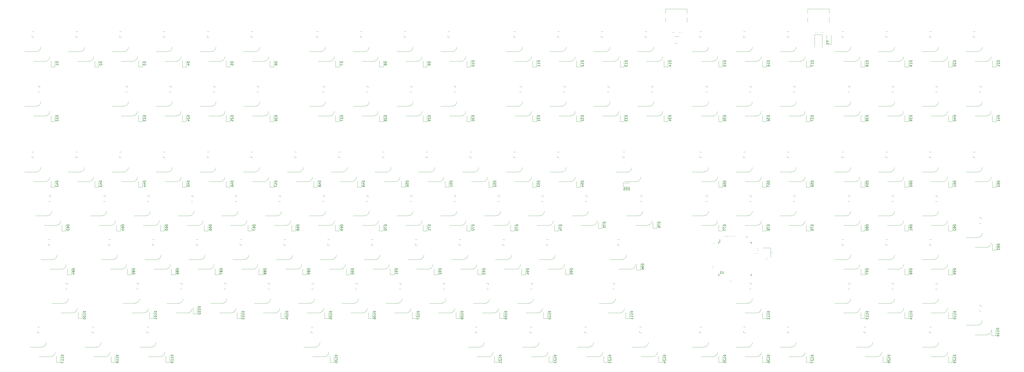
<source format=gbr>
%TF.GenerationSoftware,KiCad,Pcbnew,7.0.3*%
%TF.CreationDate,2023-05-19T09:12:57-04:00*%
%TF.ProjectId,100p-keebored,31303070-2d6b-4656-9562-6f7265642e6b,rev?*%
%TF.SameCoordinates,Original*%
%TF.FileFunction,Legend,Bot*%
%TF.FilePolarity,Positive*%
%FSLAX46Y46*%
G04 Gerber Fmt 4.6, Leading zero omitted, Abs format (unit mm)*
G04 Created by KiCad (PCBNEW 7.0.3) date 2023-05-19 09:12:57*
%MOMM*%
%LPD*%
G01*
G04 APERTURE LIST*
%ADD10C,0.150000*%
%ADD11C,0.120000*%
G04 APERTURE END LIST*
D10*
%TO.C,D50*%
X236822043Y-135515674D02*
X235822043Y-135515674D01*
X235822043Y-135515674D02*
X235822043Y-135753769D01*
X235822043Y-135753769D02*
X235869662Y-135896626D01*
X235869662Y-135896626D02*
X235964900Y-135991864D01*
X235964900Y-135991864D02*
X236060138Y-136039483D01*
X236060138Y-136039483D02*
X236250614Y-136087102D01*
X236250614Y-136087102D02*
X236393471Y-136087102D01*
X236393471Y-136087102D02*
X236583947Y-136039483D01*
X236583947Y-136039483D02*
X236679185Y-135991864D01*
X236679185Y-135991864D02*
X236774424Y-135896626D01*
X236774424Y-135896626D02*
X236822043Y-135753769D01*
X236822043Y-135753769D02*
X236822043Y-135515674D01*
X235822043Y-136991864D02*
X235822043Y-136515674D01*
X235822043Y-136515674D02*
X236298233Y-136468055D01*
X236298233Y-136468055D02*
X236250614Y-136515674D01*
X236250614Y-136515674D02*
X236202995Y-136610912D01*
X236202995Y-136610912D02*
X236202995Y-136849007D01*
X236202995Y-136849007D02*
X236250614Y-136944245D01*
X236250614Y-136944245D02*
X236298233Y-136991864D01*
X236298233Y-136991864D02*
X236393471Y-137039483D01*
X236393471Y-137039483D02*
X236631566Y-137039483D01*
X236631566Y-137039483D02*
X236726804Y-136991864D01*
X236726804Y-136991864D02*
X236774424Y-136944245D01*
X236774424Y-136944245D02*
X236822043Y-136849007D01*
X236822043Y-136849007D02*
X236822043Y-136610912D01*
X236822043Y-136610912D02*
X236774424Y-136515674D01*
X236774424Y-136515674D02*
X236726804Y-136468055D01*
X235822043Y-137658531D02*
X235822043Y-137753769D01*
X235822043Y-137753769D02*
X235869662Y-137849007D01*
X235869662Y-137849007D02*
X235917281Y-137896626D01*
X235917281Y-137896626D02*
X236012519Y-137944245D01*
X236012519Y-137944245D02*
X236202995Y-137991864D01*
X236202995Y-137991864D02*
X236441090Y-137991864D01*
X236441090Y-137991864D02*
X236631566Y-137944245D01*
X236631566Y-137944245D02*
X236726804Y-137896626D01*
X236726804Y-137896626D02*
X236774424Y-137849007D01*
X236774424Y-137849007D02*
X236822043Y-137753769D01*
X236822043Y-137753769D02*
X236822043Y-137658531D01*
X236822043Y-137658531D02*
X236774424Y-137563293D01*
X236774424Y-137563293D02*
X236726804Y-137515674D01*
X236726804Y-137515674D02*
X236631566Y-137468055D01*
X236631566Y-137468055D02*
X236441090Y-137420436D01*
X236441090Y-137420436D02*
X236202995Y-137420436D01*
X236202995Y-137420436D02*
X236012519Y-137468055D01*
X236012519Y-137468055D02*
X235917281Y-137515674D01*
X235917281Y-137515674D02*
X235869662Y-137563293D01*
X235869662Y-137563293D02*
X235822043Y-137658531D01*
%TO.C,D16*%
X393984411Y-83128218D02*
X392984411Y-83128218D01*
X392984411Y-83128218D02*
X392984411Y-83366313D01*
X392984411Y-83366313D02*
X393032030Y-83509170D01*
X393032030Y-83509170D02*
X393127268Y-83604408D01*
X393127268Y-83604408D02*
X393222506Y-83652027D01*
X393222506Y-83652027D02*
X393412982Y-83699646D01*
X393412982Y-83699646D02*
X393555839Y-83699646D01*
X393555839Y-83699646D02*
X393746315Y-83652027D01*
X393746315Y-83652027D02*
X393841553Y-83604408D01*
X393841553Y-83604408D02*
X393936792Y-83509170D01*
X393936792Y-83509170D02*
X393984411Y-83366313D01*
X393984411Y-83366313D02*
X393984411Y-83128218D01*
X393984411Y-84652027D02*
X393984411Y-84080599D01*
X393984411Y-84366313D02*
X392984411Y-84366313D01*
X392984411Y-84366313D02*
X393127268Y-84271075D01*
X393127268Y-84271075D02*
X393222506Y-84175837D01*
X393222506Y-84175837D02*
X393270125Y-84080599D01*
X392984411Y-85509170D02*
X392984411Y-85318694D01*
X392984411Y-85318694D02*
X393032030Y-85223456D01*
X393032030Y-85223456D02*
X393079649Y-85175837D01*
X393079649Y-85175837D02*
X393222506Y-85080599D01*
X393222506Y-85080599D02*
X393412982Y-85032980D01*
X393412982Y-85032980D02*
X393793934Y-85032980D01*
X393793934Y-85032980D02*
X393889172Y-85080599D01*
X393889172Y-85080599D02*
X393936792Y-85128218D01*
X393936792Y-85128218D02*
X393984411Y-85223456D01*
X393984411Y-85223456D02*
X393984411Y-85413932D01*
X393984411Y-85413932D02*
X393936792Y-85509170D01*
X393936792Y-85509170D02*
X393889172Y-85556789D01*
X393889172Y-85556789D02*
X393793934Y-85604408D01*
X393793934Y-85604408D02*
X393555839Y-85604408D01*
X393555839Y-85604408D02*
X393460601Y-85556789D01*
X393460601Y-85556789D02*
X393412982Y-85509170D01*
X393412982Y-85509170D02*
X393365363Y-85413932D01*
X393365363Y-85413932D02*
X393365363Y-85223456D01*
X393365363Y-85223456D02*
X393412982Y-85128218D01*
X393412982Y-85128218D02*
X393460601Y-85080599D01*
X393460601Y-85080599D02*
X393555839Y-85032980D01*
%TO.C,D91*%
X232059547Y-173615642D02*
X231059547Y-173615642D01*
X231059547Y-173615642D02*
X231059547Y-173853737D01*
X231059547Y-173853737D02*
X231107166Y-173996594D01*
X231107166Y-173996594D02*
X231202404Y-174091832D01*
X231202404Y-174091832D02*
X231297642Y-174139451D01*
X231297642Y-174139451D02*
X231488118Y-174187070D01*
X231488118Y-174187070D02*
X231630975Y-174187070D01*
X231630975Y-174187070D02*
X231821451Y-174139451D01*
X231821451Y-174139451D02*
X231916689Y-174091832D01*
X231916689Y-174091832D02*
X232011928Y-173996594D01*
X232011928Y-173996594D02*
X232059547Y-173853737D01*
X232059547Y-173853737D02*
X232059547Y-173615642D01*
X232059547Y-174663261D02*
X232059547Y-174853737D01*
X232059547Y-174853737D02*
X232011928Y-174948975D01*
X232011928Y-174948975D02*
X231964308Y-174996594D01*
X231964308Y-174996594D02*
X231821451Y-175091832D01*
X231821451Y-175091832D02*
X231630975Y-175139451D01*
X231630975Y-175139451D02*
X231250023Y-175139451D01*
X231250023Y-175139451D02*
X231154785Y-175091832D01*
X231154785Y-175091832D02*
X231107166Y-175044213D01*
X231107166Y-175044213D02*
X231059547Y-174948975D01*
X231059547Y-174948975D02*
X231059547Y-174758499D01*
X231059547Y-174758499D02*
X231107166Y-174663261D01*
X231107166Y-174663261D02*
X231154785Y-174615642D01*
X231154785Y-174615642D02*
X231250023Y-174568023D01*
X231250023Y-174568023D02*
X231488118Y-174568023D01*
X231488118Y-174568023D02*
X231583356Y-174615642D01*
X231583356Y-174615642D02*
X231630975Y-174663261D01*
X231630975Y-174663261D02*
X231678594Y-174758499D01*
X231678594Y-174758499D02*
X231678594Y-174948975D01*
X231678594Y-174948975D02*
X231630975Y-175044213D01*
X231630975Y-175044213D02*
X231583356Y-175091832D01*
X231583356Y-175091832D02*
X231488118Y-175139451D01*
X232059547Y-176091832D02*
X232059547Y-175520404D01*
X232059547Y-175806118D02*
X231059547Y-175806118D01*
X231059547Y-175806118D02*
X231202404Y-175710880D01*
X231202404Y-175710880D02*
X231297642Y-175615642D01*
X231297642Y-175615642D02*
X231345261Y-175520404D01*
%TO.C,D6*%
X179672091Y-83604409D02*
X178672091Y-83604409D01*
X178672091Y-83604409D02*
X178672091Y-83842504D01*
X178672091Y-83842504D02*
X178719710Y-83985361D01*
X178719710Y-83985361D02*
X178814948Y-84080599D01*
X178814948Y-84080599D02*
X178910186Y-84128218D01*
X178910186Y-84128218D02*
X179100662Y-84175837D01*
X179100662Y-84175837D02*
X179243519Y-84175837D01*
X179243519Y-84175837D02*
X179433995Y-84128218D01*
X179433995Y-84128218D02*
X179529233Y-84080599D01*
X179529233Y-84080599D02*
X179624472Y-83985361D01*
X179624472Y-83985361D02*
X179672091Y-83842504D01*
X179672091Y-83842504D02*
X179672091Y-83604409D01*
X178672091Y-85032980D02*
X178672091Y-84842504D01*
X178672091Y-84842504D02*
X178719710Y-84747266D01*
X178719710Y-84747266D02*
X178767329Y-84699647D01*
X178767329Y-84699647D02*
X178910186Y-84604409D01*
X178910186Y-84604409D02*
X179100662Y-84556790D01*
X179100662Y-84556790D02*
X179481614Y-84556790D01*
X179481614Y-84556790D02*
X179576852Y-84604409D01*
X179576852Y-84604409D02*
X179624472Y-84652028D01*
X179624472Y-84652028D02*
X179672091Y-84747266D01*
X179672091Y-84747266D02*
X179672091Y-84937742D01*
X179672091Y-84937742D02*
X179624472Y-85032980D01*
X179624472Y-85032980D02*
X179576852Y-85080599D01*
X179576852Y-85080599D02*
X179481614Y-85128218D01*
X179481614Y-85128218D02*
X179243519Y-85128218D01*
X179243519Y-85128218D02*
X179148281Y-85080599D01*
X179148281Y-85080599D02*
X179100662Y-85032980D01*
X179100662Y-85032980D02*
X179053043Y-84937742D01*
X179053043Y-84937742D02*
X179053043Y-84747266D01*
X179053043Y-84747266D02*
X179100662Y-84652028D01*
X179100662Y-84652028D02*
X179148281Y-84604409D01*
X179148281Y-84604409D02*
X179243519Y-84556790D01*
%TO.C,D88*%
X174909595Y-173615642D02*
X173909595Y-173615642D01*
X173909595Y-173615642D02*
X173909595Y-173853737D01*
X173909595Y-173853737D02*
X173957214Y-173996594D01*
X173957214Y-173996594D02*
X174052452Y-174091832D01*
X174052452Y-174091832D02*
X174147690Y-174139451D01*
X174147690Y-174139451D02*
X174338166Y-174187070D01*
X174338166Y-174187070D02*
X174481023Y-174187070D01*
X174481023Y-174187070D02*
X174671499Y-174139451D01*
X174671499Y-174139451D02*
X174766737Y-174091832D01*
X174766737Y-174091832D02*
X174861976Y-173996594D01*
X174861976Y-173996594D02*
X174909595Y-173853737D01*
X174909595Y-173853737D02*
X174909595Y-173615642D01*
X174338166Y-174758499D02*
X174290547Y-174663261D01*
X174290547Y-174663261D02*
X174242928Y-174615642D01*
X174242928Y-174615642D02*
X174147690Y-174568023D01*
X174147690Y-174568023D02*
X174100071Y-174568023D01*
X174100071Y-174568023D02*
X174004833Y-174615642D01*
X174004833Y-174615642D02*
X173957214Y-174663261D01*
X173957214Y-174663261D02*
X173909595Y-174758499D01*
X173909595Y-174758499D02*
X173909595Y-174948975D01*
X173909595Y-174948975D02*
X173957214Y-175044213D01*
X173957214Y-175044213D02*
X174004833Y-175091832D01*
X174004833Y-175091832D02*
X174100071Y-175139451D01*
X174100071Y-175139451D02*
X174147690Y-175139451D01*
X174147690Y-175139451D02*
X174242928Y-175091832D01*
X174242928Y-175091832D02*
X174290547Y-175044213D01*
X174290547Y-175044213D02*
X174338166Y-174948975D01*
X174338166Y-174948975D02*
X174338166Y-174758499D01*
X174338166Y-174758499D02*
X174385785Y-174663261D01*
X174385785Y-174663261D02*
X174433404Y-174615642D01*
X174433404Y-174615642D02*
X174528642Y-174568023D01*
X174528642Y-174568023D02*
X174719118Y-174568023D01*
X174719118Y-174568023D02*
X174814356Y-174615642D01*
X174814356Y-174615642D02*
X174861976Y-174663261D01*
X174861976Y-174663261D02*
X174909595Y-174758499D01*
X174909595Y-174758499D02*
X174909595Y-174948975D01*
X174909595Y-174948975D02*
X174861976Y-175044213D01*
X174861976Y-175044213D02*
X174814356Y-175091832D01*
X174814356Y-175091832D02*
X174719118Y-175139451D01*
X174719118Y-175139451D02*
X174528642Y-175139451D01*
X174528642Y-175139451D02*
X174433404Y-175091832D01*
X174433404Y-175091832D02*
X174385785Y-175044213D01*
X174385785Y-175044213D02*
X174338166Y-174948975D01*
X174338166Y-175710880D02*
X174290547Y-175615642D01*
X174290547Y-175615642D02*
X174242928Y-175568023D01*
X174242928Y-175568023D02*
X174147690Y-175520404D01*
X174147690Y-175520404D02*
X174100071Y-175520404D01*
X174100071Y-175520404D02*
X174004833Y-175568023D01*
X174004833Y-175568023D02*
X173957214Y-175615642D01*
X173957214Y-175615642D02*
X173909595Y-175710880D01*
X173909595Y-175710880D02*
X173909595Y-175901356D01*
X173909595Y-175901356D02*
X173957214Y-175996594D01*
X173957214Y-175996594D02*
X174004833Y-176044213D01*
X174004833Y-176044213D02*
X174100071Y-176091832D01*
X174100071Y-176091832D02*
X174147690Y-176091832D01*
X174147690Y-176091832D02*
X174242928Y-176044213D01*
X174242928Y-176044213D02*
X174290547Y-175996594D01*
X174290547Y-175996594D02*
X174338166Y-175901356D01*
X174338166Y-175901356D02*
X174338166Y-175710880D01*
X174338166Y-175710880D02*
X174385785Y-175615642D01*
X174385785Y-175615642D02*
X174433404Y-175568023D01*
X174433404Y-175568023D02*
X174528642Y-175520404D01*
X174528642Y-175520404D02*
X174719118Y-175520404D01*
X174719118Y-175520404D02*
X174814356Y-175568023D01*
X174814356Y-175568023D02*
X174861976Y-175615642D01*
X174861976Y-175615642D02*
X174909595Y-175710880D01*
X174909595Y-175710880D02*
X174909595Y-175901356D01*
X174909595Y-175901356D02*
X174861976Y-175996594D01*
X174861976Y-175996594D02*
X174814356Y-176044213D01*
X174814356Y-176044213D02*
X174719118Y-176091832D01*
X174719118Y-176091832D02*
X174528642Y-176091832D01*
X174528642Y-176091832D02*
X174433404Y-176044213D01*
X174433404Y-176044213D02*
X174385785Y-175996594D01*
X174385785Y-175996594D02*
X174338166Y-175901356D01*
%TO.C,D77*%
X374934427Y-154565658D02*
X373934427Y-154565658D01*
X373934427Y-154565658D02*
X373934427Y-154803753D01*
X373934427Y-154803753D02*
X373982046Y-154946610D01*
X373982046Y-154946610D02*
X374077284Y-155041848D01*
X374077284Y-155041848D02*
X374172522Y-155089467D01*
X374172522Y-155089467D02*
X374362998Y-155137086D01*
X374362998Y-155137086D02*
X374505855Y-155137086D01*
X374505855Y-155137086D02*
X374696331Y-155089467D01*
X374696331Y-155089467D02*
X374791569Y-155041848D01*
X374791569Y-155041848D02*
X374886808Y-154946610D01*
X374886808Y-154946610D02*
X374934427Y-154803753D01*
X374934427Y-154803753D02*
X374934427Y-154565658D01*
X373934427Y-155470420D02*
X373934427Y-156137086D01*
X373934427Y-156137086D02*
X374934427Y-155708515D01*
X373934427Y-156422801D02*
X373934427Y-157089467D01*
X373934427Y-157089467D02*
X374934427Y-156660896D01*
%TO.C,D33*%
X332071963Y-106940698D02*
X331071963Y-106940698D01*
X331071963Y-106940698D02*
X331071963Y-107178793D01*
X331071963Y-107178793D02*
X331119582Y-107321650D01*
X331119582Y-107321650D02*
X331214820Y-107416888D01*
X331214820Y-107416888D02*
X331310058Y-107464507D01*
X331310058Y-107464507D02*
X331500534Y-107512126D01*
X331500534Y-107512126D02*
X331643391Y-107512126D01*
X331643391Y-107512126D02*
X331833867Y-107464507D01*
X331833867Y-107464507D02*
X331929105Y-107416888D01*
X331929105Y-107416888D02*
X332024344Y-107321650D01*
X332024344Y-107321650D02*
X332071963Y-107178793D01*
X332071963Y-107178793D02*
X332071963Y-106940698D01*
X331071963Y-107845460D02*
X331071963Y-108464507D01*
X331071963Y-108464507D02*
X331452915Y-108131174D01*
X331452915Y-108131174D02*
X331452915Y-108274031D01*
X331452915Y-108274031D02*
X331500534Y-108369269D01*
X331500534Y-108369269D02*
X331548153Y-108416888D01*
X331548153Y-108416888D02*
X331643391Y-108464507D01*
X331643391Y-108464507D02*
X331881486Y-108464507D01*
X331881486Y-108464507D02*
X331976724Y-108416888D01*
X331976724Y-108416888D02*
X332024344Y-108369269D01*
X332024344Y-108369269D02*
X332071963Y-108274031D01*
X332071963Y-108274031D02*
X332071963Y-107988317D01*
X332071963Y-107988317D02*
X332024344Y-107893079D01*
X332024344Y-107893079D02*
X331976724Y-107845460D01*
X331071963Y-108797841D02*
X331071963Y-109416888D01*
X331071963Y-109416888D02*
X331452915Y-109083555D01*
X331452915Y-109083555D02*
X331452915Y-109226412D01*
X331452915Y-109226412D02*
X331500534Y-109321650D01*
X331500534Y-109321650D02*
X331548153Y-109369269D01*
X331548153Y-109369269D02*
X331643391Y-109416888D01*
X331643391Y-109416888D02*
X331881486Y-109416888D01*
X331881486Y-109416888D02*
X331976724Y-109369269D01*
X331976724Y-109369269D02*
X332024344Y-109321650D01*
X332024344Y-109321650D02*
X332071963Y-109226412D01*
X332071963Y-109226412D02*
X332071963Y-108940698D01*
X332071963Y-108940698D02*
X332024344Y-108845460D01*
X332024344Y-108845460D02*
X331976724Y-108797841D01*
%TO.C,D35*%
X374934427Y-106940698D02*
X373934427Y-106940698D01*
X373934427Y-106940698D02*
X373934427Y-107178793D01*
X373934427Y-107178793D02*
X373982046Y-107321650D01*
X373982046Y-107321650D02*
X374077284Y-107416888D01*
X374077284Y-107416888D02*
X374172522Y-107464507D01*
X374172522Y-107464507D02*
X374362998Y-107512126D01*
X374362998Y-107512126D02*
X374505855Y-107512126D01*
X374505855Y-107512126D02*
X374696331Y-107464507D01*
X374696331Y-107464507D02*
X374791569Y-107416888D01*
X374791569Y-107416888D02*
X374886808Y-107321650D01*
X374886808Y-107321650D02*
X374934427Y-107178793D01*
X374934427Y-107178793D02*
X374934427Y-106940698D01*
X373934427Y-107845460D02*
X373934427Y-108464507D01*
X373934427Y-108464507D02*
X374315379Y-108131174D01*
X374315379Y-108131174D02*
X374315379Y-108274031D01*
X374315379Y-108274031D02*
X374362998Y-108369269D01*
X374362998Y-108369269D02*
X374410617Y-108416888D01*
X374410617Y-108416888D02*
X374505855Y-108464507D01*
X374505855Y-108464507D02*
X374743950Y-108464507D01*
X374743950Y-108464507D02*
X374839188Y-108416888D01*
X374839188Y-108416888D02*
X374886808Y-108369269D01*
X374886808Y-108369269D02*
X374934427Y-108274031D01*
X374934427Y-108274031D02*
X374934427Y-107988317D01*
X374934427Y-107988317D02*
X374886808Y-107893079D01*
X374886808Y-107893079D02*
X374839188Y-107845460D01*
X373934427Y-109369269D02*
X373934427Y-108893079D01*
X373934427Y-108893079D02*
X374410617Y-108845460D01*
X374410617Y-108845460D02*
X374362998Y-108893079D01*
X374362998Y-108893079D02*
X374315379Y-108988317D01*
X374315379Y-108988317D02*
X374315379Y-109226412D01*
X374315379Y-109226412D02*
X374362998Y-109321650D01*
X374362998Y-109321650D02*
X374410617Y-109369269D01*
X374410617Y-109369269D02*
X374505855Y-109416888D01*
X374505855Y-109416888D02*
X374743950Y-109416888D01*
X374743950Y-109416888D02*
X374839188Y-109369269D01*
X374839188Y-109369269D02*
X374886808Y-109321650D01*
X374886808Y-109321650D02*
X374934427Y-109226412D01*
X374934427Y-109226412D02*
X374934427Y-108988317D01*
X374934427Y-108988317D02*
X374886808Y-108893079D01*
X374886808Y-108893079D02*
X374839188Y-108845460D01*
%TO.C,D129*%
X474946843Y-211239420D02*
X473946843Y-211239420D01*
X473946843Y-211239420D02*
X473946843Y-211477515D01*
X473946843Y-211477515D02*
X473994462Y-211620372D01*
X473994462Y-211620372D02*
X474089700Y-211715610D01*
X474089700Y-211715610D02*
X474184938Y-211763229D01*
X474184938Y-211763229D02*
X474375414Y-211810848D01*
X474375414Y-211810848D02*
X474518271Y-211810848D01*
X474518271Y-211810848D02*
X474708747Y-211763229D01*
X474708747Y-211763229D02*
X474803985Y-211715610D01*
X474803985Y-211715610D02*
X474899224Y-211620372D01*
X474899224Y-211620372D02*
X474946843Y-211477515D01*
X474946843Y-211477515D02*
X474946843Y-211239420D01*
X474946843Y-212763229D02*
X474946843Y-212191801D01*
X474946843Y-212477515D02*
X473946843Y-212477515D01*
X473946843Y-212477515D02*
X474089700Y-212382277D01*
X474089700Y-212382277D02*
X474184938Y-212287039D01*
X474184938Y-212287039D02*
X474232557Y-212191801D01*
X474042081Y-213144182D02*
X473994462Y-213191801D01*
X473994462Y-213191801D02*
X473946843Y-213287039D01*
X473946843Y-213287039D02*
X473946843Y-213525134D01*
X473946843Y-213525134D02*
X473994462Y-213620372D01*
X473994462Y-213620372D02*
X474042081Y-213667991D01*
X474042081Y-213667991D02*
X474137319Y-213715610D01*
X474137319Y-213715610D02*
X474232557Y-213715610D01*
X474232557Y-213715610D02*
X474375414Y-213667991D01*
X474375414Y-213667991D02*
X474946843Y-213096563D01*
X474946843Y-213096563D02*
X474946843Y-213715610D01*
X474946843Y-214191801D02*
X474946843Y-214382277D01*
X474946843Y-214382277D02*
X474899224Y-214477515D01*
X474899224Y-214477515D02*
X474851604Y-214525134D01*
X474851604Y-214525134D02*
X474708747Y-214620372D01*
X474708747Y-214620372D02*
X474518271Y-214667991D01*
X474518271Y-214667991D02*
X474137319Y-214667991D01*
X474137319Y-214667991D02*
X474042081Y-214620372D01*
X474042081Y-214620372D02*
X473994462Y-214572753D01*
X473994462Y-214572753D02*
X473946843Y-214477515D01*
X473946843Y-214477515D02*
X473946843Y-214287039D01*
X473946843Y-214287039D02*
X473994462Y-214191801D01*
X473994462Y-214191801D02*
X474042081Y-214144182D01*
X474042081Y-214144182D02*
X474137319Y-214096563D01*
X474137319Y-214096563D02*
X474375414Y-214096563D01*
X474375414Y-214096563D02*
X474470652Y-214144182D01*
X474470652Y-214144182D02*
X474518271Y-214191801D01*
X474518271Y-214191801D02*
X474565890Y-214287039D01*
X474565890Y-214287039D02*
X474565890Y-214477515D01*
X474565890Y-214477515D02*
X474518271Y-214572753D01*
X474518271Y-214572753D02*
X474470652Y-214620372D01*
X474470652Y-214620372D02*
X474375414Y-214667991D01*
%TO.C,D63*%
X89184667Y-154565658D02*
X88184667Y-154565658D01*
X88184667Y-154565658D02*
X88184667Y-154803753D01*
X88184667Y-154803753D02*
X88232286Y-154946610D01*
X88232286Y-154946610D02*
X88327524Y-155041848D01*
X88327524Y-155041848D02*
X88422762Y-155089467D01*
X88422762Y-155089467D02*
X88613238Y-155137086D01*
X88613238Y-155137086D02*
X88756095Y-155137086D01*
X88756095Y-155137086D02*
X88946571Y-155089467D01*
X88946571Y-155089467D02*
X89041809Y-155041848D01*
X89041809Y-155041848D02*
X89137048Y-154946610D01*
X89137048Y-154946610D02*
X89184667Y-154803753D01*
X89184667Y-154803753D02*
X89184667Y-154565658D01*
X88184667Y-155994229D02*
X88184667Y-155803753D01*
X88184667Y-155803753D02*
X88232286Y-155708515D01*
X88232286Y-155708515D02*
X88279905Y-155660896D01*
X88279905Y-155660896D02*
X88422762Y-155565658D01*
X88422762Y-155565658D02*
X88613238Y-155518039D01*
X88613238Y-155518039D02*
X88994190Y-155518039D01*
X88994190Y-155518039D02*
X89089428Y-155565658D01*
X89089428Y-155565658D02*
X89137048Y-155613277D01*
X89137048Y-155613277D02*
X89184667Y-155708515D01*
X89184667Y-155708515D02*
X89184667Y-155898991D01*
X89184667Y-155898991D02*
X89137048Y-155994229D01*
X89137048Y-155994229D02*
X89089428Y-156041848D01*
X89089428Y-156041848D02*
X88994190Y-156089467D01*
X88994190Y-156089467D02*
X88756095Y-156089467D01*
X88756095Y-156089467D02*
X88660857Y-156041848D01*
X88660857Y-156041848D02*
X88613238Y-155994229D01*
X88613238Y-155994229D02*
X88565619Y-155898991D01*
X88565619Y-155898991D02*
X88565619Y-155708515D01*
X88565619Y-155708515D02*
X88613238Y-155613277D01*
X88613238Y-155613277D02*
X88660857Y-155565658D01*
X88660857Y-155565658D02*
X88756095Y-155518039D01*
X88184667Y-156422801D02*
X88184667Y-157041848D01*
X88184667Y-157041848D02*
X88565619Y-156708515D01*
X88565619Y-156708515D02*
X88565619Y-156851372D01*
X88565619Y-156851372D02*
X88613238Y-156946610D01*
X88613238Y-156946610D02*
X88660857Y-156994229D01*
X88660857Y-156994229D02*
X88756095Y-157041848D01*
X88756095Y-157041848D02*
X88994190Y-157041848D01*
X88994190Y-157041848D02*
X89089428Y-156994229D01*
X89089428Y-156994229D02*
X89137048Y-156946610D01*
X89137048Y-156946610D02*
X89184667Y-156851372D01*
X89184667Y-156851372D02*
X89184667Y-156565658D01*
X89184667Y-156565658D02*
X89137048Y-156470420D01*
X89137048Y-156470420D02*
X89089428Y-156422801D01*
%TO.C,D118*%
X110615899Y-211239420D02*
X109615899Y-211239420D01*
X109615899Y-211239420D02*
X109615899Y-211477515D01*
X109615899Y-211477515D02*
X109663518Y-211620372D01*
X109663518Y-211620372D02*
X109758756Y-211715610D01*
X109758756Y-211715610D02*
X109853994Y-211763229D01*
X109853994Y-211763229D02*
X110044470Y-211810848D01*
X110044470Y-211810848D02*
X110187327Y-211810848D01*
X110187327Y-211810848D02*
X110377803Y-211763229D01*
X110377803Y-211763229D02*
X110473041Y-211715610D01*
X110473041Y-211715610D02*
X110568280Y-211620372D01*
X110568280Y-211620372D02*
X110615899Y-211477515D01*
X110615899Y-211477515D02*
X110615899Y-211239420D01*
X110615899Y-212763229D02*
X110615899Y-212191801D01*
X110615899Y-212477515D02*
X109615899Y-212477515D01*
X109615899Y-212477515D02*
X109758756Y-212382277D01*
X109758756Y-212382277D02*
X109853994Y-212287039D01*
X109853994Y-212287039D02*
X109901613Y-212191801D01*
X110615899Y-213715610D02*
X110615899Y-213144182D01*
X110615899Y-213429896D02*
X109615899Y-213429896D01*
X109615899Y-213429896D02*
X109758756Y-213334658D01*
X109758756Y-213334658D02*
X109853994Y-213239420D01*
X109853994Y-213239420D02*
X109901613Y-213144182D01*
X110044470Y-214287039D02*
X109996851Y-214191801D01*
X109996851Y-214191801D02*
X109949232Y-214144182D01*
X109949232Y-214144182D02*
X109853994Y-214096563D01*
X109853994Y-214096563D02*
X109806375Y-214096563D01*
X109806375Y-214096563D02*
X109711137Y-214144182D01*
X109711137Y-214144182D02*
X109663518Y-214191801D01*
X109663518Y-214191801D02*
X109615899Y-214287039D01*
X109615899Y-214287039D02*
X109615899Y-214477515D01*
X109615899Y-214477515D02*
X109663518Y-214572753D01*
X109663518Y-214572753D02*
X109711137Y-214620372D01*
X109711137Y-214620372D02*
X109806375Y-214667991D01*
X109806375Y-214667991D02*
X109853994Y-214667991D01*
X109853994Y-214667991D02*
X109949232Y-214620372D01*
X109949232Y-214620372D02*
X109996851Y-214572753D01*
X109996851Y-214572753D02*
X110044470Y-214477515D01*
X110044470Y-214477515D02*
X110044470Y-214287039D01*
X110044470Y-214287039D02*
X110092089Y-214191801D01*
X110092089Y-214191801D02*
X110139708Y-214144182D01*
X110139708Y-214144182D02*
X110234946Y-214096563D01*
X110234946Y-214096563D02*
X110425422Y-214096563D01*
X110425422Y-214096563D02*
X110520660Y-214144182D01*
X110520660Y-214144182D02*
X110568280Y-214191801D01*
X110568280Y-214191801D02*
X110615899Y-214287039D01*
X110615899Y-214287039D02*
X110615899Y-214477515D01*
X110615899Y-214477515D02*
X110568280Y-214572753D01*
X110568280Y-214572753D02*
X110520660Y-214620372D01*
X110520660Y-214620372D02*
X110425422Y-214667991D01*
X110425422Y-214667991D02*
X110234946Y-214667991D01*
X110234946Y-214667991D02*
X110139708Y-214620372D01*
X110139708Y-214620372D02*
X110092089Y-214572753D01*
X110092089Y-214572753D02*
X110044470Y-214477515D01*
%TO.C,D42*%
X84422171Y-135515674D02*
X83422171Y-135515674D01*
X83422171Y-135515674D02*
X83422171Y-135753769D01*
X83422171Y-135753769D02*
X83469790Y-135896626D01*
X83469790Y-135896626D02*
X83565028Y-135991864D01*
X83565028Y-135991864D02*
X83660266Y-136039483D01*
X83660266Y-136039483D02*
X83850742Y-136087102D01*
X83850742Y-136087102D02*
X83993599Y-136087102D01*
X83993599Y-136087102D02*
X84184075Y-136039483D01*
X84184075Y-136039483D02*
X84279313Y-135991864D01*
X84279313Y-135991864D02*
X84374552Y-135896626D01*
X84374552Y-135896626D02*
X84422171Y-135753769D01*
X84422171Y-135753769D02*
X84422171Y-135515674D01*
X83755504Y-136944245D02*
X84422171Y-136944245D01*
X83374552Y-136706150D02*
X84088837Y-136468055D01*
X84088837Y-136468055D02*
X84088837Y-137087102D01*
X83517409Y-137420436D02*
X83469790Y-137468055D01*
X83469790Y-137468055D02*
X83422171Y-137563293D01*
X83422171Y-137563293D02*
X83422171Y-137801388D01*
X83422171Y-137801388D02*
X83469790Y-137896626D01*
X83469790Y-137896626D02*
X83517409Y-137944245D01*
X83517409Y-137944245D02*
X83612647Y-137991864D01*
X83612647Y-137991864D02*
X83707885Y-137991864D01*
X83707885Y-137991864D02*
X83850742Y-137944245D01*
X83850742Y-137944245D02*
X84422171Y-137372817D01*
X84422171Y-137372817D02*
X84422171Y-137991864D01*
%TO.C,D102*%
X146334619Y-190105844D02*
X145334619Y-190105844D01*
X145334619Y-190105844D02*
X145334619Y-190343939D01*
X145334619Y-190343939D02*
X145382238Y-190486796D01*
X145382238Y-190486796D02*
X145477476Y-190582034D01*
X145477476Y-190582034D02*
X145572714Y-190629653D01*
X145572714Y-190629653D02*
X145763190Y-190677272D01*
X145763190Y-190677272D02*
X145906047Y-190677272D01*
X145906047Y-190677272D02*
X146096523Y-190629653D01*
X146096523Y-190629653D02*
X146191761Y-190582034D01*
X146191761Y-190582034D02*
X146287000Y-190486796D01*
X146287000Y-190486796D02*
X146334619Y-190343939D01*
X146334619Y-190343939D02*
X146334619Y-190105844D01*
X146334619Y-191629653D02*
X146334619Y-191058225D01*
X146334619Y-191343939D02*
X145334619Y-191343939D01*
X145334619Y-191343939D02*
X145477476Y-191248701D01*
X145477476Y-191248701D02*
X145572714Y-191153463D01*
X145572714Y-191153463D02*
X145620333Y-191058225D01*
X145334619Y-192248701D02*
X145334619Y-192343939D01*
X145334619Y-192343939D02*
X145382238Y-192439177D01*
X145382238Y-192439177D02*
X145429857Y-192486796D01*
X145429857Y-192486796D02*
X145525095Y-192534415D01*
X145525095Y-192534415D02*
X145715571Y-192582034D01*
X145715571Y-192582034D02*
X145953666Y-192582034D01*
X145953666Y-192582034D02*
X146144142Y-192534415D01*
X146144142Y-192534415D02*
X146239380Y-192486796D01*
X146239380Y-192486796D02*
X146287000Y-192439177D01*
X146287000Y-192439177D02*
X146334619Y-192343939D01*
X146334619Y-192343939D02*
X146334619Y-192248701D01*
X146334619Y-192248701D02*
X146287000Y-192153463D01*
X146287000Y-192153463D02*
X146239380Y-192105844D01*
X146239380Y-192105844D02*
X146144142Y-192058225D01*
X146144142Y-192058225D02*
X145953666Y-192010606D01*
X145953666Y-192010606D02*
X145715571Y-192010606D01*
X145715571Y-192010606D02*
X145525095Y-192058225D01*
X145525095Y-192058225D02*
X145429857Y-192105844D01*
X145429857Y-192105844D02*
X145382238Y-192153463D01*
X145382238Y-192153463D02*
X145334619Y-192248701D01*
X145429857Y-192962987D02*
X145382238Y-193010606D01*
X145382238Y-193010606D02*
X145334619Y-193105844D01*
X145334619Y-193105844D02*
X145334619Y-193343939D01*
X145334619Y-193343939D02*
X145382238Y-193439177D01*
X145382238Y-193439177D02*
X145429857Y-193486796D01*
X145429857Y-193486796D02*
X145525095Y-193534415D01*
X145525095Y-193534415D02*
X145620333Y-193534415D01*
X145620333Y-193534415D02*
X145763190Y-193486796D01*
X145763190Y-193486796D02*
X146334619Y-192915368D01*
X146334619Y-192915368D02*
X146334619Y-193534415D01*
%TO.C,D120*%
X205865819Y-211239420D02*
X204865819Y-211239420D01*
X204865819Y-211239420D02*
X204865819Y-211477515D01*
X204865819Y-211477515D02*
X204913438Y-211620372D01*
X204913438Y-211620372D02*
X205008676Y-211715610D01*
X205008676Y-211715610D02*
X205103914Y-211763229D01*
X205103914Y-211763229D02*
X205294390Y-211810848D01*
X205294390Y-211810848D02*
X205437247Y-211810848D01*
X205437247Y-211810848D02*
X205627723Y-211763229D01*
X205627723Y-211763229D02*
X205722961Y-211715610D01*
X205722961Y-211715610D02*
X205818200Y-211620372D01*
X205818200Y-211620372D02*
X205865819Y-211477515D01*
X205865819Y-211477515D02*
X205865819Y-211239420D01*
X205865819Y-212763229D02*
X205865819Y-212191801D01*
X205865819Y-212477515D02*
X204865819Y-212477515D01*
X204865819Y-212477515D02*
X205008676Y-212382277D01*
X205008676Y-212382277D02*
X205103914Y-212287039D01*
X205103914Y-212287039D02*
X205151533Y-212191801D01*
X204961057Y-213144182D02*
X204913438Y-213191801D01*
X204913438Y-213191801D02*
X204865819Y-213287039D01*
X204865819Y-213287039D02*
X204865819Y-213525134D01*
X204865819Y-213525134D02*
X204913438Y-213620372D01*
X204913438Y-213620372D02*
X204961057Y-213667991D01*
X204961057Y-213667991D02*
X205056295Y-213715610D01*
X205056295Y-213715610D02*
X205151533Y-213715610D01*
X205151533Y-213715610D02*
X205294390Y-213667991D01*
X205294390Y-213667991D02*
X205865819Y-213096563D01*
X205865819Y-213096563D02*
X205865819Y-213715610D01*
X204865819Y-214334658D02*
X204865819Y-214429896D01*
X204865819Y-214429896D02*
X204913438Y-214525134D01*
X204913438Y-214525134D02*
X204961057Y-214572753D01*
X204961057Y-214572753D02*
X205056295Y-214620372D01*
X205056295Y-214620372D02*
X205246771Y-214667991D01*
X205246771Y-214667991D02*
X205484866Y-214667991D01*
X205484866Y-214667991D02*
X205675342Y-214620372D01*
X205675342Y-214620372D02*
X205770580Y-214572753D01*
X205770580Y-214572753D02*
X205818200Y-214525134D01*
X205818200Y-214525134D02*
X205865819Y-214429896D01*
X205865819Y-214429896D02*
X205865819Y-214334658D01*
X205865819Y-214334658D02*
X205818200Y-214239420D01*
X205818200Y-214239420D02*
X205770580Y-214191801D01*
X205770580Y-214191801D02*
X205675342Y-214144182D01*
X205675342Y-214144182D02*
X205484866Y-214096563D01*
X205484866Y-214096563D02*
X205246771Y-214096563D01*
X205246771Y-214096563D02*
X205056295Y-214144182D01*
X205056295Y-214144182D02*
X204961057Y-214191801D01*
X204961057Y-214191801D02*
X204913438Y-214239420D01*
X204913438Y-214239420D02*
X204865819Y-214334658D01*
%TO.C,D62*%
X493996827Y-135515674D02*
X492996827Y-135515674D01*
X492996827Y-135515674D02*
X492996827Y-135753769D01*
X492996827Y-135753769D02*
X493044446Y-135896626D01*
X493044446Y-135896626D02*
X493139684Y-135991864D01*
X493139684Y-135991864D02*
X493234922Y-136039483D01*
X493234922Y-136039483D02*
X493425398Y-136087102D01*
X493425398Y-136087102D02*
X493568255Y-136087102D01*
X493568255Y-136087102D02*
X493758731Y-136039483D01*
X493758731Y-136039483D02*
X493853969Y-135991864D01*
X493853969Y-135991864D02*
X493949208Y-135896626D01*
X493949208Y-135896626D02*
X493996827Y-135753769D01*
X493996827Y-135753769D02*
X493996827Y-135515674D01*
X492996827Y-136944245D02*
X492996827Y-136753769D01*
X492996827Y-136753769D02*
X493044446Y-136658531D01*
X493044446Y-136658531D02*
X493092065Y-136610912D01*
X493092065Y-136610912D02*
X493234922Y-136515674D01*
X493234922Y-136515674D02*
X493425398Y-136468055D01*
X493425398Y-136468055D02*
X493806350Y-136468055D01*
X493806350Y-136468055D02*
X493901588Y-136515674D01*
X493901588Y-136515674D02*
X493949208Y-136563293D01*
X493949208Y-136563293D02*
X493996827Y-136658531D01*
X493996827Y-136658531D02*
X493996827Y-136849007D01*
X493996827Y-136849007D02*
X493949208Y-136944245D01*
X493949208Y-136944245D02*
X493901588Y-136991864D01*
X493901588Y-136991864D02*
X493806350Y-137039483D01*
X493806350Y-137039483D02*
X493568255Y-137039483D01*
X493568255Y-137039483D02*
X493473017Y-136991864D01*
X493473017Y-136991864D02*
X493425398Y-136944245D01*
X493425398Y-136944245D02*
X493377779Y-136849007D01*
X493377779Y-136849007D02*
X493377779Y-136658531D01*
X493377779Y-136658531D02*
X493425398Y-136563293D01*
X493425398Y-136563293D02*
X493473017Y-136515674D01*
X493473017Y-136515674D02*
X493568255Y-136468055D01*
X493092065Y-137420436D02*
X493044446Y-137468055D01*
X493044446Y-137468055D02*
X492996827Y-137563293D01*
X492996827Y-137563293D02*
X492996827Y-137801388D01*
X492996827Y-137801388D02*
X493044446Y-137896626D01*
X493044446Y-137896626D02*
X493092065Y-137944245D01*
X493092065Y-137944245D02*
X493187303Y-137991864D01*
X493187303Y-137991864D02*
X493282541Y-137991864D01*
X493282541Y-137991864D02*
X493425398Y-137944245D01*
X493425398Y-137944245D02*
X493996827Y-137372817D01*
X493996827Y-137372817D02*
X493996827Y-137991864D01*
%TO.C,D24*%
X141572123Y-106940698D02*
X140572123Y-106940698D01*
X140572123Y-106940698D02*
X140572123Y-107178793D01*
X140572123Y-107178793D02*
X140619742Y-107321650D01*
X140619742Y-107321650D02*
X140714980Y-107416888D01*
X140714980Y-107416888D02*
X140810218Y-107464507D01*
X140810218Y-107464507D02*
X141000694Y-107512126D01*
X141000694Y-107512126D02*
X141143551Y-107512126D01*
X141143551Y-107512126D02*
X141334027Y-107464507D01*
X141334027Y-107464507D02*
X141429265Y-107416888D01*
X141429265Y-107416888D02*
X141524504Y-107321650D01*
X141524504Y-107321650D02*
X141572123Y-107178793D01*
X141572123Y-107178793D02*
X141572123Y-106940698D01*
X140667361Y-107893079D02*
X140619742Y-107940698D01*
X140619742Y-107940698D02*
X140572123Y-108035936D01*
X140572123Y-108035936D02*
X140572123Y-108274031D01*
X140572123Y-108274031D02*
X140619742Y-108369269D01*
X140619742Y-108369269D02*
X140667361Y-108416888D01*
X140667361Y-108416888D02*
X140762599Y-108464507D01*
X140762599Y-108464507D02*
X140857837Y-108464507D01*
X140857837Y-108464507D02*
X141000694Y-108416888D01*
X141000694Y-108416888D02*
X141572123Y-107845460D01*
X141572123Y-107845460D02*
X141572123Y-108464507D01*
X140905456Y-109321650D02*
X141572123Y-109321650D01*
X140524504Y-109083555D02*
X141238789Y-108845460D01*
X141238789Y-108845460D02*
X141238789Y-109464507D01*
%TO.C,F1*%
X419159609Y-74949350D02*
X419159609Y-74616017D01*
X419683419Y-74616017D02*
X418683419Y-74616017D01*
X418683419Y-74616017D02*
X418683419Y-75092207D01*
X419683419Y-75996969D02*
X419683419Y-75425541D01*
X419683419Y-75711255D02*
X418683419Y-75711255D01*
X418683419Y-75711255D02*
X418826276Y-75616017D01*
X418826276Y-75616017D02*
X418921514Y-75520779D01*
X418921514Y-75520779D02*
X418969133Y-75425541D01*
%TO.C,D2*%
X103472155Y-83604409D02*
X102472155Y-83604409D01*
X102472155Y-83604409D02*
X102472155Y-83842504D01*
X102472155Y-83842504D02*
X102519774Y-83985361D01*
X102519774Y-83985361D02*
X102615012Y-84080599D01*
X102615012Y-84080599D02*
X102710250Y-84128218D01*
X102710250Y-84128218D02*
X102900726Y-84175837D01*
X102900726Y-84175837D02*
X103043583Y-84175837D01*
X103043583Y-84175837D02*
X103234059Y-84128218D01*
X103234059Y-84128218D02*
X103329297Y-84080599D01*
X103329297Y-84080599D02*
X103424536Y-83985361D01*
X103424536Y-83985361D02*
X103472155Y-83842504D01*
X103472155Y-83842504D02*
X103472155Y-83604409D01*
X102567393Y-84556790D02*
X102519774Y-84604409D01*
X102519774Y-84604409D02*
X102472155Y-84699647D01*
X102472155Y-84699647D02*
X102472155Y-84937742D01*
X102472155Y-84937742D02*
X102519774Y-85032980D01*
X102519774Y-85032980D02*
X102567393Y-85080599D01*
X102567393Y-85080599D02*
X102662631Y-85128218D01*
X102662631Y-85128218D02*
X102757869Y-85128218D01*
X102757869Y-85128218D02*
X102900726Y-85080599D01*
X102900726Y-85080599D02*
X103472155Y-84509171D01*
X103472155Y-84509171D02*
X103472155Y-85128218D01*
%TO.C,D48*%
X198722075Y-135515674D02*
X197722075Y-135515674D01*
X197722075Y-135515674D02*
X197722075Y-135753769D01*
X197722075Y-135753769D02*
X197769694Y-135896626D01*
X197769694Y-135896626D02*
X197864932Y-135991864D01*
X197864932Y-135991864D02*
X197960170Y-136039483D01*
X197960170Y-136039483D02*
X198150646Y-136087102D01*
X198150646Y-136087102D02*
X198293503Y-136087102D01*
X198293503Y-136087102D02*
X198483979Y-136039483D01*
X198483979Y-136039483D02*
X198579217Y-135991864D01*
X198579217Y-135991864D02*
X198674456Y-135896626D01*
X198674456Y-135896626D02*
X198722075Y-135753769D01*
X198722075Y-135753769D02*
X198722075Y-135515674D01*
X198055408Y-136944245D02*
X198722075Y-136944245D01*
X197674456Y-136706150D02*
X198388741Y-136468055D01*
X198388741Y-136468055D02*
X198388741Y-137087102D01*
X198150646Y-137610912D02*
X198103027Y-137515674D01*
X198103027Y-137515674D02*
X198055408Y-137468055D01*
X198055408Y-137468055D02*
X197960170Y-137420436D01*
X197960170Y-137420436D02*
X197912551Y-137420436D01*
X197912551Y-137420436D02*
X197817313Y-137468055D01*
X197817313Y-137468055D02*
X197769694Y-137515674D01*
X197769694Y-137515674D02*
X197722075Y-137610912D01*
X197722075Y-137610912D02*
X197722075Y-137801388D01*
X197722075Y-137801388D02*
X197769694Y-137896626D01*
X197769694Y-137896626D02*
X197817313Y-137944245D01*
X197817313Y-137944245D02*
X197912551Y-137991864D01*
X197912551Y-137991864D02*
X197960170Y-137991864D01*
X197960170Y-137991864D02*
X198055408Y-137944245D01*
X198055408Y-137944245D02*
X198103027Y-137896626D01*
X198103027Y-137896626D02*
X198150646Y-137801388D01*
X198150646Y-137801388D02*
X198150646Y-137610912D01*
X198150646Y-137610912D02*
X198198265Y-137515674D01*
X198198265Y-137515674D02*
X198245884Y-137468055D01*
X198245884Y-137468055D02*
X198341122Y-137420436D01*
X198341122Y-137420436D02*
X198531598Y-137420436D01*
X198531598Y-137420436D02*
X198626836Y-137468055D01*
X198626836Y-137468055D02*
X198674456Y-137515674D01*
X198674456Y-137515674D02*
X198722075Y-137610912D01*
X198722075Y-137610912D02*
X198722075Y-137801388D01*
X198722075Y-137801388D02*
X198674456Y-137896626D01*
X198674456Y-137896626D02*
X198626836Y-137944245D01*
X198626836Y-137944245D02*
X198531598Y-137991864D01*
X198531598Y-137991864D02*
X198341122Y-137991864D01*
X198341122Y-137991864D02*
X198245884Y-137944245D01*
X198245884Y-137944245D02*
X198198265Y-137896626D01*
X198198265Y-137896626D02*
X198150646Y-137801388D01*
%TO.C,D123*%
X324928219Y-211239420D02*
X323928219Y-211239420D01*
X323928219Y-211239420D02*
X323928219Y-211477515D01*
X323928219Y-211477515D02*
X323975838Y-211620372D01*
X323975838Y-211620372D02*
X324071076Y-211715610D01*
X324071076Y-211715610D02*
X324166314Y-211763229D01*
X324166314Y-211763229D02*
X324356790Y-211810848D01*
X324356790Y-211810848D02*
X324499647Y-211810848D01*
X324499647Y-211810848D02*
X324690123Y-211763229D01*
X324690123Y-211763229D02*
X324785361Y-211715610D01*
X324785361Y-211715610D02*
X324880600Y-211620372D01*
X324880600Y-211620372D02*
X324928219Y-211477515D01*
X324928219Y-211477515D02*
X324928219Y-211239420D01*
X324928219Y-212763229D02*
X324928219Y-212191801D01*
X324928219Y-212477515D02*
X323928219Y-212477515D01*
X323928219Y-212477515D02*
X324071076Y-212382277D01*
X324071076Y-212382277D02*
X324166314Y-212287039D01*
X324166314Y-212287039D02*
X324213933Y-212191801D01*
X324023457Y-213144182D02*
X323975838Y-213191801D01*
X323975838Y-213191801D02*
X323928219Y-213287039D01*
X323928219Y-213287039D02*
X323928219Y-213525134D01*
X323928219Y-213525134D02*
X323975838Y-213620372D01*
X323975838Y-213620372D02*
X324023457Y-213667991D01*
X324023457Y-213667991D02*
X324118695Y-213715610D01*
X324118695Y-213715610D02*
X324213933Y-213715610D01*
X324213933Y-213715610D02*
X324356790Y-213667991D01*
X324356790Y-213667991D02*
X324928219Y-213096563D01*
X324928219Y-213096563D02*
X324928219Y-213715610D01*
X323928219Y-214048944D02*
X323928219Y-214667991D01*
X323928219Y-214667991D02*
X324309171Y-214334658D01*
X324309171Y-214334658D02*
X324309171Y-214477515D01*
X324309171Y-214477515D02*
X324356790Y-214572753D01*
X324356790Y-214572753D02*
X324404409Y-214620372D01*
X324404409Y-214620372D02*
X324499647Y-214667991D01*
X324499647Y-214667991D02*
X324737742Y-214667991D01*
X324737742Y-214667991D02*
X324832980Y-214620372D01*
X324832980Y-214620372D02*
X324880600Y-214572753D01*
X324880600Y-214572753D02*
X324928219Y-214477515D01*
X324928219Y-214477515D02*
X324928219Y-214191801D01*
X324928219Y-214191801D02*
X324880600Y-214096563D01*
X324880600Y-214096563D02*
X324832980Y-214048944D01*
%TO.C,D115*%
X474946843Y-192189436D02*
X473946843Y-192189436D01*
X473946843Y-192189436D02*
X473946843Y-192427531D01*
X473946843Y-192427531D02*
X473994462Y-192570388D01*
X473994462Y-192570388D02*
X474089700Y-192665626D01*
X474089700Y-192665626D02*
X474184938Y-192713245D01*
X474184938Y-192713245D02*
X474375414Y-192760864D01*
X474375414Y-192760864D02*
X474518271Y-192760864D01*
X474518271Y-192760864D02*
X474708747Y-192713245D01*
X474708747Y-192713245D02*
X474803985Y-192665626D01*
X474803985Y-192665626D02*
X474899224Y-192570388D01*
X474899224Y-192570388D02*
X474946843Y-192427531D01*
X474946843Y-192427531D02*
X474946843Y-192189436D01*
X474946843Y-193713245D02*
X474946843Y-193141817D01*
X474946843Y-193427531D02*
X473946843Y-193427531D01*
X473946843Y-193427531D02*
X474089700Y-193332293D01*
X474089700Y-193332293D02*
X474184938Y-193237055D01*
X474184938Y-193237055D02*
X474232557Y-193141817D01*
X474946843Y-194665626D02*
X474946843Y-194094198D01*
X474946843Y-194379912D02*
X473946843Y-194379912D01*
X473946843Y-194379912D02*
X474089700Y-194284674D01*
X474089700Y-194284674D02*
X474184938Y-194189436D01*
X474184938Y-194189436D02*
X474232557Y-194094198D01*
X473946843Y-195570388D02*
X473946843Y-195094198D01*
X473946843Y-195094198D02*
X474423033Y-195046579D01*
X474423033Y-195046579D02*
X474375414Y-195094198D01*
X474375414Y-195094198D02*
X474327795Y-195189436D01*
X474327795Y-195189436D02*
X474327795Y-195427531D01*
X474327795Y-195427531D02*
X474375414Y-195522769D01*
X474375414Y-195522769D02*
X474423033Y-195570388D01*
X474423033Y-195570388D02*
X474518271Y-195618007D01*
X474518271Y-195618007D02*
X474756366Y-195618007D01*
X474756366Y-195618007D02*
X474851604Y-195570388D01*
X474851604Y-195570388D02*
X474899224Y-195522769D01*
X474899224Y-195522769D02*
X474946843Y-195427531D01*
X474946843Y-195427531D02*
X474946843Y-195189436D01*
X474946843Y-195189436D02*
X474899224Y-195094198D01*
X474899224Y-195094198D02*
X474851604Y-195046579D01*
%TO.C,D125*%
X374934427Y-211239420D02*
X373934427Y-211239420D01*
X373934427Y-211239420D02*
X373934427Y-211477515D01*
X373934427Y-211477515D02*
X373982046Y-211620372D01*
X373982046Y-211620372D02*
X374077284Y-211715610D01*
X374077284Y-211715610D02*
X374172522Y-211763229D01*
X374172522Y-211763229D02*
X374362998Y-211810848D01*
X374362998Y-211810848D02*
X374505855Y-211810848D01*
X374505855Y-211810848D02*
X374696331Y-211763229D01*
X374696331Y-211763229D02*
X374791569Y-211715610D01*
X374791569Y-211715610D02*
X374886808Y-211620372D01*
X374886808Y-211620372D02*
X374934427Y-211477515D01*
X374934427Y-211477515D02*
X374934427Y-211239420D01*
X374934427Y-212763229D02*
X374934427Y-212191801D01*
X374934427Y-212477515D02*
X373934427Y-212477515D01*
X373934427Y-212477515D02*
X374077284Y-212382277D01*
X374077284Y-212382277D02*
X374172522Y-212287039D01*
X374172522Y-212287039D02*
X374220141Y-212191801D01*
X374029665Y-213144182D02*
X373982046Y-213191801D01*
X373982046Y-213191801D02*
X373934427Y-213287039D01*
X373934427Y-213287039D02*
X373934427Y-213525134D01*
X373934427Y-213525134D02*
X373982046Y-213620372D01*
X373982046Y-213620372D02*
X374029665Y-213667991D01*
X374029665Y-213667991D02*
X374124903Y-213715610D01*
X374124903Y-213715610D02*
X374220141Y-213715610D01*
X374220141Y-213715610D02*
X374362998Y-213667991D01*
X374362998Y-213667991D02*
X374934427Y-213096563D01*
X374934427Y-213096563D02*
X374934427Y-213715610D01*
X373934427Y-214620372D02*
X373934427Y-214144182D01*
X373934427Y-214144182D02*
X374410617Y-214096563D01*
X374410617Y-214096563D02*
X374362998Y-214144182D01*
X374362998Y-214144182D02*
X374315379Y-214239420D01*
X374315379Y-214239420D02*
X374315379Y-214477515D01*
X374315379Y-214477515D02*
X374362998Y-214572753D01*
X374362998Y-214572753D02*
X374410617Y-214620372D01*
X374410617Y-214620372D02*
X374505855Y-214667991D01*
X374505855Y-214667991D02*
X374743950Y-214667991D01*
X374743950Y-214667991D02*
X374839188Y-214620372D01*
X374839188Y-214620372D02*
X374886808Y-214572753D01*
X374886808Y-214572753D02*
X374934427Y-214477515D01*
X374934427Y-214477515D02*
X374934427Y-214239420D01*
X374934427Y-214239420D02*
X374886808Y-214144182D01*
X374886808Y-214144182D02*
X374839188Y-214096563D01*
%TO.C,D43*%
X103472155Y-135515674D02*
X102472155Y-135515674D01*
X102472155Y-135515674D02*
X102472155Y-135753769D01*
X102472155Y-135753769D02*
X102519774Y-135896626D01*
X102519774Y-135896626D02*
X102615012Y-135991864D01*
X102615012Y-135991864D02*
X102710250Y-136039483D01*
X102710250Y-136039483D02*
X102900726Y-136087102D01*
X102900726Y-136087102D02*
X103043583Y-136087102D01*
X103043583Y-136087102D02*
X103234059Y-136039483D01*
X103234059Y-136039483D02*
X103329297Y-135991864D01*
X103329297Y-135991864D02*
X103424536Y-135896626D01*
X103424536Y-135896626D02*
X103472155Y-135753769D01*
X103472155Y-135753769D02*
X103472155Y-135515674D01*
X102805488Y-136944245D02*
X103472155Y-136944245D01*
X102424536Y-136706150D02*
X103138821Y-136468055D01*
X103138821Y-136468055D02*
X103138821Y-137087102D01*
X102472155Y-137372817D02*
X102472155Y-137991864D01*
X102472155Y-137991864D02*
X102853107Y-137658531D01*
X102853107Y-137658531D02*
X102853107Y-137801388D01*
X102853107Y-137801388D02*
X102900726Y-137896626D01*
X102900726Y-137896626D02*
X102948345Y-137944245D01*
X102948345Y-137944245D02*
X103043583Y-137991864D01*
X103043583Y-137991864D02*
X103281678Y-137991864D01*
X103281678Y-137991864D02*
X103376916Y-137944245D01*
X103376916Y-137944245D02*
X103424536Y-137896626D01*
X103424536Y-137896626D02*
X103472155Y-137801388D01*
X103472155Y-137801388D02*
X103472155Y-137515674D01*
X103472155Y-137515674D02*
X103424536Y-137420436D01*
X103424536Y-137420436D02*
X103376916Y-137372817D01*
%TO.C,D126*%
X393984411Y-211239420D02*
X392984411Y-211239420D01*
X392984411Y-211239420D02*
X392984411Y-211477515D01*
X392984411Y-211477515D02*
X393032030Y-211620372D01*
X393032030Y-211620372D02*
X393127268Y-211715610D01*
X393127268Y-211715610D02*
X393222506Y-211763229D01*
X393222506Y-211763229D02*
X393412982Y-211810848D01*
X393412982Y-211810848D02*
X393555839Y-211810848D01*
X393555839Y-211810848D02*
X393746315Y-211763229D01*
X393746315Y-211763229D02*
X393841553Y-211715610D01*
X393841553Y-211715610D02*
X393936792Y-211620372D01*
X393936792Y-211620372D02*
X393984411Y-211477515D01*
X393984411Y-211477515D02*
X393984411Y-211239420D01*
X393984411Y-212763229D02*
X393984411Y-212191801D01*
X393984411Y-212477515D02*
X392984411Y-212477515D01*
X392984411Y-212477515D02*
X393127268Y-212382277D01*
X393127268Y-212382277D02*
X393222506Y-212287039D01*
X393222506Y-212287039D02*
X393270125Y-212191801D01*
X393079649Y-213144182D02*
X393032030Y-213191801D01*
X393032030Y-213191801D02*
X392984411Y-213287039D01*
X392984411Y-213287039D02*
X392984411Y-213525134D01*
X392984411Y-213525134D02*
X393032030Y-213620372D01*
X393032030Y-213620372D02*
X393079649Y-213667991D01*
X393079649Y-213667991D02*
X393174887Y-213715610D01*
X393174887Y-213715610D02*
X393270125Y-213715610D01*
X393270125Y-213715610D02*
X393412982Y-213667991D01*
X393412982Y-213667991D02*
X393984411Y-213096563D01*
X393984411Y-213096563D02*
X393984411Y-213715610D01*
X392984411Y-214572753D02*
X392984411Y-214382277D01*
X392984411Y-214382277D02*
X393032030Y-214287039D01*
X393032030Y-214287039D02*
X393079649Y-214239420D01*
X393079649Y-214239420D02*
X393222506Y-214144182D01*
X393222506Y-214144182D02*
X393412982Y-214096563D01*
X393412982Y-214096563D02*
X393793934Y-214096563D01*
X393793934Y-214096563D02*
X393889172Y-214144182D01*
X393889172Y-214144182D02*
X393936792Y-214191801D01*
X393936792Y-214191801D02*
X393984411Y-214287039D01*
X393984411Y-214287039D02*
X393984411Y-214477515D01*
X393984411Y-214477515D02*
X393936792Y-214572753D01*
X393936792Y-214572753D02*
X393889172Y-214620372D01*
X393889172Y-214620372D02*
X393793934Y-214667991D01*
X393793934Y-214667991D02*
X393555839Y-214667991D01*
X393555839Y-214667991D02*
X393460601Y-214620372D01*
X393460601Y-214620372D02*
X393412982Y-214572753D01*
X393412982Y-214572753D02*
X393365363Y-214477515D01*
X393365363Y-214477515D02*
X393365363Y-214287039D01*
X393365363Y-214287039D02*
X393412982Y-214191801D01*
X393412982Y-214191801D02*
X393460601Y-214144182D01*
X393460601Y-214144182D02*
X393555839Y-214096563D01*
%TO.C,D128*%
X446371867Y-211239420D02*
X445371867Y-211239420D01*
X445371867Y-211239420D02*
X445371867Y-211477515D01*
X445371867Y-211477515D02*
X445419486Y-211620372D01*
X445419486Y-211620372D02*
X445514724Y-211715610D01*
X445514724Y-211715610D02*
X445609962Y-211763229D01*
X445609962Y-211763229D02*
X445800438Y-211810848D01*
X445800438Y-211810848D02*
X445943295Y-211810848D01*
X445943295Y-211810848D02*
X446133771Y-211763229D01*
X446133771Y-211763229D02*
X446229009Y-211715610D01*
X446229009Y-211715610D02*
X446324248Y-211620372D01*
X446324248Y-211620372D02*
X446371867Y-211477515D01*
X446371867Y-211477515D02*
X446371867Y-211239420D01*
X446371867Y-212763229D02*
X446371867Y-212191801D01*
X446371867Y-212477515D02*
X445371867Y-212477515D01*
X445371867Y-212477515D02*
X445514724Y-212382277D01*
X445514724Y-212382277D02*
X445609962Y-212287039D01*
X445609962Y-212287039D02*
X445657581Y-212191801D01*
X445467105Y-213144182D02*
X445419486Y-213191801D01*
X445419486Y-213191801D02*
X445371867Y-213287039D01*
X445371867Y-213287039D02*
X445371867Y-213525134D01*
X445371867Y-213525134D02*
X445419486Y-213620372D01*
X445419486Y-213620372D02*
X445467105Y-213667991D01*
X445467105Y-213667991D02*
X445562343Y-213715610D01*
X445562343Y-213715610D02*
X445657581Y-213715610D01*
X445657581Y-213715610D02*
X445800438Y-213667991D01*
X445800438Y-213667991D02*
X446371867Y-213096563D01*
X446371867Y-213096563D02*
X446371867Y-213715610D01*
X445800438Y-214287039D02*
X445752819Y-214191801D01*
X445752819Y-214191801D02*
X445705200Y-214144182D01*
X445705200Y-214144182D02*
X445609962Y-214096563D01*
X445609962Y-214096563D02*
X445562343Y-214096563D01*
X445562343Y-214096563D02*
X445467105Y-214144182D01*
X445467105Y-214144182D02*
X445419486Y-214191801D01*
X445419486Y-214191801D02*
X445371867Y-214287039D01*
X445371867Y-214287039D02*
X445371867Y-214477515D01*
X445371867Y-214477515D02*
X445419486Y-214572753D01*
X445419486Y-214572753D02*
X445467105Y-214620372D01*
X445467105Y-214620372D02*
X445562343Y-214667991D01*
X445562343Y-214667991D02*
X445609962Y-214667991D01*
X445609962Y-214667991D02*
X445705200Y-214620372D01*
X445705200Y-214620372D02*
X445752819Y-214572753D01*
X445752819Y-214572753D02*
X445800438Y-214477515D01*
X445800438Y-214477515D02*
X445800438Y-214287039D01*
X445800438Y-214287039D02*
X445848057Y-214191801D01*
X445848057Y-214191801D02*
X445895676Y-214144182D01*
X445895676Y-214144182D02*
X445990914Y-214096563D01*
X445990914Y-214096563D02*
X446181390Y-214096563D01*
X446181390Y-214096563D02*
X446276628Y-214144182D01*
X446276628Y-214144182D02*
X446324248Y-214191801D01*
X446324248Y-214191801D02*
X446371867Y-214287039D01*
X446371867Y-214287039D02*
X446371867Y-214477515D01*
X446371867Y-214477515D02*
X446324248Y-214572753D01*
X446324248Y-214572753D02*
X446276628Y-214620372D01*
X446276628Y-214620372D02*
X446181390Y-214667991D01*
X446181390Y-214667991D02*
X445990914Y-214667991D01*
X445990914Y-214667991D02*
X445895676Y-214620372D01*
X445895676Y-214620372D02*
X445848057Y-214572753D01*
X445848057Y-214572753D02*
X445800438Y-214477515D01*
%TO.C,D69*%
X208247067Y-154565658D02*
X207247067Y-154565658D01*
X207247067Y-154565658D02*
X207247067Y-154803753D01*
X207247067Y-154803753D02*
X207294686Y-154946610D01*
X207294686Y-154946610D02*
X207389924Y-155041848D01*
X207389924Y-155041848D02*
X207485162Y-155089467D01*
X207485162Y-155089467D02*
X207675638Y-155137086D01*
X207675638Y-155137086D02*
X207818495Y-155137086D01*
X207818495Y-155137086D02*
X208008971Y-155089467D01*
X208008971Y-155089467D02*
X208104209Y-155041848D01*
X208104209Y-155041848D02*
X208199448Y-154946610D01*
X208199448Y-154946610D02*
X208247067Y-154803753D01*
X208247067Y-154803753D02*
X208247067Y-154565658D01*
X207247067Y-155994229D02*
X207247067Y-155803753D01*
X207247067Y-155803753D02*
X207294686Y-155708515D01*
X207294686Y-155708515D02*
X207342305Y-155660896D01*
X207342305Y-155660896D02*
X207485162Y-155565658D01*
X207485162Y-155565658D02*
X207675638Y-155518039D01*
X207675638Y-155518039D02*
X208056590Y-155518039D01*
X208056590Y-155518039D02*
X208151828Y-155565658D01*
X208151828Y-155565658D02*
X208199448Y-155613277D01*
X208199448Y-155613277D02*
X208247067Y-155708515D01*
X208247067Y-155708515D02*
X208247067Y-155898991D01*
X208247067Y-155898991D02*
X208199448Y-155994229D01*
X208199448Y-155994229D02*
X208151828Y-156041848D01*
X208151828Y-156041848D02*
X208056590Y-156089467D01*
X208056590Y-156089467D02*
X207818495Y-156089467D01*
X207818495Y-156089467D02*
X207723257Y-156041848D01*
X207723257Y-156041848D02*
X207675638Y-155994229D01*
X207675638Y-155994229D02*
X207628019Y-155898991D01*
X207628019Y-155898991D02*
X207628019Y-155708515D01*
X207628019Y-155708515D02*
X207675638Y-155613277D01*
X207675638Y-155613277D02*
X207723257Y-155565658D01*
X207723257Y-155565658D02*
X207818495Y-155518039D01*
X208247067Y-156565658D02*
X208247067Y-156756134D01*
X208247067Y-156756134D02*
X208199448Y-156851372D01*
X208199448Y-156851372D02*
X208151828Y-156898991D01*
X208151828Y-156898991D02*
X208008971Y-156994229D01*
X208008971Y-156994229D02*
X207818495Y-157041848D01*
X207818495Y-157041848D02*
X207437543Y-157041848D01*
X207437543Y-157041848D02*
X207342305Y-156994229D01*
X207342305Y-156994229D02*
X207294686Y-156946610D01*
X207294686Y-156946610D02*
X207247067Y-156851372D01*
X207247067Y-156851372D02*
X207247067Y-156660896D01*
X207247067Y-156660896D02*
X207294686Y-156565658D01*
X207294686Y-156565658D02*
X207342305Y-156518039D01*
X207342305Y-156518039D02*
X207437543Y-156470420D01*
X207437543Y-156470420D02*
X207675638Y-156470420D01*
X207675638Y-156470420D02*
X207770876Y-156518039D01*
X207770876Y-156518039D02*
X207818495Y-156565658D01*
X207818495Y-156565658D02*
X207866114Y-156660896D01*
X207866114Y-156660896D02*
X207866114Y-156851372D01*
X207866114Y-156851372D02*
X207818495Y-156946610D01*
X207818495Y-156946610D02*
X207770876Y-156994229D01*
X207770876Y-156994229D02*
X207675638Y-157041848D01*
%TO.C,D82*%
X474946843Y-154565658D02*
X473946843Y-154565658D01*
X473946843Y-154565658D02*
X473946843Y-154803753D01*
X473946843Y-154803753D02*
X473994462Y-154946610D01*
X473994462Y-154946610D02*
X474089700Y-155041848D01*
X474089700Y-155041848D02*
X474184938Y-155089467D01*
X474184938Y-155089467D02*
X474375414Y-155137086D01*
X474375414Y-155137086D02*
X474518271Y-155137086D01*
X474518271Y-155137086D02*
X474708747Y-155089467D01*
X474708747Y-155089467D02*
X474803985Y-155041848D01*
X474803985Y-155041848D02*
X474899224Y-154946610D01*
X474899224Y-154946610D02*
X474946843Y-154803753D01*
X474946843Y-154803753D02*
X474946843Y-154565658D01*
X474375414Y-155708515D02*
X474327795Y-155613277D01*
X474327795Y-155613277D02*
X474280176Y-155565658D01*
X474280176Y-155565658D02*
X474184938Y-155518039D01*
X474184938Y-155518039D02*
X474137319Y-155518039D01*
X474137319Y-155518039D02*
X474042081Y-155565658D01*
X474042081Y-155565658D02*
X473994462Y-155613277D01*
X473994462Y-155613277D02*
X473946843Y-155708515D01*
X473946843Y-155708515D02*
X473946843Y-155898991D01*
X473946843Y-155898991D02*
X473994462Y-155994229D01*
X473994462Y-155994229D02*
X474042081Y-156041848D01*
X474042081Y-156041848D02*
X474137319Y-156089467D01*
X474137319Y-156089467D02*
X474184938Y-156089467D01*
X474184938Y-156089467D02*
X474280176Y-156041848D01*
X474280176Y-156041848D02*
X474327795Y-155994229D01*
X474327795Y-155994229D02*
X474375414Y-155898991D01*
X474375414Y-155898991D02*
X474375414Y-155708515D01*
X474375414Y-155708515D02*
X474423033Y-155613277D01*
X474423033Y-155613277D02*
X474470652Y-155565658D01*
X474470652Y-155565658D02*
X474565890Y-155518039D01*
X474565890Y-155518039D02*
X474756366Y-155518039D01*
X474756366Y-155518039D02*
X474851604Y-155565658D01*
X474851604Y-155565658D02*
X474899224Y-155613277D01*
X474899224Y-155613277D02*
X474946843Y-155708515D01*
X474946843Y-155708515D02*
X474946843Y-155898991D01*
X474946843Y-155898991D02*
X474899224Y-155994229D01*
X474899224Y-155994229D02*
X474851604Y-156041848D01*
X474851604Y-156041848D02*
X474756366Y-156089467D01*
X474756366Y-156089467D02*
X474565890Y-156089467D01*
X474565890Y-156089467D02*
X474470652Y-156041848D01*
X474470652Y-156041848D02*
X474423033Y-155994229D01*
X474423033Y-155994229D02*
X474375414Y-155898991D01*
X474042081Y-156470420D02*
X473994462Y-156518039D01*
X473994462Y-156518039D02*
X473946843Y-156613277D01*
X473946843Y-156613277D02*
X473946843Y-156851372D01*
X473946843Y-156851372D02*
X473994462Y-156946610D01*
X473994462Y-156946610D02*
X474042081Y-156994229D01*
X474042081Y-156994229D02*
X474137319Y-157041848D01*
X474137319Y-157041848D02*
X474232557Y-157041848D01*
X474232557Y-157041848D02*
X474375414Y-156994229D01*
X474375414Y-156994229D02*
X474946843Y-156422801D01*
X474946843Y-156422801D02*
X474946843Y-157041848D01*
%TO.C,D28*%
X227297051Y-106940698D02*
X226297051Y-106940698D01*
X226297051Y-106940698D02*
X226297051Y-107178793D01*
X226297051Y-107178793D02*
X226344670Y-107321650D01*
X226344670Y-107321650D02*
X226439908Y-107416888D01*
X226439908Y-107416888D02*
X226535146Y-107464507D01*
X226535146Y-107464507D02*
X226725622Y-107512126D01*
X226725622Y-107512126D02*
X226868479Y-107512126D01*
X226868479Y-107512126D02*
X227058955Y-107464507D01*
X227058955Y-107464507D02*
X227154193Y-107416888D01*
X227154193Y-107416888D02*
X227249432Y-107321650D01*
X227249432Y-107321650D02*
X227297051Y-107178793D01*
X227297051Y-107178793D02*
X227297051Y-106940698D01*
X226392289Y-107893079D02*
X226344670Y-107940698D01*
X226344670Y-107940698D02*
X226297051Y-108035936D01*
X226297051Y-108035936D02*
X226297051Y-108274031D01*
X226297051Y-108274031D02*
X226344670Y-108369269D01*
X226344670Y-108369269D02*
X226392289Y-108416888D01*
X226392289Y-108416888D02*
X226487527Y-108464507D01*
X226487527Y-108464507D02*
X226582765Y-108464507D01*
X226582765Y-108464507D02*
X226725622Y-108416888D01*
X226725622Y-108416888D02*
X227297051Y-107845460D01*
X227297051Y-107845460D02*
X227297051Y-108464507D01*
X226725622Y-109035936D02*
X226678003Y-108940698D01*
X226678003Y-108940698D02*
X226630384Y-108893079D01*
X226630384Y-108893079D02*
X226535146Y-108845460D01*
X226535146Y-108845460D02*
X226487527Y-108845460D01*
X226487527Y-108845460D02*
X226392289Y-108893079D01*
X226392289Y-108893079D02*
X226344670Y-108940698D01*
X226344670Y-108940698D02*
X226297051Y-109035936D01*
X226297051Y-109035936D02*
X226297051Y-109226412D01*
X226297051Y-109226412D02*
X226344670Y-109321650D01*
X226344670Y-109321650D02*
X226392289Y-109369269D01*
X226392289Y-109369269D02*
X226487527Y-109416888D01*
X226487527Y-109416888D02*
X226535146Y-109416888D01*
X226535146Y-109416888D02*
X226630384Y-109369269D01*
X226630384Y-109369269D02*
X226678003Y-109321650D01*
X226678003Y-109321650D02*
X226725622Y-109226412D01*
X226725622Y-109226412D02*
X226725622Y-109035936D01*
X226725622Y-109035936D02*
X226773241Y-108940698D01*
X226773241Y-108940698D02*
X226820860Y-108893079D01*
X226820860Y-108893079D02*
X226916098Y-108845460D01*
X226916098Y-108845460D02*
X227106574Y-108845460D01*
X227106574Y-108845460D02*
X227201812Y-108893079D01*
X227201812Y-108893079D02*
X227249432Y-108940698D01*
X227249432Y-108940698D02*
X227297051Y-109035936D01*
X227297051Y-109035936D02*
X227297051Y-109226412D01*
X227297051Y-109226412D02*
X227249432Y-109321650D01*
X227249432Y-109321650D02*
X227201812Y-109369269D01*
X227201812Y-109369269D02*
X227106574Y-109416888D01*
X227106574Y-109416888D02*
X226916098Y-109416888D01*
X226916098Y-109416888D02*
X226820860Y-109369269D01*
X226820860Y-109369269D02*
X226773241Y-109321650D01*
X226773241Y-109321650D02*
X226725622Y-109226412D01*
%TO.C,D26*%
X179672091Y-106940698D02*
X178672091Y-106940698D01*
X178672091Y-106940698D02*
X178672091Y-107178793D01*
X178672091Y-107178793D02*
X178719710Y-107321650D01*
X178719710Y-107321650D02*
X178814948Y-107416888D01*
X178814948Y-107416888D02*
X178910186Y-107464507D01*
X178910186Y-107464507D02*
X179100662Y-107512126D01*
X179100662Y-107512126D02*
X179243519Y-107512126D01*
X179243519Y-107512126D02*
X179433995Y-107464507D01*
X179433995Y-107464507D02*
X179529233Y-107416888D01*
X179529233Y-107416888D02*
X179624472Y-107321650D01*
X179624472Y-107321650D02*
X179672091Y-107178793D01*
X179672091Y-107178793D02*
X179672091Y-106940698D01*
X178767329Y-107893079D02*
X178719710Y-107940698D01*
X178719710Y-107940698D02*
X178672091Y-108035936D01*
X178672091Y-108035936D02*
X178672091Y-108274031D01*
X178672091Y-108274031D02*
X178719710Y-108369269D01*
X178719710Y-108369269D02*
X178767329Y-108416888D01*
X178767329Y-108416888D02*
X178862567Y-108464507D01*
X178862567Y-108464507D02*
X178957805Y-108464507D01*
X178957805Y-108464507D02*
X179100662Y-108416888D01*
X179100662Y-108416888D02*
X179672091Y-107845460D01*
X179672091Y-107845460D02*
X179672091Y-108464507D01*
X178672091Y-109321650D02*
X178672091Y-109131174D01*
X178672091Y-109131174D02*
X178719710Y-109035936D01*
X178719710Y-109035936D02*
X178767329Y-108988317D01*
X178767329Y-108988317D02*
X178910186Y-108893079D01*
X178910186Y-108893079D02*
X179100662Y-108845460D01*
X179100662Y-108845460D02*
X179481614Y-108845460D01*
X179481614Y-108845460D02*
X179576852Y-108893079D01*
X179576852Y-108893079D02*
X179624472Y-108940698D01*
X179624472Y-108940698D02*
X179672091Y-109035936D01*
X179672091Y-109035936D02*
X179672091Y-109226412D01*
X179672091Y-109226412D02*
X179624472Y-109321650D01*
X179624472Y-109321650D02*
X179576852Y-109369269D01*
X179576852Y-109369269D02*
X179481614Y-109416888D01*
X179481614Y-109416888D02*
X179243519Y-109416888D01*
X179243519Y-109416888D02*
X179148281Y-109369269D01*
X179148281Y-109369269D02*
X179100662Y-109321650D01*
X179100662Y-109321650D02*
X179053043Y-109226412D01*
X179053043Y-109226412D02*
X179053043Y-109035936D01*
X179053043Y-109035936D02*
X179100662Y-108940698D01*
X179100662Y-108940698D02*
X179148281Y-108893079D01*
X179148281Y-108893079D02*
X179243519Y-108845460D01*
%TO.C,D112*%
X393984411Y-192189436D02*
X392984411Y-192189436D01*
X392984411Y-192189436D02*
X392984411Y-192427531D01*
X392984411Y-192427531D02*
X393032030Y-192570388D01*
X393032030Y-192570388D02*
X393127268Y-192665626D01*
X393127268Y-192665626D02*
X393222506Y-192713245D01*
X393222506Y-192713245D02*
X393412982Y-192760864D01*
X393412982Y-192760864D02*
X393555839Y-192760864D01*
X393555839Y-192760864D02*
X393746315Y-192713245D01*
X393746315Y-192713245D02*
X393841553Y-192665626D01*
X393841553Y-192665626D02*
X393936792Y-192570388D01*
X393936792Y-192570388D02*
X393984411Y-192427531D01*
X393984411Y-192427531D02*
X393984411Y-192189436D01*
X393984411Y-193713245D02*
X393984411Y-193141817D01*
X393984411Y-193427531D02*
X392984411Y-193427531D01*
X392984411Y-193427531D02*
X393127268Y-193332293D01*
X393127268Y-193332293D02*
X393222506Y-193237055D01*
X393222506Y-193237055D02*
X393270125Y-193141817D01*
X393984411Y-194665626D02*
X393984411Y-194094198D01*
X393984411Y-194379912D02*
X392984411Y-194379912D01*
X392984411Y-194379912D02*
X393127268Y-194284674D01*
X393127268Y-194284674D02*
X393222506Y-194189436D01*
X393222506Y-194189436D02*
X393270125Y-194094198D01*
X393079649Y-195046579D02*
X393032030Y-195094198D01*
X393032030Y-195094198D02*
X392984411Y-195189436D01*
X392984411Y-195189436D02*
X392984411Y-195427531D01*
X392984411Y-195427531D02*
X393032030Y-195522769D01*
X393032030Y-195522769D02*
X393079649Y-195570388D01*
X393079649Y-195570388D02*
X393174887Y-195618007D01*
X393174887Y-195618007D02*
X393270125Y-195618007D01*
X393270125Y-195618007D02*
X393412982Y-195570388D01*
X393412982Y-195570388D02*
X393984411Y-194998960D01*
X393984411Y-194998960D02*
X393984411Y-195618007D01*
%TO.C,D22*%
X84422171Y-106940698D02*
X83422171Y-106940698D01*
X83422171Y-106940698D02*
X83422171Y-107178793D01*
X83422171Y-107178793D02*
X83469790Y-107321650D01*
X83469790Y-107321650D02*
X83565028Y-107416888D01*
X83565028Y-107416888D02*
X83660266Y-107464507D01*
X83660266Y-107464507D02*
X83850742Y-107512126D01*
X83850742Y-107512126D02*
X83993599Y-107512126D01*
X83993599Y-107512126D02*
X84184075Y-107464507D01*
X84184075Y-107464507D02*
X84279313Y-107416888D01*
X84279313Y-107416888D02*
X84374552Y-107321650D01*
X84374552Y-107321650D02*
X84422171Y-107178793D01*
X84422171Y-107178793D02*
X84422171Y-106940698D01*
X83517409Y-107893079D02*
X83469790Y-107940698D01*
X83469790Y-107940698D02*
X83422171Y-108035936D01*
X83422171Y-108035936D02*
X83422171Y-108274031D01*
X83422171Y-108274031D02*
X83469790Y-108369269D01*
X83469790Y-108369269D02*
X83517409Y-108416888D01*
X83517409Y-108416888D02*
X83612647Y-108464507D01*
X83612647Y-108464507D02*
X83707885Y-108464507D01*
X83707885Y-108464507D02*
X83850742Y-108416888D01*
X83850742Y-108416888D02*
X84422171Y-107845460D01*
X84422171Y-107845460D02*
X84422171Y-108464507D01*
X83517409Y-108845460D02*
X83469790Y-108893079D01*
X83469790Y-108893079D02*
X83422171Y-108988317D01*
X83422171Y-108988317D02*
X83422171Y-109226412D01*
X83422171Y-109226412D02*
X83469790Y-109321650D01*
X83469790Y-109321650D02*
X83517409Y-109369269D01*
X83517409Y-109369269D02*
X83612647Y-109416888D01*
X83612647Y-109416888D02*
X83707885Y-109416888D01*
X83707885Y-109416888D02*
X83850742Y-109369269D01*
X83850742Y-109369269D02*
X84422171Y-108797841D01*
X84422171Y-108797841D02*
X84422171Y-109416888D01*
%TO.C,D96*%
X339215707Y-171532050D02*
X338215707Y-171532050D01*
X338215707Y-171532050D02*
X338215707Y-171770145D01*
X338215707Y-171770145D02*
X338263326Y-171913002D01*
X338263326Y-171913002D02*
X338358564Y-172008240D01*
X338358564Y-172008240D02*
X338453802Y-172055859D01*
X338453802Y-172055859D02*
X338644278Y-172103478D01*
X338644278Y-172103478D02*
X338787135Y-172103478D01*
X338787135Y-172103478D02*
X338977611Y-172055859D01*
X338977611Y-172055859D02*
X339072849Y-172008240D01*
X339072849Y-172008240D02*
X339168088Y-171913002D01*
X339168088Y-171913002D02*
X339215707Y-171770145D01*
X339215707Y-171770145D02*
X339215707Y-171532050D01*
X339215707Y-172579669D02*
X339215707Y-172770145D01*
X339215707Y-172770145D02*
X339168088Y-172865383D01*
X339168088Y-172865383D02*
X339120468Y-172913002D01*
X339120468Y-172913002D02*
X338977611Y-173008240D01*
X338977611Y-173008240D02*
X338787135Y-173055859D01*
X338787135Y-173055859D02*
X338406183Y-173055859D01*
X338406183Y-173055859D02*
X338310945Y-173008240D01*
X338310945Y-173008240D02*
X338263326Y-172960621D01*
X338263326Y-172960621D02*
X338215707Y-172865383D01*
X338215707Y-172865383D02*
X338215707Y-172674907D01*
X338215707Y-172674907D02*
X338263326Y-172579669D01*
X338263326Y-172579669D02*
X338310945Y-172532050D01*
X338310945Y-172532050D02*
X338406183Y-172484431D01*
X338406183Y-172484431D02*
X338644278Y-172484431D01*
X338644278Y-172484431D02*
X338739516Y-172532050D01*
X338739516Y-172532050D02*
X338787135Y-172579669D01*
X338787135Y-172579669D02*
X338834754Y-172674907D01*
X338834754Y-172674907D02*
X338834754Y-172865383D01*
X338834754Y-172865383D02*
X338787135Y-172960621D01*
X338787135Y-172960621D02*
X338739516Y-173008240D01*
X338739516Y-173008240D02*
X338644278Y-173055859D01*
X338215707Y-173913002D02*
X338215707Y-173722526D01*
X338215707Y-173722526D02*
X338263326Y-173627288D01*
X338263326Y-173627288D02*
X338310945Y-173579669D01*
X338310945Y-173579669D02*
X338453802Y-173484431D01*
X338453802Y-173484431D02*
X338644278Y-173436812D01*
X338644278Y-173436812D02*
X339025230Y-173436812D01*
X339025230Y-173436812D02*
X339120468Y-173484431D01*
X339120468Y-173484431D02*
X339168088Y-173532050D01*
X339168088Y-173532050D02*
X339215707Y-173627288D01*
X339215707Y-173627288D02*
X339215707Y-173817764D01*
X339215707Y-173817764D02*
X339168088Y-173913002D01*
X339168088Y-173913002D02*
X339120468Y-173960621D01*
X339120468Y-173960621D02*
X339025230Y-174008240D01*
X339025230Y-174008240D02*
X338787135Y-174008240D01*
X338787135Y-174008240D02*
X338691897Y-173960621D01*
X338691897Y-173960621D02*
X338644278Y-173913002D01*
X338644278Y-173913002D02*
X338596659Y-173817764D01*
X338596659Y-173817764D02*
X338596659Y-173627288D01*
X338596659Y-173627288D02*
X338644278Y-173532050D01*
X338644278Y-173532050D02*
X338691897Y-173484431D01*
X338691897Y-173484431D02*
X338787135Y-173436812D01*
%TO.C,D114*%
X455896859Y-192189436D02*
X454896859Y-192189436D01*
X454896859Y-192189436D02*
X454896859Y-192427531D01*
X454896859Y-192427531D02*
X454944478Y-192570388D01*
X454944478Y-192570388D02*
X455039716Y-192665626D01*
X455039716Y-192665626D02*
X455134954Y-192713245D01*
X455134954Y-192713245D02*
X455325430Y-192760864D01*
X455325430Y-192760864D02*
X455468287Y-192760864D01*
X455468287Y-192760864D02*
X455658763Y-192713245D01*
X455658763Y-192713245D02*
X455754001Y-192665626D01*
X455754001Y-192665626D02*
X455849240Y-192570388D01*
X455849240Y-192570388D02*
X455896859Y-192427531D01*
X455896859Y-192427531D02*
X455896859Y-192189436D01*
X455896859Y-193713245D02*
X455896859Y-193141817D01*
X455896859Y-193427531D02*
X454896859Y-193427531D01*
X454896859Y-193427531D02*
X455039716Y-193332293D01*
X455039716Y-193332293D02*
X455134954Y-193237055D01*
X455134954Y-193237055D02*
X455182573Y-193141817D01*
X455896859Y-194665626D02*
X455896859Y-194094198D01*
X455896859Y-194379912D02*
X454896859Y-194379912D01*
X454896859Y-194379912D02*
X455039716Y-194284674D01*
X455039716Y-194284674D02*
X455134954Y-194189436D01*
X455134954Y-194189436D02*
X455182573Y-194094198D01*
X455230192Y-195522769D02*
X455896859Y-195522769D01*
X454849240Y-195284674D02*
X455563525Y-195046579D01*
X455563525Y-195046579D02*
X455563525Y-195665626D01*
%TO.C,D3*%
X122522139Y-83604409D02*
X121522139Y-83604409D01*
X121522139Y-83604409D02*
X121522139Y-83842504D01*
X121522139Y-83842504D02*
X121569758Y-83985361D01*
X121569758Y-83985361D02*
X121664996Y-84080599D01*
X121664996Y-84080599D02*
X121760234Y-84128218D01*
X121760234Y-84128218D02*
X121950710Y-84175837D01*
X121950710Y-84175837D02*
X122093567Y-84175837D01*
X122093567Y-84175837D02*
X122284043Y-84128218D01*
X122284043Y-84128218D02*
X122379281Y-84080599D01*
X122379281Y-84080599D02*
X122474520Y-83985361D01*
X122474520Y-83985361D02*
X122522139Y-83842504D01*
X122522139Y-83842504D02*
X122522139Y-83604409D01*
X121522139Y-84509171D02*
X121522139Y-85128218D01*
X121522139Y-85128218D02*
X121903091Y-84794885D01*
X121903091Y-84794885D02*
X121903091Y-84937742D01*
X121903091Y-84937742D02*
X121950710Y-85032980D01*
X121950710Y-85032980D02*
X121998329Y-85080599D01*
X121998329Y-85080599D02*
X122093567Y-85128218D01*
X122093567Y-85128218D02*
X122331662Y-85128218D01*
X122331662Y-85128218D02*
X122426900Y-85080599D01*
X122426900Y-85080599D02*
X122474520Y-85032980D01*
X122474520Y-85032980D02*
X122522139Y-84937742D01*
X122522139Y-84937742D02*
X122522139Y-84652028D01*
X122522139Y-84652028D02*
X122474520Y-84556790D01*
X122474520Y-84556790D02*
X122426900Y-84509171D01*
%TO.C,D103*%
X165384603Y-192189436D02*
X164384603Y-192189436D01*
X164384603Y-192189436D02*
X164384603Y-192427531D01*
X164384603Y-192427531D02*
X164432222Y-192570388D01*
X164432222Y-192570388D02*
X164527460Y-192665626D01*
X164527460Y-192665626D02*
X164622698Y-192713245D01*
X164622698Y-192713245D02*
X164813174Y-192760864D01*
X164813174Y-192760864D02*
X164956031Y-192760864D01*
X164956031Y-192760864D02*
X165146507Y-192713245D01*
X165146507Y-192713245D02*
X165241745Y-192665626D01*
X165241745Y-192665626D02*
X165336984Y-192570388D01*
X165336984Y-192570388D02*
X165384603Y-192427531D01*
X165384603Y-192427531D02*
X165384603Y-192189436D01*
X165384603Y-193713245D02*
X165384603Y-193141817D01*
X165384603Y-193427531D02*
X164384603Y-193427531D01*
X164384603Y-193427531D02*
X164527460Y-193332293D01*
X164527460Y-193332293D02*
X164622698Y-193237055D01*
X164622698Y-193237055D02*
X164670317Y-193141817D01*
X164384603Y-194332293D02*
X164384603Y-194427531D01*
X164384603Y-194427531D02*
X164432222Y-194522769D01*
X164432222Y-194522769D02*
X164479841Y-194570388D01*
X164479841Y-194570388D02*
X164575079Y-194618007D01*
X164575079Y-194618007D02*
X164765555Y-194665626D01*
X164765555Y-194665626D02*
X165003650Y-194665626D01*
X165003650Y-194665626D02*
X165194126Y-194618007D01*
X165194126Y-194618007D02*
X165289364Y-194570388D01*
X165289364Y-194570388D02*
X165336984Y-194522769D01*
X165336984Y-194522769D02*
X165384603Y-194427531D01*
X165384603Y-194427531D02*
X165384603Y-194332293D01*
X165384603Y-194332293D02*
X165336984Y-194237055D01*
X165336984Y-194237055D02*
X165289364Y-194189436D01*
X165289364Y-194189436D02*
X165194126Y-194141817D01*
X165194126Y-194141817D02*
X165003650Y-194094198D01*
X165003650Y-194094198D02*
X164765555Y-194094198D01*
X164765555Y-194094198D02*
X164575079Y-194141817D01*
X164575079Y-194141817D02*
X164479841Y-194189436D01*
X164479841Y-194189436D02*
X164432222Y-194237055D01*
X164432222Y-194237055D02*
X164384603Y-194332293D01*
X164384603Y-194998960D02*
X164384603Y-195618007D01*
X164384603Y-195618007D02*
X164765555Y-195284674D01*
X164765555Y-195284674D02*
X164765555Y-195427531D01*
X164765555Y-195427531D02*
X164813174Y-195522769D01*
X164813174Y-195522769D02*
X164860793Y-195570388D01*
X164860793Y-195570388D02*
X164956031Y-195618007D01*
X164956031Y-195618007D02*
X165194126Y-195618007D01*
X165194126Y-195618007D02*
X165289364Y-195570388D01*
X165289364Y-195570388D02*
X165336984Y-195522769D01*
X165336984Y-195522769D02*
X165384603Y-195427531D01*
X165384603Y-195427531D02*
X165384603Y-195141817D01*
X165384603Y-195141817D02*
X165336984Y-195046579D01*
X165336984Y-195046579D02*
X165289364Y-194998960D01*
%TO.C,D23*%
X122522139Y-106940698D02*
X121522139Y-106940698D01*
X121522139Y-106940698D02*
X121522139Y-107178793D01*
X121522139Y-107178793D02*
X121569758Y-107321650D01*
X121569758Y-107321650D02*
X121664996Y-107416888D01*
X121664996Y-107416888D02*
X121760234Y-107464507D01*
X121760234Y-107464507D02*
X121950710Y-107512126D01*
X121950710Y-107512126D02*
X122093567Y-107512126D01*
X122093567Y-107512126D02*
X122284043Y-107464507D01*
X122284043Y-107464507D02*
X122379281Y-107416888D01*
X122379281Y-107416888D02*
X122474520Y-107321650D01*
X122474520Y-107321650D02*
X122522139Y-107178793D01*
X122522139Y-107178793D02*
X122522139Y-106940698D01*
X121617377Y-107893079D02*
X121569758Y-107940698D01*
X121569758Y-107940698D02*
X121522139Y-108035936D01*
X121522139Y-108035936D02*
X121522139Y-108274031D01*
X121522139Y-108274031D02*
X121569758Y-108369269D01*
X121569758Y-108369269D02*
X121617377Y-108416888D01*
X121617377Y-108416888D02*
X121712615Y-108464507D01*
X121712615Y-108464507D02*
X121807853Y-108464507D01*
X121807853Y-108464507D02*
X121950710Y-108416888D01*
X121950710Y-108416888D02*
X122522139Y-107845460D01*
X122522139Y-107845460D02*
X122522139Y-108464507D01*
X121522139Y-108797841D02*
X121522139Y-109416888D01*
X121522139Y-109416888D02*
X121903091Y-109083555D01*
X121903091Y-109083555D02*
X121903091Y-109226412D01*
X121903091Y-109226412D02*
X121950710Y-109321650D01*
X121950710Y-109321650D02*
X121998329Y-109369269D01*
X121998329Y-109369269D02*
X122093567Y-109416888D01*
X122093567Y-109416888D02*
X122331662Y-109416888D01*
X122331662Y-109416888D02*
X122426900Y-109369269D01*
X122426900Y-109369269D02*
X122474520Y-109321650D01*
X122474520Y-109321650D02*
X122522139Y-109226412D01*
X122522139Y-109226412D02*
X122522139Y-108940698D01*
X122522139Y-108940698D02*
X122474520Y-108845460D01*
X122474520Y-108845460D02*
X122426900Y-108797841D01*
%TO.C,D73*%
X284447003Y-154565658D02*
X283447003Y-154565658D01*
X283447003Y-154565658D02*
X283447003Y-154803753D01*
X283447003Y-154803753D02*
X283494622Y-154946610D01*
X283494622Y-154946610D02*
X283589860Y-155041848D01*
X283589860Y-155041848D02*
X283685098Y-155089467D01*
X283685098Y-155089467D02*
X283875574Y-155137086D01*
X283875574Y-155137086D02*
X284018431Y-155137086D01*
X284018431Y-155137086D02*
X284208907Y-155089467D01*
X284208907Y-155089467D02*
X284304145Y-155041848D01*
X284304145Y-155041848D02*
X284399384Y-154946610D01*
X284399384Y-154946610D02*
X284447003Y-154803753D01*
X284447003Y-154803753D02*
X284447003Y-154565658D01*
X283447003Y-155470420D02*
X283447003Y-156137086D01*
X283447003Y-156137086D02*
X284447003Y-155708515D01*
X283447003Y-156422801D02*
X283447003Y-157041848D01*
X283447003Y-157041848D02*
X283827955Y-156708515D01*
X283827955Y-156708515D02*
X283827955Y-156851372D01*
X283827955Y-156851372D02*
X283875574Y-156946610D01*
X283875574Y-156946610D02*
X283923193Y-156994229D01*
X283923193Y-156994229D02*
X284018431Y-157041848D01*
X284018431Y-157041848D02*
X284256526Y-157041848D01*
X284256526Y-157041848D02*
X284351764Y-156994229D01*
X284351764Y-156994229D02*
X284399384Y-156946610D01*
X284399384Y-156946610D02*
X284447003Y-156851372D01*
X284447003Y-156851372D02*
X284447003Y-156565658D01*
X284447003Y-156565658D02*
X284399384Y-156470420D01*
X284399384Y-156470420D02*
X284351764Y-156422801D01*
%TO.C,D104*%
X184434587Y-192189436D02*
X183434587Y-192189436D01*
X183434587Y-192189436D02*
X183434587Y-192427531D01*
X183434587Y-192427531D02*
X183482206Y-192570388D01*
X183482206Y-192570388D02*
X183577444Y-192665626D01*
X183577444Y-192665626D02*
X183672682Y-192713245D01*
X183672682Y-192713245D02*
X183863158Y-192760864D01*
X183863158Y-192760864D02*
X184006015Y-192760864D01*
X184006015Y-192760864D02*
X184196491Y-192713245D01*
X184196491Y-192713245D02*
X184291729Y-192665626D01*
X184291729Y-192665626D02*
X184386968Y-192570388D01*
X184386968Y-192570388D02*
X184434587Y-192427531D01*
X184434587Y-192427531D02*
X184434587Y-192189436D01*
X184434587Y-193713245D02*
X184434587Y-193141817D01*
X184434587Y-193427531D02*
X183434587Y-193427531D01*
X183434587Y-193427531D02*
X183577444Y-193332293D01*
X183577444Y-193332293D02*
X183672682Y-193237055D01*
X183672682Y-193237055D02*
X183720301Y-193141817D01*
X183434587Y-194332293D02*
X183434587Y-194427531D01*
X183434587Y-194427531D02*
X183482206Y-194522769D01*
X183482206Y-194522769D02*
X183529825Y-194570388D01*
X183529825Y-194570388D02*
X183625063Y-194618007D01*
X183625063Y-194618007D02*
X183815539Y-194665626D01*
X183815539Y-194665626D02*
X184053634Y-194665626D01*
X184053634Y-194665626D02*
X184244110Y-194618007D01*
X184244110Y-194618007D02*
X184339348Y-194570388D01*
X184339348Y-194570388D02*
X184386968Y-194522769D01*
X184386968Y-194522769D02*
X184434587Y-194427531D01*
X184434587Y-194427531D02*
X184434587Y-194332293D01*
X184434587Y-194332293D02*
X184386968Y-194237055D01*
X184386968Y-194237055D02*
X184339348Y-194189436D01*
X184339348Y-194189436D02*
X184244110Y-194141817D01*
X184244110Y-194141817D02*
X184053634Y-194094198D01*
X184053634Y-194094198D02*
X183815539Y-194094198D01*
X183815539Y-194094198D02*
X183625063Y-194141817D01*
X183625063Y-194141817D02*
X183529825Y-194189436D01*
X183529825Y-194189436D02*
X183482206Y-194237055D01*
X183482206Y-194237055D02*
X183434587Y-194332293D01*
X183767920Y-195522769D02*
X184434587Y-195522769D01*
X183386968Y-195284674D02*
X184101253Y-195046579D01*
X184101253Y-195046579D02*
X184101253Y-195665626D01*
%TO.C,D44*%
X122522139Y-135515674D02*
X121522139Y-135515674D01*
X121522139Y-135515674D02*
X121522139Y-135753769D01*
X121522139Y-135753769D02*
X121569758Y-135896626D01*
X121569758Y-135896626D02*
X121664996Y-135991864D01*
X121664996Y-135991864D02*
X121760234Y-136039483D01*
X121760234Y-136039483D02*
X121950710Y-136087102D01*
X121950710Y-136087102D02*
X122093567Y-136087102D01*
X122093567Y-136087102D02*
X122284043Y-136039483D01*
X122284043Y-136039483D02*
X122379281Y-135991864D01*
X122379281Y-135991864D02*
X122474520Y-135896626D01*
X122474520Y-135896626D02*
X122522139Y-135753769D01*
X122522139Y-135753769D02*
X122522139Y-135515674D01*
X121855472Y-136944245D02*
X122522139Y-136944245D01*
X121474520Y-136706150D02*
X122188805Y-136468055D01*
X122188805Y-136468055D02*
X122188805Y-137087102D01*
X121855472Y-137896626D02*
X122522139Y-137896626D01*
X121474520Y-137658531D02*
X122188805Y-137420436D01*
X122188805Y-137420436D02*
X122188805Y-138039483D01*
%TO.C,D40*%
X474946843Y-106940698D02*
X473946843Y-106940698D01*
X473946843Y-106940698D02*
X473946843Y-107178793D01*
X473946843Y-107178793D02*
X473994462Y-107321650D01*
X473994462Y-107321650D02*
X474089700Y-107416888D01*
X474089700Y-107416888D02*
X474184938Y-107464507D01*
X474184938Y-107464507D02*
X474375414Y-107512126D01*
X474375414Y-107512126D02*
X474518271Y-107512126D01*
X474518271Y-107512126D02*
X474708747Y-107464507D01*
X474708747Y-107464507D02*
X474803985Y-107416888D01*
X474803985Y-107416888D02*
X474899224Y-107321650D01*
X474899224Y-107321650D02*
X474946843Y-107178793D01*
X474946843Y-107178793D02*
X474946843Y-106940698D01*
X474280176Y-108369269D02*
X474946843Y-108369269D01*
X473899224Y-108131174D02*
X474613509Y-107893079D01*
X474613509Y-107893079D02*
X474613509Y-108512126D01*
X473946843Y-109083555D02*
X473946843Y-109178793D01*
X473946843Y-109178793D02*
X473994462Y-109274031D01*
X473994462Y-109274031D02*
X474042081Y-109321650D01*
X474042081Y-109321650D02*
X474137319Y-109369269D01*
X474137319Y-109369269D02*
X474327795Y-109416888D01*
X474327795Y-109416888D02*
X474565890Y-109416888D01*
X474565890Y-109416888D02*
X474756366Y-109369269D01*
X474756366Y-109369269D02*
X474851604Y-109321650D01*
X474851604Y-109321650D02*
X474899224Y-109274031D01*
X474899224Y-109274031D02*
X474946843Y-109178793D01*
X474946843Y-109178793D02*
X474946843Y-109083555D01*
X474946843Y-109083555D02*
X474899224Y-108988317D01*
X474899224Y-108988317D02*
X474851604Y-108940698D01*
X474851604Y-108940698D02*
X474756366Y-108893079D01*
X474756366Y-108893079D02*
X474565890Y-108845460D01*
X474565890Y-108845460D02*
X474327795Y-108845460D01*
X474327795Y-108845460D02*
X474137319Y-108893079D01*
X474137319Y-108893079D02*
X474042081Y-108940698D01*
X474042081Y-108940698D02*
X473994462Y-108988317D01*
X473994462Y-108988317D02*
X473946843Y-109083555D01*
%TO.C,D45*%
X141572123Y-135515674D02*
X140572123Y-135515674D01*
X140572123Y-135515674D02*
X140572123Y-135753769D01*
X140572123Y-135753769D02*
X140619742Y-135896626D01*
X140619742Y-135896626D02*
X140714980Y-135991864D01*
X140714980Y-135991864D02*
X140810218Y-136039483D01*
X140810218Y-136039483D02*
X141000694Y-136087102D01*
X141000694Y-136087102D02*
X141143551Y-136087102D01*
X141143551Y-136087102D02*
X141334027Y-136039483D01*
X141334027Y-136039483D02*
X141429265Y-135991864D01*
X141429265Y-135991864D02*
X141524504Y-135896626D01*
X141524504Y-135896626D02*
X141572123Y-135753769D01*
X141572123Y-135753769D02*
X141572123Y-135515674D01*
X140905456Y-136944245D02*
X141572123Y-136944245D01*
X140524504Y-136706150D02*
X141238789Y-136468055D01*
X141238789Y-136468055D02*
X141238789Y-137087102D01*
X140572123Y-137944245D02*
X140572123Y-137468055D01*
X140572123Y-137468055D02*
X141048313Y-137420436D01*
X141048313Y-137420436D02*
X141000694Y-137468055D01*
X141000694Y-137468055D02*
X140953075Y-137563293D01*
X140953075Y-137563293D02*
X140953075Y-137801388D01*
X140953075Y-137801388D02*
X141000694Y-137896626D01*
X141000694Y-137896626D02*
X141048313Y-137944245D01*
X141048313Y-137944245D02*
X141143551Y-137991864D01*
X141143551Y-137991864D02*
X141381646Y-137991864D01*
X141381646Y-137991864D02*
X141476884Y-137944245D01*
X141476884Y-137944245D02*
X141524504Y-137896626D01*
X141524504Y-137896626D02*
X141572123Y-137801388D01*
X141572123Y-137801388D02*
X141572123Y-137563293D01*
X141572123Y-137563293D02*
X141524504Y-137468055D01*
X141524504Y-137468055D02*
X141476884Y-137420436D01*
%TO.C,D81*%
X455896859Y-154565658D02*
X454896859Y-154565658D01*
X454896859Y-154565658D02*
X454896859Y-154803753D01*
X454896859Y-154803753D02*
X454944478Y-154946610D01*
X454944478Y-154946610D02*
X455039716Y-155041848D01*
X455039716Y-155041848D02*
X455134954Y-155089467D01*
X455134954Y-155089467D02*
X455325430Y-155137086D01*
X455325430Y-155137086D02*
X455468287Y-155137086D01*
X455468287Y-155137086D02*
X455658763Y-155089467D01*
X455658763Y-155089467D02*
X455754001Y-155041848D01*
X455754001Y-155041848D02*
X455849240Y-154946610D01*
X455849240Y-154946610D02*
X455896859Y-154803753D01*
X455896859Y-154803753D02*
X455896859Y-154565658D01*
X455325430Y-155708515D02*
X455277811Y-155613277D01*
X455277811Y-155613277D02*
X455230192Y-155565658D01*
X455230192Y-155565658D02*
X455134954Y-155518039D01*
X455134954Y-155518039D02*
X455087335Y-155518039D01*
X455087335Y-155518039D02*
X454992097Y-155565658D01*
X454992097Y-155565658D02*
X454944478Y-155613277D01*
X454944478Y-155613277D02*
X454896859Y-155708515D01*
X454896859Y-155708515D02*
X454896859Y-155898991D01*
X454896859Y-155898991D02*
X454944478Y-155994229D01*
X454944478Y-155994229D02*
X454992097Y-156041848D01*
X454992097Y-156041848D02*
X455087335Y-156089467D01*
X455087335Y-156089467D02*
X455134954Y-156089467D01*
X455134954Y-156089467D02*
X455230192Y-156041848D01*
X455230192Y-156041848D02*
X455277811Y-155994229D01*
X455277811Y-155994229D02*
X455325430Y-155898991D01*
X455325430Y-155898991D02*
X455325430Y-155708515D01*
X455325430Y-155708515D02*
X455373049Y-155613277D01*
X455373049Y-155613277D02*
X455420668Y-155565658D01*
X455420668Y-155565658D02*
X455515906Y-155518039D01*
X455515906Y-155518039D02*
X455706382Y-155518039D01*
X455706382Y-155518039D02*
X455801620Y-155565658D01*
X455801620Y-155565658D02*
X455849240Y-155613277D01*
X455849240Y-155613277D02*
X455896859Y-155708515D01*
X455896859Y-155708515D02*
X455896859Y-155898991D01*
X455896859Y-155898991D02*
X455849240Y-155994229D01*
X455849240Y-155994229D02*
X455801620Y-156041848D01*
X455801620Y-156041848D02*
X455706382Y-156089467D01*
X455706382Y-156089467D02*
X455515906Y-156089467D01*
X455515906Y-156089467D02*
X455420668Y-156041848D01*
X455420668Y-156041848D02*
X455373049Y-155994229D01*
X455373049Y-155994229D02*
X455325430Y-155898991D01*
X455896859Y-157041848D02*
X455896859Y-156470420D01*
X455896859Y-156756134D02*
X454896859Y-156756134D01*
X454896859Y-156756134D02*
X455039716Y-156660896D01*
X455039716Y-156660896D02*
X455134954Y-156565658D01*
X455134954Y-156565658D02*
X455182573Y-156470420D01*
%TO.C,D111*%
X334453211Y-192189436D02*
X333453211Y-192189436D01*
X333453211Y-192189436D02*
X333453211Y-192427531D01*
X333453211Y-192427531D02*
X333500830Y-192570388D01*
X333500830Y-192570388D02*
X333596068Y-192665626D01*
X333596068Y-192665626D02*
X333691306Y-192713245D01*
X333691306Y-192713245D02*
X333881782Y-192760864D01*
X333881782Y-192760864D02*
X334024639Y-192760864D01*
X334024639Y-192760864D02*
X334215115Y-192713245D01*
X334215115Y-192713245D02*
X334310353Y-192665626D01*
X334310353Y-192665626D02*
X334405592Y-192570388D01*
X334405592Y-192570388D02*
X334453211Y-192427531D01*
X334453211Y-192427531D02*
X334453211Y-192189436D01*
X334453211Y-193713245D02*
X334453211Y-193141817D01*
X334453211Y-193427531D02*
X333453211Y-193427531D01*
X333453211Y-193427531D02*
X333596068Y-193332293D01*
X333596068Y-193332293D02*
X333691306Y-193237055D01*
X333691306Y-193237055D02*
X333738925Y-193141817D01*
X334453211Y-194665626D02*
X334453211Y-194094198D01*
X334453211Y-194379912D02*
X333453211Y-194379912D01*
X333453211Y-194379912D02*
X333596068Y-194284674D01*
X333596068Y-194284674D02*
X333691306Y-194189436D01*
X333691306Y-194189436D02*
X333738925Y-194094198D01*
X334453211Y-195618007D02*
X334453211Y-195046579D01*
X334453211Y-195332293D02*
X333453211Y-195332293D01*
X333453211Y-195332293D02*
X333596068Y-195237055D01*
X333596068Y-195237055D02*
X333691306Y-195141817D01*
X333691306Y-195141817D02*
X333738925Y-195046579D01*
%TO.C,D7*%
X208247067Y-83604409D02*
X207247067Y-83604409D01*
X207247067Y-83604409D02*
X207247067Y-83842504D01*
X207247067Y-83842504D02*
X207294686Y-83985361D01*
X207294686Y-83985361D02*
X207389924Y-84080599D01*
X207389924Y-84080599D02*
X207485162Y-84128218D01*
X207485162Y-84128218D02*
X207675638Y-84175837D01*
X207675638Y-84175837D02*
X207818495Y-84175837D01*
X207818495Y-84175837D02*
X208008971Y-84128218D01*
X208008971Y-84128218D02*
X208104209Y-84080599D01*
X208104209Y-84080599D02*
X208199448Y-83985361D01*
X208199448Y-83985361D02*
X208247067Y-83842504D01*
X208247067Y-83842504D02*
X208247067Y-83604409D01*
X207247067Y-84509171D02*
X207247067Y-85175837D01*
X207247067Y-85175837D02*
X208247067Y-84747266D01*
%TO.C,D19*%
X455896859Y-83128218D02*
X454896859Y-83128218D01*
X454896859Y-83128218D02*
X454896859Y-83366313D01*
X454896859Y-83366313D02*
X454944478Y-83509170D01*
X454944478Y-83509170D02*
X455039716Y-83604408D01*
X455039716Y-83604408D02*
X455134954Y-83652027D01*
X455134954Y-83652027D02*
X455325430Y-83699646D01*
X455325430Y-83699646D02*
X455468287Y-83699646D01*
X455468287Y-83699646D02*
X455658763Y-83652027D01*
X455658763Y-83652027D02*
X455754001Y-83604408D01*
X455754001Y-83604408D02*
X455849240Y-83509170D01*
X455849240Y-83509170D02*
X455896859Y-83366313D01*
X455896859Y-83366313D02*
X455896859Y-83128218D01*
X455896859Y-84652027D02*
X455896859Y-84080599D01*
X455896859Y-84366313D02*
X454896859Y-84366313D01*
X454896859Y-84366313D02*
X455039716Y-84271075D01*
X455039716Y-84271075D02*
X455134954Y-84175837D01*
X455134954Y-84175837D02*
X455182573Y-84080599D01*
X455896859Y-85128218D02*
X455896859Y-85318694D01*
X455896859Y-85318694D02*
X455849240Y-85413932D01*
X455849240Y-85413932D02*
X455801620Y-85461551D01*
X455801620Y-85461551D02*
X455658763Y-85556789D01*
X455658763Y-85556789D02*
X455468287Y-85604408D01*
X455468287Y-85604408D02*
X455087335Y-85604408D01*
X455087335Y-85604408D02*
X454992097Y-85556789D01*
X454992097Y-85556789D02*
X454944478Y-85509170D01*
X454944478Y-85509170D02*
X454896859Y-85413932D01*
X454896859Y-85413932D02*
X454896859Y-85223456D01*
X454896859Y-85223456D02*
X454944478Y-85128218D01*
X454944478Y-85128218D02*
X454992097Y-85080599D01*
X454992097Y-85080599D02*
X455087335Y-85032980D01*
X455087335Y-85032980D02*
X455325430Y-85032980D01*
X455325430Y-85032980D02*
X455420668Y-85080599D01*
X455420668Y-85080599D02*
X455468287Y-85128218D01*
X455468287Y-85128218D02*
X455515906Y-85223456D01*
X455515906Y-85223456D02*
X455515906Y-85413932D01*
X455515906Y-85413932D02*
X455468287Y-85509170D01*
X455468287Y-85509170D02*
X455420668Y-85556789D01*
X455420668Y-85556789D02*
X455325430Y-85604408D01*
%TO.C,D41*%
X493996827Y-106940698D02*
X492996827Y-106940698D01*
X492996827Y-106940698D02*
X492996827Y-107178793D01*
X492996827Y-107178793D02*
X493044446Y-107321650D01*
X493044446Y-107321650D02*
X493139684Y-107416888D01*
X493139684Y-107416888D02*
X493234922Y-107464507D01*
X493234922Y-107464507D02*
X493425398Y-107512126D01*
X493425398Y-107512126D02*
X493568255Y-107512126D01*
X493568255Y-107512126D02*
X493758731Y-107464507D01*
X493758731Y-107464507D02*
X493853969Y-107416888D01*
X493853969Y-107416888D02*
X493949208Y-107321650D01*
X493949208Y-107321650D02*
X493996827Y-107178793D01*
X493996827Y-107178793D02*
X493996827Y-106940698D01*
X493330160Y-108369269D02*
X493996827Y-108369269D01*
X492949208Y-108131174D02*
X493663493Y-107893079D01*
X493663493Y-107893079D02*
X493663493Y-108512126D01*
X493996827Y-109416888D02*
X493996827Y-108845460D01*
X493996827Y-109131174D02*
X492996827Y-109131174D01*
X492996827Y-109131174D02*
X493139684Y-109035936D01*
X493139684Y-109035936D02*
X493234922Y-108940698D01*
X493234922Y-108940698D02*
X493282541Y-108845460D01*
%TO.C,D49*%
X217772059Y-135515674D02*
X216772059Y-135515674D01*
X216772059Y-135515674D02*
X216772059Y-135753769D01*
X216772059Y-135753769D02*
X216819678Y-135896626D01*
X216819678Y-135896626D02*
X216914916Y-135991864D01*
X216914916Y-135991864D02*
X217010154Y-136039483D01*
X217010154Y-136039483D02*
X217200630Y-136087102D01*
X217200630Y-136087102D02*
X217343487Y-136087102D01*
X217343487Y-136087102D02*
X217533963Y-136039483D01*
X217533963Y-136039483D02*
X217629201Y-135991864D01*
X217629201Y-135991864D02*
X217724440Y-135896626D01*
X217724440Y-135896626D02*
X217772059Y-135753769D01*
X217772059Y-135753769D02*
X217772059Y-135515674D01*
X217105392Y-136944245D02*
X217772059Y-136944245D01*
X216724440Y-136706150D02*
X217438725Y-136468055D01*
X217438725Y-136468055D02*
X217438725Y-137087102D01*
X217772059Y-137515674D02*
X217772059Y-137706150D01*
X217772059Y-137706150D02*
X217724440Y-137801388D01*
X217724440Y-137801388D02*
X217676820Y-137849007D01*
X217676820Y-137849007D02*
X217533963Y-137944245D01*
X217533963Y-137944245D02*
X217343487Y-137991864D01*
X217343487Y-137991864D02*
X216962535Y-137991864D01*
X216962535Y-137991864D02*
X216867297Y-137944245D01*
X216867297Y-137944245D02*
X216819678Y-137896626D01*
X216819678Y-137896626D02*
X216772059Y-137801388D01*
X216772059Y-137801388D02*
X216772059Y-137610912D01*
X216772059Y-137610912D02*
X216819678Y-137515674D01*
X216819678Y-137515674D02*
X216867297Y-137468055D01*
X216867297Y-137468055D02*
X216962535Y-137420436D01*
X216962535Y-137420436D02*
X217200630Y-137420436D01*
X217200630Y-137420436D02*
X217295868Y-137468055D01*
X217295868Y-137468055D02*
X217343487Y-137515674D01*
X217343487Y-137515674D02*
X217391106Y-137610912D01*
X217391106Y-137610912D02*
X217391106Y-137801388D01*
X217391106Y-137801388D02*
X217343487Y-137896626D01*
X217343487Y-137896626D02*
X217295868Y-137944245D01*
X217295868Y-137944245D02*
X217200630Y-137991864D01*
%TO.C,D67*%
X170147099Y-154565658D02*
X169147099Y-154565658D01*
X169147099Y-154565658D02*
X169147099Y-154803753D01*
X169147099Y-154803753D02*
X169194718Y-154946610D01*
X169194718Y-154946610D02*
X169289956Y-155041848D01*
X169289956Y-155041848D02*
X169385194Y-155089467D01*
X169385194Y-155089467D02*
X169575670Y-155137086D01*
X169575670Y-155137086D02*
X169718527Y-155137086D01*
X169718527Y-155137086D02*
X169909003Y-155089467D01*
X169909003Y-155089467D02*
X170004241Y-155041848D01*
X170004241Y-155041848D02*
X170099480Y-154946610D01*
X170099480Y-154946610D02*
X170147099Y-154803753D01*
X170147099Y-154803753D02*
X170147099Y-154565658D01*
X169147099Y-155994229D02*
X169147099Y-155803753D01*
X169147099Y-155803753D02*
X169194718Y-155708515D01*
X169194718Y-155708515D02*
X169242337Y-155660896D01*
X169242337Y-155660896D02*
X169385194Y-155565658D01*
X169385194Y-155565658D02*
X169575670Y-155518039D01*
X169575670Y-155518039D02*
X169956622Y-155518039D01*
X169956622Y-155518039D02*
X170051860Y-155565658D01*
X170051860Y-155565658D02*
X170099480Y-155613277D01*
X170099480Y-155613277D02*
X170147099Y-155708515D01*
X170147099Y-155708515D02*
X170147099Y-155898991D01*
X170147099Y-155898991D02*
X170099480Y-155994229D01*
X170099480Y-155994229D02*
X170051860Y-156041848D01*
X170051860Y-156041848D02*
X169956622Y-156089467D01*
X169956622Y-156089467D02*
X169718527Y-156089467D01*
X169718527Y-156089467D02*
X169623289Y-156041848D01*
X169623289Y-156041848D02*
X169575670Y-155994229D01*
X169575670Y-155994229D02*
X169528051Y-155898991D01*
X169528051Y-155898991D02*
X169528051Y-155708515D01*
X169528051Y-155708515D02*
X169575670Y-155613277D01*
X169575670Y-155613277D02*
X169623289Y-155565658D01*
X169623289Y-155565658D02*
X169718527Y-155518039D01*
X169147099Y-156422801D02*
X169147099Y-157089467D01*
X169147099Y-157089467D02*
X170147099Y-156660896D01*
%TO.C,D74*%
X303496987Y-154565658D02*
X302496987Y-154565658D01*
X302496987Y-154565658D02*
X302496987Y-154803753D01*
X302496987Y-154803753D02*
X302544606Y-154946610D01*
X302544606Y-154946610D02*
X302639844Y-155041848D01*
X302639844Y-155041848D02*
X302735082Y-155089467D01*
X302735082Y-155089467D02*
X302925558Y-155137086D01*
X302925558Y-155137086D02*
X303068415Y-155137086D01*
X303068415Y-155137086D02*
X303258891Y-155089467D01*
X303258891Y-155089467D02*
X303354129Y-155041848D01*
X303354129Y-155041848D02*
X303449368Y-154946610D01*
X303449368Y-154946610D02*
X303496987Y-154803753D01*
X303496987Y-154803753D02*
X303496987Y-154565658D01*
X302496987Y-155470420D02*
X302496987Y-156137086D01*
X302496987Y-156137086D02*
X303496987Y-155708515D01*
X302830320Y-156946610D02*
X303496987Y-156946610D01*
X302449368Y-156708515D02*
X303163653Y-156470420D01*
X303163653Y-156470420D02*
X303163653Y-157089467D01*
%TO.C,D85*%
X117759643Y-173615642D02*
X116759643Y-173615642D01*
X116759643Y-173615642D02*
X116759643Y-173853737D01*
X116759643Y-173853737D02*
X116807262Y-173996594D01*
X116807262Y-173996594D02*
X116902500Y-174091832D01*
X116902500Y-174091832D02*
X116997738Y-174139451D01*
X116997738Y-174139451D02*
X117188214Y-174187070D01*
X117188214Y-174187070D02*
X117331071Y-174187070D01*
X117331071Y-174187070D02*
X117521547Y-174139451D01*
X117521547Y-174139451D02*
X117616785Y-174091832D01*
X117616785Y-174091832D02*
X117712024Y-173996594D01*
X117712024Y-173996594D02*
X117759643Y-173853737D01*
X117759643Y-173853737D02*
X117759643Y-173615642D01*
X117188214Y-174758499D02*
X117140595Y-174663261D01*
X117140595Y-174663261D02*
X117092976Y-174615642D01*
X117092976Y-174615642D02*
X116997738Y-174568023D01*
X116997738Y-174568023D02*
X116950119Y-174568023D01*
X116950119Y-174568023D02*
X116854881Y-174615642D01*
X116854881Y-174615642D02*
X116807262Y-174663261D01*
X116807262Y-174663261D02*
X116759643Y-174758499D01*
X116759643Y-174758499D02*
X116759643Y-174948975D01*
X116759643Y-174948975D02*
X116807262Y-175044213D01*
X116807262Y-175044213D02*
X116854881Y-175091832D01*
X116854881Y-175091832D02*
X116950119Y-175139451D01*
X116950119Y-175139451D02*
X116997738Y-175139451D01*
X116997738Y-175139451D02*
X117092976Y-175091832D01*
X117092976Y-175091832D02*
X117140595Y-175044213D01*
X117140595Y-175044213D02*
X117188214Y-174948975D01*
X117188214Y-174948975D02*
X117188214Y-174758499D01*
X117188214Y-174758499D02*
X117235833Y-174663261D01*
X117235833Y-174663261D02*
X117283452Y-174615642D01*
X117283452Y-174615642D02*
X117378690Y-174568023D01*
X117378690Y-174568023D02*
X117569166Y-174568023D01*
X117569166Y-174568023D02*
X117664404Y-174615642D01*
X117664404Y-174615642D02*
X117712024Y-174663261D01*
X117712024Y-174663261D02*
X117759643Y-174758499D01*
X117759643Y-174758499D02*
X117759643Y-174948975D01*
X117759643Y-174948975D02*
X117712024Y-175044213D01*
X117712024Y-175044213D02*
X117664404Y-175091832D01*
X117664404Y-175091832D02*
X117569166Y-175139451D01*
X117569166Y-175139451D02*
X117378690Y-175139451D01*
X117378690Y-175139451D02*
X117283452Y-175091832D01*
X117283452Y-175091832D02*
X117235833Y-175044213D01*
X117235833Y-175044213D02*
X117188214Y-174948975D01*
X116759643Y-176044213D02*
X116759643Y-175568023D01*
X116759643Y-175568023D02*
X117235833Y-175520404D01*
X117235833Y-175520404D02*
X117188214Y-175568023D01*
X117188214Y-175568023D02*
X117140595Y-175663261D01*
X117140595Y-175663261D02*
X117140595Y-175901356D01*
X117140595Y-175901356D02*
X117188214Y-175996594D01*
X117188214Y-175996594D02*
X117235833Y-176044213D01*
X117235833Y-176044213D02*
X117331071Y-176091832D01*
X117331071Y-176091832D02*
X117569166Y-176091832D01*
X117569166Y-176091832D02*
X117664404Y-176044213D01*
X117664404Y-176044213D02*
X117712024Y-175996594D01*
X117712024Y-175996594D02*
X117759643Y-175901356D01*
X117759643Y-175901356D02*
X117759643Y-175663261D01*
X117759643Y-175663261D02*
X117712024Y-175568023D01*
X117712024Y-175568023D02*
X117664404Y-175520404D01*
%TO.C,D66*%
X151097115Y-154565658D02*
X150097115Y-154565658D01*
X150097115Y-154565658D02*
X150097115Y-154803753D01*
X150097115Y-154803753D02*
X150144734Y-154946610D01*
X150144734Y-154946610D02*
X150239972Y-155041848D01*
X150239972Y-155041848D02*
X150335210Y-155089467D01*
X150335210Y-155089467D02*
X150525686Y-155137086D01*
X150525686Y-155137086D02*
X150668543Y-155137086D01*
X150668543Y-155137086D02*
X150859019Y-155089467D01*
X150859019Y-155089467D02*
X150954257Y-155041848D01*
X150954257Y-155041848D02*
X151049496Y-154946610D01*
X151049496Y-154946610D02*
X151097115Y-154803753D01*
X151097115Y-154803753D02*
X151097115Y-154565658D01*
X150097115Y-155994229D02*
X150097115Y-155803753D01*
X150097115Y-155803753D02*
X150144734Y-155708515D01*
X150144734Y-155708515D02*
X150192353Y-155660896D01*
X150192353Y-155660896D02*
X150335210Y-155565658D01*
X150335210Y-155565658D02*
X150525686Y-155518039D01*
X150525686Y-155518039D02*
X150906638Y-155518039D01*
X150906638Y-155518039D02*
X151001876Y-155565658D01*
X151001876Y-155565658D02*
X151049496Y-155613277D01*
X151049496Y-155613277D02*
X151097115Y-155708515D01*
X151097115Y-155708515D02*
X151097115Y-155898991D01*
X151097115Y-155898991D02*
X151049496Y-155994229D01*
X151049496Y-155994229D02*
X151001876Y-156041848D01*
X151001876Y-156041848D02*
X150906638Y-156089467D01*
X150906638Y-156089467D02*
X150668543Y-156089467D01*
X150668543Y-156089467D02*
X150573305Y-156041848D01*
X150573305Y-156041848D02*
X150525686Y-155994229D01*
X150525686Y-155994229D02*
X150478067Y-155898991D01*
X150478067Y-155898991D02*
X150478067Y-155708515D01*
X150478067Y-155708515D02*
X150525686Y-155613277D01*
X150525686Y-155613277D02*
X150573305Y-155565658D01*
X150573305Y-155565658D02*
X150668543Y-155518039D01*
X150097115Y-156946610D02*
X150097115Y-156756134D01*
X150097115Y-156756134D02*
X150144734Y-156660896D01*
X150144734Y-156660896D02*
X150192353Y-156613277D01*
X150192353Y-156613277D02*
X150335210Y-156518039D01*
X150335210Y-156518039D02*
X150525686Y-156470420D01*
X150525686Y-156470420D02*
X150906638Y-156470420D01*
X150906638Y-156470420D02*
X151001876Y-156518039D01*
X151001876Y-156518039D02*
X151049496Y-156565658D01*
X151049496Y-156565658D02*
X151097115Y-156660896D01*
X151097115Y-156660896D02*
X151097115Y-156851372D01*
X151097115Y-156851372D02*
X151049496Y-156946610D01*
X151049496Y-156946610D02*
X151001876Y-156994229D01*
X151001876Y-156994229D02*
X150906638Y-157041848D01*
X150906638Y-157041848D02*
X150668543Y-157041848D01*
X150668543Y-157041848D02*
X150573305Y-156994229D01*
X150573305Y-156994229D02*
X150525686Y-156946610D01*
X150525686Y-156946610D02*
X150478067Y-156851372D01*
X150478067Y-156851372D02*
X150478067Y-156660896D01*
X150478067Y-156660896D02*
X150525686Y-156565658D01*
X150525686Y-156565658D02*
X150573305Y-156518039D01*
X150573305Y-156518039D02*
X150668543Y-156470420D01*
%TO.C,D10*%
X265397019Y-83128218D02*
X264397019Y-83128218D01*
X264397019Y-83128218D02*
X264397019Y-83366313D01*
X264397019Y-83366313D02*
X264444638Y-83509170D01*
X264444638Y-83509170D02*
X264539876Y-83604408D01*
X264539876Y-83604408D02*
X264635114Y-83652027D01*
X264635114Y-83652027D02*
X264825590Y-83699646D01*
X264825590Y-83699646D02*
X264968447Y-83699646D01*
X264968447Y-83699646D02*
X265158923Y-83652027D01*
X265158923Y-83652027D02*
X265254161Y-83604408D01*
X265254161Y-83604408D02*
X265349400Y-83509170D01*
X265349400Y-83509170D02*
X265397019Y-83366313D01*
X265397019Y-83366313D02*
X265397019Y-83128218D01*
X265397019Y-84652027D02*
X265397019Y-84080599D01*
X265397019Y-84366313D02*
X264397019Y-84366313D01*
X264397019Y-84366313D02*
X264539876Y-84271075D01*
X264539876Y-84271075D02*
X264635114Y-84175837D01*
X264635114Y-84175837D02*
X264682733Y-84080599D01*
X264397019Y-85271075D02*
X264397019Y-85366313D01*
X264397019Y-85366313D02*
X264444638Y-85461551D01*
X264444638Y-85461551D02*
X264492257Y-85509170D01*
X264492257Y-85509170D02*
X264587495Y-85556789D01*
X264587495Y-85556789D02*
X264777971Y-85604408D01*
X264777971Y-85604408D02*
X265016066Y-85604408D01*
X265016066Y-85604408D02*
X265206542Y-85556789D01*
X265206542Y-85556789D02*
X265301780Y-85509170D01*
X265301780Y-85509170D02*
X265349400Y-85461551D01*
X265349400Y-85461551D02*
X265397019Y-85366313D01*
X265397019Y-85366313D02*
X265397019Y-85271075D01*
X265397019Y-85271075D02*
X265349400Y-85175837D01*
X265349400Y-85175837D02*
X265301780Y-85128218D01*
X265301780Y-85128218D02*
X265206542Y-85080599D01*
X265206542Y-85080599D02*
X265016066Y-85032980D01*
X265016066Y-85032980D02*
X264777971Y-85032980D01*
X264777971Y-85032980D02*
X264587495Y-85080599D01*
X264587495Y-85080599D02*
X264492257Y-85128218D01*
X264492257Y-85128218D02*
X264444638Y-85175837D01*
X264444638Y-85175837D02*
X264397019Y-85271075D01*
%TO.C,D70*%
X227297051Y-154565658D02*
X226297051Y-154565658D01*
X226297051Y-154565658D02*
X226297051Y-154803753D01*
X226297051Y-154803753D02*
X226344670Y-154946610D01*
X226344670Y-154946610D02*
X226439908Y-155041848D01*
X226439908Y-155041848D02*
X226535146Y-155089467D01*
X226535146Y-155089467D02*
X226725622Y-155137086D01*
X226725622Y-155137086D02*
X226868479Y-155137086D01*
X226868479Y-155137086D02*
X227058955Y-155089467D01*
X227058955Y-155089467D02*
X227154193Y-155041848D01*
X227154193Y-155041848D02*
X227249432Y-154946610D01*
X227249432Y-154946610D02*
X227297051Y-154803753D01*
X227297051Y-154803753D02*
X227297051Y-154565658D01*
X226297051Y-155470420D02*
X226297051Y-156137086D01*
X226297051Y-156137086D02*
X227297051Y-155708515D01*
X226297051Y-156708515D02*
X226297051Y-156803753D01*
X226297051Y-156803753D02*
X226344670Y-156898991D01*
X226344670Y-156898991D02*
X226392289Y-156946610D01*
X226392289Y-156946610D02*
X226487527Y-156994229D01*
X226487527Y-156994229D02*
X226678003Y-157041848D01*
X226678003Y-157041848D02*
X226916098Y-157041848D01*
X226916098Y-157041848D02*
X227106574Y-156994229D01*
X227106574Y-156994229D02*
X227201812Y-156946610D01*
X227201812Y-156946610D02*
X227249432Y-156898991D01*
X227249432Y-156898991D02*
X227297051Y-156803753D01*
X227297051Y-156803753D02*
X227297051Y-156708515D01*
X227297051Y-156708515D02*
X227249432Y-156613277D01*
X227249432Y-156613277D02*
X227201812Y-156565658D01*
X227201812Y-156565658D02*
X227106574Y-156518039D01*
X227106574Y-156518039D02*
X226916098Y-156470420D01*
X226916098Y-156470420D02*
X226678003Y-156470420D01*
X226678003Y-156470420D02*
X226487527Y-156518039D01*
X226487527Y-156518039D02*
X226392289Y-156565658D01*
X226392289Y-156565658D02*
X226344670Y-156613277D01*
X226344670Y-156613277D02*
X226297051Y-156708515D01*
%TO.C,D99*%
X474946843Y-173615642D02*
X473946843Y-173615642D01*
X473946843Y-173615642D02*
X473946843Y-173853737D01*
X473946843Y-173853737D02*
X473994462Y-173996594D01*
X473994462Y-173996594D02*
X474089700Y-174091832D01*
X474089700Y-174091832D02*
X474184938Y-174139451D01*
X474184938Y-174139451D02*
X474375414Y-174187070D01*
X474375414Y-174187070D02*
X474518271Y-174187070D01*
X474518271Y-174187070D02*
X474708747Y-174139451D01*
X474708747Y-174139451D02*
X474803985Y-174091832D01*
X474803985Y-174091832D02*
X474899224Y-173996594D01*
X474899224Y-173996594D02*
X474946843Y-173853737D01*
X474946843Y-173853737D02*
X474946843Y-173615642D01*
X474946843Y-174663261D02*
X474946843Y-174853737D01*
X474946843Y-174853737D02*
X474899224Y-174948975D01*
X474899224Y-174948975D02*
X474851604Y-174996594D01*
X474851604Y-174996594D02*
X474708747Y-175091832D01*
X474708747Y-175091832D02*
X474518271Y-175139451D01*
X474518271Y-175139451D02*
X474137319Y-175139451D01*
X474137319Y-175139451D02*
X474042081Y-175091832D01*
X474042081Y-175091832D02*
X473994462Y-175044213D01*
X473994462Y-175044213D02*
X473946843Y-174948975D01*
X473946843Y-174948975D02*
X473946843Y-174758499D01*
X473946843Y-174758499D02*
X473994462Y-174663261D01*
X473994462Y-174663261D02*
X474042081Y-174615642D01*
X474042081Y-174615642D02*
X474137319Y-174568023D01*
X474137319Y-174568023D02*
X474375414Y-174568023D01*
X474375414Y-174568023D02*
X474470652Y-174615642D01*
X474470652Y-174615642D02*
X474518271Y-174663261D01*
X474518271Y-174663261D02*
X474565890Y-174758499D01*
X474565890Y-174758499D02*
X474565890Y-174948975D01*
X474565890Y-174948975D02*
X474518271Y-175044213D01*
X474518271Y-175044213D02*
X474470652Y-175091832D01*
X474470652Y-175091832D02*
X474375414Y-175139451D01*
X474946843Y-175615642D02*
X474946843Y-175806118D01*
X474946843Y-175806118D02*
X474899224Y-175901356D01*
X474899224Y-175901356D02*
X474851604Y-175948975D01*
X474851604Y-175948975D02*
X474708747Y-176044213D01*
X474708747Y-176044213D02*
X474518271Y-176091832D01*
X474518271Y-176091832D02*
X474137319Y-176091832D01*
X474137319Y-176091832D02*
X474042081Y-176044213D01*
X474042081Y-176044213D02*
X473994462Y-175996594D01*
X473994462Y-175996594D02*
X473946843Y-175901356D01*
X473946843Y-175901356D02*
X473946843Y-175710880D01*
X473946843Y-175710880D02*
X473994462Y-175615642D01*
X473994462Y-175615642D02*
X474042081Y-175568023D01*
X474042081Y-175568023D02*
X474137319Y-175520404D01*
X474137319Y-175520404D02*
X474375414Y-175520404D01*
X474375414Y-175520404D02*
X474470652Y-175568023D01*
X474470652Y-175568023D02*
X474518271Y-175615642D01*
X474518271Y-175615642D02*
X474565890Y-175710880D01*
X474565890Y-175710880D02*
X474565890Y-175901356D01*
X474565890Y-175901356D02*
X474518271Y-175996594D01*
X474518271Y-175996594D02*
X474470652Y-176044213D01*
X474470652Y-176044213D02*
X474375414Y-176091832D01*
%TO.C,D57*%
X393984411Y-135515674D02*
X392984411Y-135515674D01*
X392984411Y-135515674D02*
X392984411Y-135753769D01*
X392984411Y-135753769D02*
X393032030Y-135896626D01*
X393032030Y-135896626D02*
X393127268Y-135991864D01*
X393127268Y-135991864D02*
X393222506Y-136039483D01*
X393222506Y-136039483D02*
X393412982Y-136087102D01*
X393412982Y-136087102D02*
X393555839Y-136087102D01*
X393555839Y-136087102D02*
X393746315Y-136039483D01*
X393746315Y-136039483D02*
X393841553Y-135991864D01*
X393841553Y-135991864D02*
X393936792Y-135896626D01*
X393936792Y-135896626D02*
X393984411Y-135753769D01*
X393984411Y-135753769D02*
X393984411Y-135515674D01*
X392984411Y-136991864D02*
X392984411Y-136515674D01*
X392984411Y-136515674D02*
X393460601Y-136468055D01*
X393460601Y-136468055D02*
X393412982Y-136515674D01*
X393412982Y-136515674D02*
X393365363Y-136610912D01*
X393365363Y-136610912D02*
X393365363Y-136849007D01*
X393365363Y-136849007D02*
X393412982Y-136944245D01*
X393412982Y-136944245D02*
X393460601Y-136991864D01*
X393460601Y-136991864D02*
X393555839Y-137039483D01*
X393555839Y-137039483D02*
X393793934Y-137039483D01*
X393793934Y-137039483D02*
X393889172Y-136991864D01*
X393889172Y-136991864D02*
X393936792Y-136944245D01*
X393936792Y-136944245D02*
X393984411Y-136849007D01*
X393984411Y-136849007D02*
X393984411Y-136610912D01*
X393984411Y-136610912D02*
X393936792Y-136515674D01*
X393936792Y-136515674D02*
X393889172Y-136468055D01*
X392984411Y-137372817D02*
X392984411Y-138039483D01*
X392984411Y-138039483D02*
X393984411Y-137610912D01*
%TO.C,D15*%
X374934427Y-83128218D02*
X373934427Y-83128218D01*
X373934427Y-83128218D02*
X373934427Y-83366313D01*
X373934427Y-83366313D02*
X373982046Y-83509170D01*
X373982046Y-83509170D02*
X374077284Y-83604408D01*
X374077284Y-83604408D02*
X374172522Y-83652027D01*
X374172522Y-83652027D02*
X374362998Y-83699646D01*
X374362998Y-83699646D02*
X374505855Y-83699646D01*
X374505855Y-83699646D02*
X374696331Y-83652027D01*
X374696331Y-83652027D02*
X374791569Y-83604408D01*
X374791569Y-83604408D02*
X374886808Y-83509170D01*
X374886808Y-83509170D02*
X374934427Y-83366313D01*
X374934427Y-83366313D02*
X374934427Y-83128218D01*
X374934427Y-84652027D02*
X374934427Y-84080599D01*
X374934427Y-84366313D02*
X373934427Y-84366313D01*
X373934427Y-84366313D02*
X374077284Y-84271075D01*
X374077284Y-84271075D02*
X374172522Y-84175837D01*
X374172522Y-84175837D02*
X374220141Y-84080599D01*
X373934427Y-85556789D02*
X373934427Y-85080599D01*
X373934427Y-85080599D02*
X374410617Y-85032980D01*
X374410617Y-85032980D02*
X374362998Y-85080599D01*
X374362998Y-85080599D02*
X374315379Y-85175837D01*
X374315379Y-85175837D02*
X374315379Y-85413932D01*
X374315379Y-85413932D02*
X374362998Y-85509170D01*
X374362998Y-85509170D02*
X374410617Y-85556789D01*
X374410617Y-85556789D02*
X374505855Y-85604408D01*
X374505855Y-85604408D02*
X374743950Y-85604408D01*
X374743950Y-85604408D02*
X374839188Y-85556789D01*
X374839188Y-85556789D02*
X374886808Y-85509170D01*
X374886808Y-85509170D02*
X374934427Y-85413932D01*
X374934427Y-85413932D02*
X374934427Y-85175837D01*
X374934427Y-85175837D02*
X374886808Y-85080599D01*
X374886808Y-85080599D02*
X374839188Y-85032980D01*
%TO.C,D116*%
X493699171Y-199630836D02*
X492699171Y-199630836D01*
X492699171Y-199630836D02*
X492699171Y-199868931D01*
X492699171Y-199868931D02*
X492746790Y-200011788D01*
X492746790Y-200011788D02*
X492842028Y-200107026D01*
X492842028Y-200107026D02*
X492937266Y-200154645D01*
X492937266Y-200154645D02*
X493127742Y-200202264D01*
X493127742Y-200202264D02*
X493270599Y-200202264D01*
X493270599Y-200202264D02*
X493461075Y-200154645D01*
X493461075Y-200154645D02*
X493556313Y-200107026D01*
X493556313Y-200107026D02*
X493651552Y-200011788D01*
X493651552Y-200011788D02*
X493699171Y-199868931D01*
X493699171Y-199868931D02*
X493699171Y-199630836D01*
X493699171Y-201154645D02*
X493699171Y-200583217D01*
X493699171Y-200868931D02*
X492699171Y-200868931D01*
X492699171Y-200868931D02*
X492842028Y-200773693D01*
X492842028Y-200773693D02*
X492937266Y-200678455D01*
X492937266Y-200678455D02*
X492984885Y-200583217D01*
X493699171Y-202107026D02*
X493699171Y-201535598D01*
X493699171Y-201821312D02*
X492699171Y-201821312D01*
X492699171Y-201821312D02*
X492842028Y-201726074D01*
X492842028Y-201726074D02*
X492937266Y-201630836D01*
X492937266Y-201630836D02*
X492984885Y-201535598D01*
X492699171Y-202964169D02*
X492699171Y-202773693D01*
X492699171Y-202773693D02*
X492746790Y-202678455D01*
X492746790Y-202678455D02*
X492794409Y-202630836D01*
X492794409Y-202630836D02*
X492937266Y-202535598D01*
X492937266Y-202535598D02*
X493127742Y-202487979D01*
X493127742Y-202487979D02*
X493508694Y-202487979D01*
X493508694Y-202487979D02*
X493603932Y-202535598D01*
X493603932Y-202535598D02*
X493651552Y-202583217D01*
X493651552Y-202583217D02*
X493699171Y-202678455D01*
X493699171Y-202678455D02*
X493699171Y-202868931D01*
X493699171Y-202868931D02*
X493651552Y-202964169D01*
X493651552Y-202964169D02*
X493603932Y-203011788D01*
X493603932Y-203011788D02*
X493508694Y-203059407D01*
X493508694Y-203059407D02*
X493270599Y-203059407D01*
X493270599Y-203059407D02*
X493175361Y-203011788D01*
X493175361Y-203011788D02*
X493127742Y-202964169D01*
X493127742Y-202964169D02*
X493080123Y-202868931D01*
X493080123Y-202868931D02*
X493080123Y-202678455D01*
X493080123Y-202678455D02*
X493127742Y-202583217D01*
X493127742Y-202583217D02*
X493175361Y-202535598D01*
X493175361Y-202535598D02*
X493270599Y-202487979D01*
%TO.C,D18*%
X436846875Y-83128218D02*
X435846875Y-83128218D01*
X435846875Y-83128218D02*
X435846875Y-83366313D01*
X435846875Y-83366313D02*
X435894494Y-83509170D01*
X435894494Y-83509170D02*
X435989732Y-83604408D01*
X435989732Y-83604408D02*
X436084970Y-83652027D01*
X436084970Y-83652027D02*
X436275446Y-83699646D01*
X436275446Y-83699646D02*
X436418303Y-83699646D01*
X436418303Y-83699646D02*
X436608779Y-83652027D01*
X436608779Y-83652027D02*
X436704017Y-83604408D01*
X436704017Y-83604408D02*
X436799256Y-83509170D01*
X436799256Y-83509170D02*
X436846875Y-83366313D01*
X436846875Y-83366313D02*
X436846875Y-83128218D01*
X436846875Y-84652027D02*
X436846875Y-84080599D01*
X436846875Y-84366313D02*
X435846875Y-84366313D01*
X435846875Y-84366313D02*
X435989732Y-84271075D01*
X435989732Y-84271075D02*
X436084970Y-84175837D01*
X436084970Y-84175837D02*
X436132589Y-84080599D01*
X436275446Y-85223456D02*
X436227827Y-85128218D01*
X436227827Y-85128218D02*
X436180208Y-85080599D01*
X436180208Y-85080599D02*
X436084970Y-85032980D01*
X436084970Y-85032980D02*
X436037351Y-85032980D01*
X436037351Y-85032980D02*
X435942113Y-85080599D01*
X435942113Y-85080599D02*
X435894494Y-85128218D01*
X435894494Y-85128218D02*
X435846875Y-85223456D01*
X435846875Y-85223456D02*
X435846875Y-85413932D01*
X435846875Y-85413932D02*
X435894494Y-85509170D01*
X435894494Y-85509170D02*
X435942113Y-85556789D01*
X435942113Y-85556789D02*
X436037351Y-85604408D01*
X436037351Y-85604408D02*
X436084970Y-85604408D01*
X436084970Y-85604408D02*
X436180208Y-85556789D01*
X436180208Y-85556789D02*
X436227827Y-85509170D01*
X436227827Y-85509170D02*
X436275446Y-85413932D01*
X436275446Y-85413932D02*
X436275446Y-85223456D01*
X436275446Y-85223456D02*
X436323065Y-85128218D01*
X436323065Y-85128218D02*
X436370684Y-85080599D01*
X436370684Y-85080599D02*
X436465922Y-85032980D01*
X436465922Y-85032980D02*
X436656398Y-85032980D01*
X436656398Y-85032980D02*
X436751636Y-85080599D01*
X436751636Y-85080599D02*
X436799256Y-85128218D01*
X436799256Y-85128218D02*
X436846875Y-85223456D01*
X436846875Y-85223456D02*
X436846875Y-85413932D01*
X436846875Y-85413932D02*
X436799256Y-85509170D01*
X436799256Y-85509170D02*
X436751636Y-85556789D01*
X436751636Y-85556789D02*
X436656398Y-85604408D01*
X436656398Y-85604408D02*
X436465922Y-85604408D01*
X436465922Y-85604408D02*
X436370684Y-85556789D01*
X436370684Y-85556789D02*
X436323065Y-85509170D01*
X436323065Y-85509170D02*
X436275446Y-85413932D01*
%TO.C,D9*%
X246347035Y-83604409D02*
X245347035Y-83604409D01*
X245347035Y-83604409D02*
X245347035Y-83842504D01*
X245347035Y-83842504D02*
X245394654Y-83985361D01*
X245394654Y-83985361D02*
X245489892Y-84080599D01*
X245489892Y-84080599D02*
X245585130Y-84128218D01*
X245585130Y-84128218D02*
X245775606Y-84175837D01*
X245775606Y-84175837D02*
X245918463Y-84175837D01*
X245918463Y-84175837D02*
X246108939Y-84128218D01*
X246108939Y-84128218D02*
X246204177Y-84080599D01*
X246204177Y-84080599D02*
X246299416Y-83985361D01*
X246299416Y-83985361D02*
X246347035Y-83842504D01*
X246347035Y-83842504D02*
X246347035Y-83604409D01*
X246347035Y-84652028D02*
X246347035Y-84842504D01*
X246347035Y-84842504D02*
X246299416Y-84937742D01*
X246299416Y-84937742D02*
X246251796Y-84985361D01*
X246251796Y-84985361D02*
X246108939Y-85080599D01*
X246108939Y-85080599D02*
X245918463Y-85128218D01*
X245918463Y-85128218D02*
X245537511Y-85128218D01*
X245537511Y-85128218D02*
X245442273Y-85080599D01*
X245442273Y-85080599D02*
X245394654Y-85032980D01*
X245394654Y-85032980D02*
X245347035Y-84937742D01*
X245347035Y-84937742D02*
X245347035Y-84747266D01*
X245347035Y-84747266D02*
X245394654Y-84652028D01*
X245394654Y-84652028D02*
X245442273Y-84604409D01*
X245442273Y-84604409D02*
X245537511Y-84556790D01*
X245537511Y-84556790D02*
X245775606Y-84556790D01*
X245775606Y-84556790D02*
X245870844Y-84604409D01*
X245870844Y-84604409D02*
X245918463Y-84652028D01*
X245918463Y-84652028D02*
X245966082Y-84747266D01*
X245966082Y-84747266D02*
X245966082Y-84937742D01*
X245966082Y-84937742D02*
X245918463Y-85032980D01*
X245918463Y-85032980D02*
X245870844Y-85080599D01*
X245870844Y-85080599D02*
X245775606Y-85128218D01*
%TO.C,D124*%
X348740699Y-211239420D02*
X347740699Y-211239420D01*
X347740699Y-211239420D02*
X347740699Y-211477515D01*
X347740699Y-211477515D02*
X347788318Y-211620372D01*
X347788318Y-211620372D02*
X347883556Y-211715610D01*
X347883556Y-211715610D02*
X347978794Y-211763229D01*
X347978794Y-211763229D02*
X348169270Y-211810848D01*
X348169270Y-211810848D02*
X348312127Y-211810848D01*
X348312127Y-211810848D02*
X348502603Y-211763229D01*
X348502603Y-211763229D02*
X348597841Y-211715610D01*
X348597841Y-211715610D02*
X348693080Y-211620372D01*
X348693080Y-211620372D02*
X348740699Y-211477515D01*
X348740699Y-211477515D02*
X348740699Y-211239420D01*
X348740699Y-212763229D02*
X348740699Y-212191801D01*
X348740699Y-212477515D02*
X347740699Y-212477515D01*
X347740699Y-212477515D02*
X347883556Y-212382277D01*
X347883556Y-212382277D02*
X347978794Y-212287039D01*
X347978794Y-212287039D02*
X348026413Y-212191801D01*
X347835937Y-213144182D02*
X347788318Y-213191801D01*
X347788318Y-213191801D02*
X347740699Y-213287039D01*
X347740699Y-213287039D02*
X347740699Y-213525134D01*
X347740699Y-213525134D02*
X347788318Y-213620372D01*
X347788318Y-213620372D02*
X347835937Y-213667991D01*
X347835937Y-213667991D02*
X347931175Y-213715610D01*
X347931175Y-213715610D02*
X348026413Y-213715610D01*
X348026413Y-213715610D02*
X348169270Y-213667991D01*
X348169270Y-213667991D02*
X348740699Y-213096563D01*
X348740699Y-213096563D02*
X348740699Y-213715610D01*
X348074032Y-214572753D02*
X348740699Y-214572753D01*
X347693080Y-214334658D02*
X348407365Y-214096563D01*
X348407365Y-214096563D02*
X348407365Y-214715610D01*
%TO.C,D39*%
X455896859Y-106940698D02*
X454896859Y-106940698D01*
X454896859Y-106940698D02*
X454896859Y-107178793D01*
X454896859Y-107178793D02*
X454944478Y-107321650D01*
X454944478Y-107321650D02*
X455039716Y-107416888D01*
X455039716Y-107416888D02*
X455134954Y-107464507D01*
X455134954Y-107464507D02*
X455325430Y-107512126D01*
X455325430Y-107512126D02*
X455468287Y-107512126D01*
X455468287Y-107512126D02*
X455658763Y-107464507D01*
X455658763Y-107464507D02*
X455754001Y-107416888D01*
X455754001Y-107416888D02*
X455849240Y-107321650D01*
X455849240Y-107321650D02*
X455896859Y-107178793D01*
X455896859Y-107178793D02*
X455896859Y-106940698D01*
X454896859Y-107845460D02*
X454896859Y-108464507D01*
X454896859Y-108464507D02*
X455277811Y-108131174D01*
X455277811Y-108131174D02*
X455277811Y-108274031D01*
X455277811Y-108274031D02*
X455325430Y-108369269D01*
X455325430Y-108369269D02*
X455373049Y-108416888D01*
X455373049Y-108416888D02*
X455468287Y-108464507D01*
X455468287Y-108464507D02*
X455706382Y-108464507D01*
X455706382Y-108464507D02*
X455801620Y-108416888D01*
X455801620Y-108416888D02*
X455849240Y-108369269D01*
X455849240Y-108369269D02*
X455896859Y-108274031D01*
X455896859Y-108274031D02*
X455896859Y-107988317D01*
X455896859Y-107988317D02*
X455849240Y-107893079D01*
X455849240Y-107893079D02*
X455801620Y-107845460D01*
X455896859Y-108940698D02*
X455896859Y-109131174D01*
X455896859Y-109131174D02*
X455849240Y-109226412D01*
X455849240Y-109226412D02*
X455801620Y-109274031D01*
X455801620Y-109274031D02*
X455658763Y-109369269D01*
X455658763Y-109369269D02*
X455468287Y-109416888D01*
X455468287Y-109416888D02*
X455087335Y-109416888D01*
X455087335Y-109416888D02*
X454992097Y-109369269D01*
X454992097Y-109369269D02*
X454944478Y-109321650D01*
X454944478Y-109321650D02*
X454896859Y-109226412D01*
X454896859Y-109226412D02*
X454896859Y-109035936D01*
X454896859Y-109035936D02*
X454944478Y-108940698D01*
X454944478Y-108940698D02*
X454992097Y-108893079D01*
X454992097Y-108893079D02*
X455087335Y-108845460D01*
X455087335Y-108845460D02*
X455325430Y-108845460D01*
X455325430Y-108845460D02*
X455420668Y-108893079D01*
X455420668Y-108893079D02*
X455468287Y-108940698D01*
X455468287Y-108940698D02*
X455515906Y-109035936D01*
X455515906Y-109035936D02*
X455515906Y-109226412D01*
X455515906Y-109226412D02*
X455468287Y-109321650D01*
X455468287Y-109321650D02*
X455420668Y-109369269D01*
X455420668Y-109369269D02*
X455325430Y-109416888D01*
%TO.C,D32*%
X313021979Y-106940698D02*
X312021979Y-106940698D01*
X312021979Y-106940698D02*
X312021979Y-107178793D01*
X312021979Y-107178793D02*
X312069598Y-107321650D01*
X312069598Y-107321650D02*
X312164836Y-107416888D01*
X312164836Y-107416888D02*
X312260074Y-107464507D01*
X312260074Y-107464507D02*
X312450550Y-107512126D01*
X312450550Y-107512126D02*
X312593407Y-107512126D01*
X312593407Y-107512126D02*
X312783883Y-107464507D01*
X312783883Y-107464507D02*
X312879121Y-107416888D01*
X312879121Y-107416888D02*
X312974360Y-107321650D01*
X312974360Y-107321650D02*
X313021979Y-107178793D01*
X313021979Y-107178793D02*
X313021979Y-106940698D01*
X312021979Y-107845460D02*
X312021979Y-108464507D01*
X312021979Y-108464507D02*
X312402931Y-108131174D01*
X312402931Y-108131174D02*
X312402931Y-108274031D01*
X312402931Y-108274031D02*
X312450550Y-108369269D01*
X312450550Y-108369269D02*
X312498169Y-108416888D01*
X312498169Y-108416888D02*
X312593407Y-108464507D01*
X312593407Y-108464507D02*
X312831502Y-108464507D01*
X312831502Y-108464507D02*
X312926740Y-108416888D01*
X312926740Y-108416888D02*
X312974360Y-108369269D01*
X312974360Y-108369269D02*
X313021979Y-108274031D01*
X313021979Y-108274031D02*
X313021979Y-107988317D01*
X313021979Y-107988317D02*
X312974360Y-107893079D01*
X312974360Y-107893079D02*
X312926740Y-107845460D01*
X312117217Y-108845460D02*
X312069598Y-108893079D01*
X312069598Y-108893079D02*
X312021979Y-108988317D01*
X312021979Y-108988317D02*
X312021979Y-109226412D01*
X312021979Y-109226412D02*
X312069598Y-109321650D01*
X312069598Y-109321650D02*
X312117217Y-109369269D01*
X312117217Y-109369269D02*
X312212455Y-109416888D01*
X312212455Y-109416888D02*
X312307693Y-109416888D01*
X312307693Y-109416888D02*
X312450550Y-109369269D01*
X312450550Y-109369269D02*
X313021979Y-108797841D01*
X313021979Y-108797841D02*
X313021979Y-109416888D01*
%TO.C,D110*%
X298734491Y-192189436D02*
X297734491Y-192189436D01*
X297734491Y-192189436D02*
X297734491Y-192427531D01*
X297734491Y-192427531D02*
X297782110Y-192570388D01*
X297782110Y-192570388D02*
X297877348Y-192665626D01*
X297877348Y-192665626D02*
X297972586Y-192713245D01*
X297972586Y-192713245D02*
X298163062Y-192760864D01*
X298163062Y-192760864D02*
X298305919Y-192760864D01*
X298305919Y-192760864D02*
X298496395Y-192713245D01*
X298496395Y-192713245D02*
X298591633Y-192665626D01*
X298591633Y-192665626D02*
X298686872Y-192570388D01*
X298686872Y-192570388D02*
X298734491Y-192427531D01*
X298734491Y-192427531D02*
X298734491Y-192189436D01*
X298734491Y-193713245D02*
X298734491Y-193141817D01*
X298734491Y-193427531D02*
X297734491Y-193427531D01*
X297734491Y-193427531D02*
X297877348Y-193332293D01*
X297877348Y-193332293D02*
X297972586Y-193237055D01*
X297972586Y-193237055D02*
X298020205Y-193141817D01*
X298734491Y-194665626D02*
X298734491Y-194094198D01*
X298734491Y-194379912D02*
X297734491Y-194379912D01*
X297734491Y-194379912D02*
X297877348Y-194284674D01*
X297877348Y-194284674D02*
X297972586Y-194189436D01*
X297972586Y-194189436D02*
X298020205Y-194094198D01*
X297734491Y-195284674D02*
X297734491Y-195379912D01*
X297734491Y-195379912D02*
X297782110Y-195475150D01*
X297782110Y-195475150D02*
X297829729Y-195522769D01*
X297829729Y-195522769D02*
X297924967Y-195570388D01*
X297924967Y-195570388D02*
X298115443Y-195618007D01*
X298115443Y-195618007D02*
X298353538Y-195618007D01*
X298353538Y-195618007D02*
X298544014Y-195570388D01*
X298544014Y-195570388D02*
X298639252Y-195522769D01*
X298639252Y-195522769D02*
X298686872Y-195475150D01*
X298686872Y-195475150D02*
X298734491Y-195379912D01*
X298734491Y-195379912D02*
X298734491Y-195284674D01*
X298734491Y-195284674D02*
X298686872Y-195189436D01*
X298686872Y-195189436D02*
X298639252Y-195141817D01*
X298639252Y-195141817D02*
X298544014Y-195094198D01*
X298544014Y-195094198D02*
X298353538Y-195046579D01*
X298353538Y-195046579D02*
X298115443Y-195046579D01*
X298115443Y-195046579D02*
X297924967Y-195094198D01*
X297924967Y-195094198D02*
X297829729Y-195141817D01*
X297829729Y-195141817D02*
X297782110Y-195189436D01*
X297782110Y-195189436D02*
X297734491Y-195284674D01*
%TO.C,D127*%
X413034395Y-211239420D02*
X412034395Y-211239420D01*
X412034395Y-211239420D02*
X412034395Y-211477515D01*
X412034395Y-211477515D02*
X412082014Y-211620372D01*
X412082014Y-211620372D02*
X412177252Y-211715610D01*
X412177252Y-211715610D02*
X412272490Y-211763229D01*
X412272490Y-211763229D02*
X412462966Y-211810848D01*
X412462966Y-211810848D02*
X412605823Y-211810848D01*
X412605823Y-211810848D02*
X412796299Y-211763229D01*
X412796299Y-211763229D02*
X412891537Y-211715610D01*
X412891537Y-211715610D02*
X412986776Y-211620372D01*
X412986776Y-211620372D02*
X413034395Y-211477515D01*
X413034395Y-211477515D02*
X413034395Y-211239420D01*
X413034395Y-212763229D02*
X413034395Y-212191801D01*
X413034395Y-212477515D02*
X412034395Y-212477515D01*
X412034395Y-212477515D02*
X412177252Y-212382277D01*
X412177252Y-212382277D02*
X412272490Y-212287039D01*
X412272490Y-212287039D02*
X412320109Y-212191801D01*
X412129633Y-213144182D02*
X412082014Y-213191801D01*
X412082014Y-213191801D02*
X412034395Y-213287039D01*
X412034395Y-213287039D02*
X412034395Y-213525134D01*
X412034395Y-213525134D02*
X412082014Y-213620372D01*
X412082014Y-213620372D02*
X412129633Y-213667991D01*
X412129633Y-213667991D02*
X412224871Y-213715610D01*
X412224871Y-213715610D02*
X412320109Y-213715610D01*
X412320109Y-213715610D02*
X412462966Y-213667991D01*
X412462966Y-213667991D02*
X413034395Y-213096563D01*
X413034395Y-213096563D02*
X413034395Y-213715610D01*
X412034395Y-214048944D02*
X412034395Y-214715610D01*
X412034395Y-214715610D02*
X413034395Y-214287039D01*
%TO.C,D34*%
X351121947Y-106940698D02*
X350121947Y-106940698D01*
X350121947Y-106940698D02*
X350121947Y-107178793D01*
X350121947Y-107178793D02*
X350169566Y-107321650D01*
X350169566Y-107321650D02*
X350264804Y-107416888D01*
X350264804Y-107416888D02*
X350360042Y-107464507D01*
X350360042Y-107464507D02*
X350550518Y-107512126D01*
X350550518Y-107512126D02*
X350693375Y-107512126D01*
X350693375Y-107512126D02*
X350883851Y-107464507D01*
X350883851Y-107464507D02*
X350979089Y-107416888D01*
X350979089Y-107416888D02*
X351074328Y-107321650D01*
X351074328Y-107321650D02*
X351121947Y-107178793D01*
X351121947Y-107178793D02*
X351121947Y-106940698D01*
X350121947Y-107845460D02*
X350121947Y-108464507D01*
X350121947Y-108464507D02*
X350502899Y-108131174D01*
X350502899Y-108131174D02*
X350502899Y-108274031D01*
X350502899Y-108274031D02*
X350550518Y-108369269D01*
X350550518Y-108369269D02*
X350598137Y-108416888D01*
X350598137Y-108416888D02*
X350693375Y-108464507D01*
X350693375Y-108464507D02*
X350931470Y-108464507D01*
X350931470Y-108464507D02*
X351026708Y-108416888D01*
X351026708Y-108416888D02*
X351074328Y-108369269D01*
X351074328Y-108369269D02*
X351121947Y-108274031D01*
X351121947Y-108274031D02*
X351121947Y-107988317D01*
X351121947Y-107988317D02*
X351074328Y-107893079D01*
X351074328Y-107893079D02*
X351026708Y-107845460D01*
X350455280Y-109321650D02*
X351121947Y-109321650D01*
X350074328Y-109083555D02*
X350788613Y-108845460D01*
X350788613Y-108845460D02*
X350788613Y-109464507D01*
%TO.C,D36*%
X393984411Y-106940698D02*
X392984411Y-106940698D01*
X392984411Y-106940698D02*
X392984411Y-107178793D01*
X392984411Y-107178793D02*
X393032030Y-107321650D01*
X393032030Y-107321650D02*
X393127268Y-107416888D01*
X393127268Y-107416888D02*
X393222506Y-107464507D01*
X393222506Y-107464507D02*
X393412982Y-107512126D01*
X393412982Y-107512126D02*
X393555839Y-107512126D01*
X393555839Y-107512126D02*
X393746315Y-107464507D01*
X393746315Y-107464507D02*
X393841553Y-107416888D01*
X393841553Y-107416888D02*
X393936792Y-107321650D01*
X393936792Y-107321650D02*
X393984411Y-107178793D01*
X393984411Y-107178793D02*
X393984411Y-106940698D01*
X392984411Y-107845460D02*
X392984411Y-108464507D01*
X392984411Y-108464507D02*
X393365363Y-108131174D01*
X393365363Y-108131174D02*
X393365363Y-108274031D01*
X393365363Y-108274031D02*
X393412982Y-108369269D01*
X393412982Y-108369269D02*
X393460601Y-108416888D01*
X393460601Y-108416888D02*
X393555839Y-108464507D01*
X393555839Y-108464507D02*
X393793934Y-108464507D01*
X393793934Y-108464507D02*
X393889172Y-108416888D01*
X393889172Y-108416888D02*
X393936792Y-108369269D01*
X393936792Y-108369269D02*
X393984411Y-108274031D01*
X393984411Y-108274031D02*
X393984411Y-107988317D01*
X393984411Y-107988317D02*
X393936792Y-107893079D01*
X393936792Y-107893079D02*
X393889172Y-107845460D01*
X392984411Y-109321650D02*
X392984411Y-109131174D01*
X392984411Y-109131174D02*
X393032030Y-109035936D01*
X393032030Y-109035936D02*
X393079649Y-108988317D01*
X393079649Y-108988317D02*
X393222506Y-108893079D01*
X393222506Y-108893079D02*
X393412982Y-108845460D01*
X393412982Y-108845460D02*
X393793934Y-108845460D01*
X393793934Y-108845460D02*
X393889172Y-108893079D01*
X393889172Y-108893079D02*
X393936792Y-108940698D01*
X393936792Y-108940698D02*
X393984411Y-109035936D01*
X393984411Y-109035936D02*
X393984411Y-109226412D01*
X393984411Y-109226412D02*
X393936792Y-109321650D01*
X393936792Y-109321650D02*
X393889172Y-109369269D01*
X393889172Y-109369269D02*
X393793934Y-109416888D01*
X393793934Y-109416888D02*
X393555839Y-109416888D01*
X393555839Y-109416888D02*
X393460601Y-109369269D01*
X393460601Y-109369269D02*
X393412982Y-109321650D01*
X393412982Y-109321650D02*
X393365363Y-109226412D01*
X393365363Y-109226412D02*
X393365363Y-109035936D01*
X393365363Y-109035936D02*
X393412982Y-108940698D01*
X393412982Y-108940698D02*
X393460601Y-108893079D01*
X393460601Y-108893079D02*
X393555839Y-108845460D01*
%TO.C,D76*%
X346359451Y-153375034D02*
X345359451Y-153375034D01*
X345359451Y-153375034D02*
X345359451Y-153613129D01*
X345359451Y-153613129D02*
X345407070Y-153755986D01*
X345407070Y-153755986D02*
X345502308Y-153851224D01*
X345502308Y-153851224D02*
X345597546Y-153898843D01*
X345597546Y-153898843D02*
X345788022Y-153946462D01*
X345788022Y-153946462D02*
X345930879Y-153946462D01*
X345930879Y-153946462D02*
X346121355Y-153898843D01*
X346121355Y-153898843D02*
X346216593Y-153851224D01*
X346216593Y-153851224D02*
X346311832Y-153755986D01*
X346311832Y-153755986D02*
X346359451Y-153613129D01*
X346359451Y-153613129D02*
X346359451Y-153375034D01*
X345359451Y-154279796D02*
X345359451Y-154946462D01*
X345359451Y-154946462D02*
X346359451Y-154517891D01*
X345359451Y-155755986D02*
X345359451Y-155565510D01*
X345359451Y-155565510D02*
X345407070Y-155470272D01*
X345407070Y-155470272D02*
X345454689Y-155422653D01*
X345454689Y-155422653D02*
X345597546Y-155327415D01*
X345597546Y-155327415D02*
X345788022Y-155279796D01*
X345788022Y-155279796D02*
X346168974Y-155279796D01*
X346168974Y-155279796D02*
X346264212Y-155327415D01*
X346264212Y-155327415D02*
X346311832Y-155375034D01*
X346311832Y-155375034D02*
X346359451Y-155470272D01*
X346359451Y-155470272D02*
X346359451Y-155660748D01*
X346359451Y-155660748D02*
X346311832Y-155755986D01*
X346311832Y-155755986D02*
X346264212Y-155803605D01*
X346264212Y-155803605D02*
X346168974Y-155851224D01*
X346168974Y-155851224D02*
X345930879Y-155851224D01*
X345930879Y-155851224D02*
X345835641Y-155803605D01*
X345835641Y-155803605D02*
X345788022Y-155755986D01*
X345788022Y-155755986D02*
X345740403Y-155660748D01*
X345740403Y-155660748D02*
X345740403Y-155470272D01*
X345740403Y-155470272D02*
X345788022Y-155375034D01*
X345788022Y-155375034D02*
X345835641Y-155327415D01*
X345835641Y-155327415D02*
X345930879Y-155279796D01*
%TO.C,D14*%
X351121947Y-83128218D02*
X350121947Y-83128218D01*
X350121947Y-83128218D02*
X350121947Y-83366313D01*
X350121947Y-83366313D02*
X350169566Y-83509170D01*
X350169566Y-83509170D02*
X350264804Y-83604408D01*
X350264804Y-83604408D02*
X350360042Y-83652027D01*
X350360042Y-83652027D02*
X350550518Y-83699646D01*
X350550518Y-83699646D02*
X350693375Y-83699646D01*
X350693375Y-83699646D02*
X350883851Y-83652027D01*
X350883851Y-83652027D02*
X350979089Y-83604408D01*
X350979089Y-83604408D02*
X351074328Y-83509170D01*
X351074328Y-83509170D02*
X351121947Y-83366313D01*
X351121947Y-83366313D02*
X351121947Y-83128218D01*
X351121947Y-84652027D02*
X351121947Y-84080599D01*
X351121947Y-84366313D02*
X350121947Y-84366313D01*
X350121947Y-84366313D02*
X350264804Y-84271075D01*
X350264804Y-84271075D02*
X350360042Y-84175837D01*
X350360042Y-84175837D02*
X350407661Y-84080599D01*
X350455280Y-85509170D02*
X351121947Y-85509170D01*
X350074328Y-85271075D02*
X350788613Y-85032980D01*
X350788613Y-85032980D02*
X350788613Y-85652027D01*
%TO.C,D84*%
X91565915Y-173615642D02*
X90565915Y-173615642D01*
X90565915Y-173615642D02*
X90565915Y-173853737D01*
X90565915Y-173853737D02*
X90613534Y-173996594D01*
X90613534Y-173996594D02*
X90708772Y-174091832D01*
X90708772Y-174091832D02*
X90804010Y-174139451D01*
X90804010Y-174139451D02*
X90994486Y-174187070D01*
X90994486Y-174187070D02*
X91137343Y-174187070D01*
X91137343Y-174187070D02*
X91327819Y-174139451D01*
X91327819Y-174139451D02*
X91423057Y-174091832D01*
X91423057Y-174091832D02*
X91518296Y-173996594D01*
X91518296Y-173996594D02*
X91565915Y-173853737D01*
X91565915Y-173853737D02*
X91565915Y-173615642D01*
X90994486Y-174758499D02*
X90946867Y-174663261D01*
X90946867Y-174663261D02*
X90899248Y-174615642D01*
X90899248Y-174615642D02*
X90804010Y-174568023D01*
X90804010Y-174568023D02*
X90756391Y-174568023D01*
X90756391Y-174568023D02*
X90661153Y-174615642D01*
X90661153Y-174615642D02*
X90613534Y-174663261D01*
X90613534Y-174663261D02*
X90565915Y-174758499D01*
X90565915Y-174758499D02*
X90565915Y-174948975D01*
X90565915Y-174948975D02*
X90613534Y-175044213D01*
X90613534Y-175044213D02*
X90661153Y-175091832D01*
X90661153Y-175091832D02*
X90756391Y-175139451D01*
X90756391Y-175139451D02*
X90804010Y-175139451D01*
X90804010Y-175139451D02*
X90899248Y-175091832D01*
X90899248Y-175091832D02*
X90946867Y-175044213D01*
X90946867Y-175044213D02*
X90994486Y-174948975D01*
X90994486Y-174948975D02*
X90994486Y-174758499D01*
X90994486Y-174758499D02*
X91042105Y-174663261D01*
X91042105Y-174663261D02*
X91089724Y-174615642D01*
X91089724Y-174615642D02*
X91184962Y-174568023D01*
X91184962Y-174568023D02*
X91375438Y-174568023D01*
X91375438Y-174568023D02*
X91470676Y-174615642D01*
X91470676Y-174615642D02*
X91518296Y-174663261D01*
X91518296Y-174663261D02*
X91565915Y-174758499D01*
X91565915Y-174758499D02*
X91565915Y-174948975D01*
X91565915Y-174948975D02*
X91518296Y-175044213D01*
X91518296Y-175044213D02*
X91470676Y-175091832D01*
X91470676Y-175091832D02*
X91375438Y-175139451D01*
X91375438Y-175139451D02*
X91184962Y-175139451D01*
X91184962Y-175139451D02*
X91089724Y-175091832D01*
X91089724Y-175091832D02*
X91042105Y-175044213D01*
X91042105Y-175044213D02*
X90994486Y-174948975D01*
X90899248Y-175996594D02*
X91565915Y-175996594D01*
X90518296Y-175758499D02*
X91232581Y-175520404D01*
X91232581Y-175520404D02*
X91232581Y-176139451D01*
%TO.C,D52*%
X274922011Y-135515674D02*
X273922011Y-135515674D01*
X273922011Y-135515674D02*
X273922011Y-135753769D01*
X273922011Y-135753769D02*
X273969630Y-135896626D01*
X273969630Y-135896626D02*
X274064868Y-135991864D01*
X274064868Y-135991864D02*
X274160106Y-136039483D01*
X274160106Y-136039483D02*
X274350582Y-136087102D01*
X274350582Y-136087102D02*
X274493439Y-136087102D01*
X274493439Y-136087102D02*
X274683915Y-136039483D01*
X274683915Y-136039483D02*
X274779153Y-135991864D01*
X274779153Y-135991864D02*
X274874392Y-135896626D01*
X274874392Y-135896626D02*
X274922011Y-135753769D01*
X274922011Y-135753769D02*
X274922011Y-135515674D01*
X273922011Y-136991864D02*
X273922011Y-136515674D01*
X273922011Y-136515674D02*
X274398201Y-136468055D01*
X274398201Y-136468055D02*
X274350582Y-136515674D01*
X274350582Y-136515674D02*
X274302963Y-136610912D01*
X274302963Y-136610912D02*
X274302963Y-136849007D01*
X274302963Y-136849007D02*
X274350582Y-136944245D01*
X274350582Y-136944245D02*
X274398201Y-136991864D01*
X274398201Y-136991864D02*
X274493439Y-137039483D01*
X274493439Y-137039483D02*
X274731534Y-137039483D01*
X274731534Y-137039483D02*
X274826772Y-136991864D01*
X274826772Y-136991864D02*
X274874392Y-136944245D01*
X274874392Y-136944245D02*
X274922011Y-136849007D01*
X274922011Y-136849007D02*
X274922011Y-136610912D01*
X274922011Y-136610912D02*
X274874392Y-136515674D01*
X274874392Y-136515674D02*
X274826772Y-136468055D01*
X274017249Y-137420436D02*
X273969630Y-137468055D01*
X273969630Y-137468055D02*
X273922011Y-137563293D01*
X273922011Y-137563293D02*
X273922011Y-137801388D01*
X273922011Y-137801388D02*
X273969630Y-137896626D01*
X273969630Y-137896626D02*
X274017249Y-137944245D01*
X274017249Y-137944245D02*
X274112487Y-137991864D01*
X274112487Y-137991864D02*
X274207725Y-137991864D01*
X274207725Y-137991864D02*
X274350582Y-137944245D01*
X274350582Y-137944245D02*
X274922011Y-137372817D01*
X274922011Y-137372817D02*
X274922011Y-137991864D01*
%TO.C,D51*%
X255872027Y-135515674D02*
X254872027Y-135515674D01*
X254872027Y-135515674D02*
X254872027Y-135753769D01*
X254872027Y-135753769D02*
X254919646Y-135896626D01*
X254919646Y-135896626D02*
X255014884Y-135991864D01*
X255014884Y-135991864D02*
X255110122Y-136039483D01*
X255110122Y-136039483D02*
X255300598Y-136087102D01*
X255300598Y-136087102D02*
X255443455Y-136087102D01*
X255443455Y-136087102D02*
X255633931Y-136039483D01*
X255633931Y-136039483D02*
X255729169Y-135991864D01*
X255729169Y-135991864D02*
X255824408Y-135896626D01*
X255824408Y-135896626D02*
X255872027Y-135753769D01*
X255872027Y-135753769D02*
X255872027Y-135515674D01*
X254872027Y-136991864D02*
X254872027Y-136515674D01*
X254872027Y-136515674D02*
X255348217Y-136468055D01*
X255348217Y-136468055D02*
X255300598Y-136515674D01*
X255300598Y-136515674D02*
X255252979Y-136610912D01*
X255252979Y-136610912D02*
X255252979Y-136849007D01*
X255252979Y-136849007D02*
X255300598Y-136944245D01*
X255300598Y-136944245D02*
X255348217Y-136991864D01*
X255348217Y-136991864D02*
X255443455Y-137039483D01*
X255443455Y-137039483D02*
X255681550Y-137039483D01*
X255681550Y-137039483D02*
X255776788Y-136991864D01*
X255776788Y-136991864D02*
X255824408Y-136944245D01*
X255824408Y-136944245D02*
X255872027Y-136849007D01*
X255872027Y-136849007D02*
X255872027Y-136610912D01*
X255872027Y-136610912D02*
X255824408Y-136515674D01*
X255824408Y-136515674D02*
X255776788Y-136468055D01*
X255872027Y-137991864D02*
X255872027Y-137420436D01*
X255872027Y-137706150D02*
X254872027Y-137706150D01*
X254872027Y-137706150D02*
X255014884Y-137610912D01*
X255014884Y-137610912D02*
X255110122Y-137515674D01*
X255110122Y-137515674D02*
X255157741Y-137420436D01*
%TO.C,D90*%
X213009563Y-173615642D02*
X212009563Y-173615642D01*
X212009563Y-173615642D02*
X212009563Y-173853737D01*
X212009563Y-173853737D02*
X212057182Y-173996594D01*
X212057182Y-173996594D02*
X212152420Y-174091832D01*
X212152420Y-174091832D02*
X212247658Y-174139451D01*
X212247658Y-174139451D02*
X212438134Y-174187070D01*
X212438134Y-174187070D02*
X212580991Y-174187070D01*
X212580991Y-174187070D02*
X212771467Y-174139451D01*
X212771467Y-174139451D02*
X212866705Y-174091832D01*
X212866705Y-174091832D02*
X212961944Y-173996594D01*
X212961944Y-173996594D02*
X213009563Y-173853737D01*
X213009563Y-173853737D02*
X213009563Y-173615642D01*
X213009563Y-174663261D02*
X213009563Y-174853737D01*
X213009563Y-174853737D02*
X212961944Y-174948975D01*
X212961944Y-174948975D02*
X212914324Y-174996594D01*
X212914324Y-174996594D02*
X212771467Y-175091832D01*
X212771467Y-175091832D02*
X212580991Y-175139451D01*
X212580991Y-175139451D02*
X212200039Y-175139451D01*
X212200039Y-175139451D02*
X212104801Y-175091832D01*
X212104801Y-175091832D02*
X212057182Y-175044213D01*
X212057182Y-175044213D02*
X212009563Y-174948975D01*
X212009563Y-174948975D02*
X212009563Y-174758499D01*
X212009563Y-174758499D02*
X212057182Y-174663261D01*
X212057182Y-174663261D02*
X212104801Y-174615642D01*
X212104801Y-174615642D02*
X212200039Y-174568023D01*
X212200039Y-174568023D02*
X212438134Y-174568023D01*
X212438134Y-174568023D02*
X212533372Y-174615642D01*
X212533372Y-174615642D02*
X212580991Y-174663261D01*
X212580991Y-174663261D02*
X212628610Y-174758499D01*
X212628610Y-174758499D02*
X212628610Y-174948975D01*
X212628610Y-174948975D02*
X212580991Y-175044213D01*
X212580991Y-175044213D02*
X212533372Y-175091832D01*
X212533372Y-175091832D02*
X212438134Y-175139451D01*
X212009563Y-175758499D02*
X212009563Y-175853737D01*
X212009563Y-175853737D02*
X212057182Y-175948975D01*
X212057182Y-175948975D02*
X212104801Y-175996594D01*
X212104801Y-175996594D02*
X212200039Y-176044213D01*
X212200039Y-176044213D02*
X212390515Y-176091832D01*
X212390515Y-176091832D02*
X212628610Y-176091832D01*
X212628610Y-176091832D02*
X212819086Y-176044213D01*
X212819086Y-176044213D02*
X212914324Y-175996594D01*
X212914324Y-175996594D02*
X212961944Y-175948975D01*
X212961944Y-175948975D02*
X213009563Y-175853737D01*
X213009563Y-175853737D02*
X213009563Y-175758499D01*
X213009563Y-175758499D02*
X212961944Y-175663261D01*
X212961944Y-175663261D02*
X212914324Y-175615642D01*
X212914324Y-175615642D02*
X212819086Y-175568023D01*
X212819086Y-175568023D02*
X212628610Y-175520404D01*
X212628610Y-175520404D02*
X212390515Y-175520404D01*
X212390515Y-175520404D02*
X212200039Y-175568023D01*
X212200039Y-175568023D02*
X212104801Y-175615642D01*
X212104801Y-175615642D02*
X212057182Y-175663261D01*
X212057182Y-175663261D02*
X212009563Y-175758499D01*
%TO.C,D12*%
X313021979Y-83128218D02*
X312021979Y-83128218D01*
X312021979Y-83128218D02*
X312021979Y-83366313D01*
X312021979Y-83366313D02*
X312069598Y-83509170D01*
X312069598Y-83509170D02*
X312164836Y-83604408D01*
X312164836Y-83604408D02*
X312260074Y-83652027D01*
X312260074Y-83652027D02*
X312450550Y-83699646D01*
X312450550Y-83699646D02*
X312593407Y-83699646D01*
X312593407Y-83699646D02*
X312783883Y-83652027D01*
X312783883Y-83652027D02*
X312879121Y-83604408D01*
X312879121Y-83604408D02*
X312974360Y-83509170D01*
X312974360Y-83509170D02*
X313021979Y-83366313D01*
X313021979Y-83366313D02*
X313021979Y-83128218D01*
X313021979Y-84652027D02*
X313021979Y-84080599D01*
X313021979Y-84366313D02*
X312021979Y-84366313D01*
X312021979Y-84366313D02*
X312164836Y-84271075D01*
X312164836Y-84271075D02*
X312260074Y-84175837D01*
X312260074Y-84175837D02*
X312307693Y-84080599D01*
X312117217Y-85032980D02*
X312069598Y-85080599D01*
X312069598Y-85080599D02*
X312021979Y-85175837D01*
X312021979Y-85175837D02*
X312021979Y-85413932D01*
X312021979Y-85413932D02*
X312069598Y-85509170D01*
X312069598Y-85509170D02*
X312117217Y-85556789D01*
X312117217Y-85556789D02*
X312212455Y-85604408D01*
X312212455Y-85604408D02*
X312307693Y-85604408D01*
X312307693Y-85604408D02*
X312450550Y-85556789D01*
X312450550Y-85556789D02*
X313021979Y-84985361D01*
X313021979Y-84985361D02*
X313021979Y-85604408D01*
%TO.C,D108*%
X260634523Y-192189436D02*
X259634523Y-192189436D01*
X259634523Y-192189436D02*
X259634523Y-192427531D01*
X259634523Y-192427531D02*
X259682142Y-192570388D01*
X259682142Y-192570388D02*
X259777380Y-192665626D01*
X259777380Y-192665626D02*
X259872618Y-192713245D01*
X259872618Y-192713245D02*
X260063094Y-192760864D01*
X260063094Y-192760864D02*
X260205951Y-192760864D01*
X260205951Y-192760864D02*
X260396427Y-192713245D01*
X260396427Y-192713245D02*
X260491665Y-192665626D01*
X260491665Y-192665626D02*
X260586904Y-192570388D01*
X260586904Y-192570388D02*
X260634523Y-192427531D01*
X260634523Y-192427531D02*
X260634523Y-192189436D01*
X260634523Y-193713245D02*
X260634523Y-193141817D01*
X260634523Y-193427531D02*
X259634523Y-193427531D01*
X259634523Y-193427531D02*
X259777380Y-193332293D01*
X259777380Y-193332293D02*
X259872618Y-193237055D01*
X259872618Y-193237055D02*
X259920237Y-193141817D01*
X259634523Y-194332293D02*
X259634523Y-194427531D01*
X259634523Y-194427531D02*
X259682142Y-194522769D01*
X259682142Y-194522769D02*
X259729761Y-194570388D01*
X259729761Y-194570388D02*
X259824999Y-194618007D01*
X259824999Y-194618007D02*
X260015475Y-194665626D01*
X260015475Y-194665626D02*
X260253570Y-194665626D01*
X260253570Y-194665626D02*
X260444046Y-194618007D01*
X260444046Y-194618007D02*
X260539284Y-194570388D01*
X260539284Y-194570388D02*
X260586904Y-194522769D01*
X260586904Y-194522769D02*
X260634523Y-194427531D01*
X260634523Y-194427531D02*
X260634523Y-194332293D01*
X260634523Y-194332293D02*
X260586904Y-194237055D01*
X260586904Y-194237055D02*
X260539284Y-194189436D01*
X260539284Y-194189436D02*
X260444046Y-194141817D01*
X260444046Y-194141817D02*
X260253570Y-194094198D01*
X260253570Y-194094198D02*
X260015475Y-194094198D01*
X260015475Y-194094198D02*
X259824999Y-194141817D01*
X259824999Y-194141817D02*
X259729761Y-194189436D01*
X259729761Y-194189436D02*
X259682142Y-194237055D01*
X259682142Y-194237055D02*
X259634523Y-194332293D01*
X260063094Y-195237055D02*
X260015475Y-195141817D01*
X260015475Y-195141817D02*
X259967856Y-195094198D01*
X259967856Y-195094198D02*
X259872618Y-195046579D01*
X259872618Y-195046579D02*
X259824999Y-195046579D01*
X259824999Y-195046579D02*
X259729761Y-195094198D01*
X259729761Y-195094198D02*
X259682142Y-195141817D01*
X259682142Y-195141817D02*
X259634523Y-195237055D01*
X259634523Y-195237055D02*
X259634523Y-195427531D01*
X259634523Y-195427531D02*
X259682142Y-195522769D01*
X259682142Y-195522769D02*
X259729761Y-195570388D01*
X259729761Y-195570388D02*
X259824999Y-195618007D01*
X259824999Y-195618007D02*
X259872618Y-195618007D01*
X259872618Y-195618007D02*
X259967856Y-195570388D01*
X259967856Y-195570388D02*
X260015475Y-195522769D01*
X260015475Y-195522769D02*
X260063094Y-195427531D01*
X260063094Y-195427531D02*
X260063094Y-195237055D01*
X260063094Y-195237055D02*
X260110713Y-195141817D01*
X260110713Y-195141817D02*
X260158332Y-195094198D01*
X260158332Y-195094198D02*
X260253570Y-195046579D01*
X260253570Y-195046579D02*
X260444046Y-195046579D01*
X260444046Y-195046579D02*
X260539284Y-195094198D01*
X260539284Y-195094198D02*
X260586904Y-195141817D01*
X260586904Y-195141817D02*
X260634523Y-195237055D01*
X260634523Y-195237055D02*
X260634523Y-195427531D01*
X260634523Y-195427531D02*
X260586904Y-195522769D01*
X260586904Y-195522769D02*
X260539284Y-195570388D01*
X260539284Y-195570388D02*
X260444046Y-195618007D01*
X260444046Y-195618007D02*
X260253570Y-195618007D01*
X260253570Y-195618007D02*
X260158332Y-195570388D01*
X260158332Y-195570388D02*
X260110713Y-195522769D01*
X260110713Y-195522769D02*
X260063094Y-195427531D01*
%TO.C,D37*%
X413034395Y-106940698D02*
X412034395Y-106940698D01*
X412034395Y-106940698D02*
X412034395Y-107178793D01*
X412034395Y-107178793D02*
X412082014Y-107321650D01*
X412082014Y-107321650D02*
X412177252Y-107416888D01*
X412177252Y-107416888D02*
X412272490Y-107464507D01*
X412272490Y-107464507D02*
X412462966Y-107512126D01*
X412462966Y-107512126D02*
X412605823Y-107512126D01*
X412605823Y-107512126D02*
X412796299Y-107464507D01*
X412796299Y-107464507D02*
X412891537Y-107416888D01*
X412891537Y-107416888D02*
X412986776Y-107321650D01*
X412986776Y-107321650D02*
X413034395Y-107178793D01*
X413034395Y-107178793D02*
X413034395Y-106940698D01*
X412034395Y-107845460D02*
X412034395Y-108464507D01*
X412034395Y-108464507D02*
X412415347Y-108131174D01*
X412415347Y-108131174D02*
X412415347Y-108274031D01*
X412415347Y-108274031D02*
X412462966Y-108369269D01*
X412462966Y-108369269D02*
X412510585Y-108416888D01*
X412510585Y-108416888D02*
X412605823Y-108464507D01*
X412605823Y-108464507D02*
X412843918Y-108464507D01*
X412843918Y-108464507D02*
X412939156Y-108416888D01*
X412939156Y-108416888D02*
X412986776Y-108369269D01*
X412986776Y-108369269D02*
X413034395Y-108274031D01*
X413034395Y-108274031D02*
X413034395Y-107988317D01*
X413034395Y-107988317D02*
X412986776Y-107893079D01*
X412986776Y-107893079D02*
X412939156Y-107845460D01*
X412034395Y-108797841D02*
X412034395Y-109464507D01*
X412034395Y-109464507D02*
X413034395Y-109035936D01*
%TO.C,D86*%
X136809627Y-173615642D02*
X135809627Y-173615642D01*
X135809627Y-173615642D02*
X135809627Y-173853737D01*
X135809627Y-173853737D02*
X135857246Y-173996594D01*
X135857246Y-173996594D02*
X135952484Y-174091832D01*
X135952484Y-174091832D02*
X136047722Y-174139451D01*
X136047722Y-174139451D02*
X136238198Y-174187070D01*
X136238198Y-174187070D02*
X136381055Y-174187070D01*
X136381055Y-174187070D02*
X136571531Y-174139451D01*
X136571531Y-174139451D02*
X136666769Y-174091832D01*
X136666769Y-174091832D02*
X136762008Y-173996594D01*
X136762008Y-173996594D02*
X136809627Y-173853737D01*
X136809627Y-173853737D02*
X136809627Y-173615642D01*
X136238198Y-174758499D02*
X136190579Y-174663261D01*
X136190579Y-174663261D02*
X136142960Y-174615642D01*
X136142960Y-174615642D02*
X136047722Y-174568023D01*
X136047722Y-174568023D02*
X136000103Y-174568023D01*
X136000103Y-174568023D02*
X135904865Y-174615642D01*
X135904865Y-174615642D02*
X135857246Y-174663261D01*
X135857246Y-174663261D02*
X135809627Y-174758499D01*
X135809627Y-174758499D02*
X135809627Y-174948975D01*
X135809627Y-174948975D02*
X135857246Y-175044213D01*
X135857246Y-175044213D02*
X135904865Y-175091832D01*
X135904865Y-175091832D02*
X136000103Y-175139451D01*
X136000103Y-175139451D02*
X136047722Y-175139451D01*
X136047722Y-175139451D02*
X136142960Y-175091832D01*
X136142960Y-175091832D02*
X136190579Y-175044213D01*
X136190579Y-175044213D02*
X136238198Y-174948975D01*
X136238198Y-174948975D02*
X136238198Y-174758499D01*
X136238198Y-174758499D02*
X136285817Y-174663261D01*
X136285817Y-174663261D02*
X136333436Y-174615642D01*
X136333436Y-174615642D02*
X136428674Y-174568023D01*
X136428674Y-174568023D02*
X136619150Y-174568023D01*
X136619150Y-174568023D02*
X136714388Y-174615642D01*
X136714388Y-174615642D02*
X136762008Y-174663261D01*
X136762008Y-174663261D02*
X136809627Y-174758499D01*
X136809627Y-174758499D02*
X136809627Y-174948975D01*
X136809627Y-174948975D02*
X136762008Y-175044213D01*
X136762008Y-175044213D02*
X136714388Y-175091832D01*
X136714388Y-175091832D02*
X136619150Y-175139451D01*
X136619150Y-175139451D02*
X136428674Y-175139451D01*
X136428674Y-175139451D02*
X136333436Y-175091832D01*
X136333436Y-175091832D02*
X136285817Y-175044213D01*
X136285817Y-175044213D02*
X136238198Y-174948975D01*
X135809627Y-175996594D02*
X135809627Y-175806118D01*
X135809627Y-175806118D02*
X135857246Y-175710880D01*
X135857246Y-175710880D02*
X135904865Y-175663261D01*
X135904865Y-175663261D02*
X136047722Y-175568023D01*
X136047722Y-175568023D02*
X136238198Y-175520404D01*
X136238198Y-175520404D02*
X136619150Y-175520404D01*
X136619150Y-175520404D02*
X136714388Y-175568023D01*
X136714388Y-175568023D02*
X136762008Y-175615642D01*
X136762008Y-175615642D02*
X136809627Y-175710880D01*
X136809627Y-175710880D02*
X136809627Y-175901356D01*
X136809627Y-175901356D02*
X136762008Y-175996594D01*
X136762008Y-175996594D02*
X136714388Y-176044213D01*
X136714388Y-176044213D02*
X136619150Y-176091832D01*
X136619150Y-176091832D02*
X136381055Y-176091832D01*
X136381055Y-176091832D02*
X136285817Y-176044213D01*
X136285817Y-176044213D02*
X136238198Y-175996594D01*
X136238198Y-175996594D02*
X136190579Y-175901356D01*
X136190579Y-175901356D02*
X136190579Y-175710880D01*
X136190579Y-175710880D02*
X136238198Y-175615642D01*
X136238198Y-175615642D02*
X136285817Y-175568023D01*
X136285817Y-175568023D02*
X136381055Y-175520404D01*
%TO.C,D72*%
X265397019Y-154565658D02*
X264397019Y-154565658D01*
X264397019Y-154565658D02*
X264397019Y-154803753D01*
X264397019Y-154803753D02*
X264444638Y-154946610D01*
X264444638Y-154946610D02*
X264539876Y-155041848D01*
X264539876Y-155041848D02*
X264635114Y-155089467D01*
X264635114Y-155089467D02*
X264825590Y-155137086D01*
X264825590Y-155137086D02*
X264968447Y-155137086D01*
X264968447Y-155137086D02*
X265158923Y-155089467D01*
X265158923Y-155089467D02*
X265254161Y-155041848D01*
X265254161Y-155041848D02*
X265349400Y-154946610D01*
X265349400Y-154946610D02*
X265397019Y-154803753D01*
X265397019Y-154803753D02*
X265397019Y-154565658D01*
X264397019Y-155470420D02*
X264397019Y-156137086D01*
X264397019Y-156137086D02*
X265397019Y-155708515D01*
X264492257Y-156470420D02*
X264444638Y-156518039D01*
X264444638Y-156518039D02*
X264397019Y-156613277D01*
X264397019Y-156613277D02*
X264397019Y-156851372D01*
X264397019Y-156851372D02*
X264444638Y-156946610D01*
X264444638Y-156946610D02*
X264492257Y-156994229D01*
X264492257Y-156994229D02*
X264587495Y-157041848D01*
X264587495Y-157041848D02*
X264682733Y-157041848D01*
X264682733Y-157041848D02*
X264825590Y-156994229D01*
X264825590Y-156994229D02*
X265397019Y-156422801D01*
X265397019Y-156422801D02*
X265397019Y-157041848D01*
%TO.C,D79*%
X413034395Y-154565658D02*
X412034395Y-154565658D01*
X412034395Y-154565658D02*
X412034395Y-154803753D01*
X412034395Y-154803753D02*
X412082014Y-154946610D01*
X412082014Y-154946610D02*
X412177252Y-155041848D01*
X412177252Y-155041848D02*
X412272490Y-155089467D01*
X412272490Y-155089467D02*
X412462966Y-155137086D01*
X412462966Y-155137086D02*
X412605823Y-155137086D01*
X412605823Y-155137086D02*
X412796299Y-155089467D01*
X412796299Y-155089467D02*
X412891537Y-155041848D01*
X412891537Y-155041848D02*
X412986776Y-154946610D01*
X412986776Y-154946610D02*
X413034395Y-154803753D01*
X413034395Y-154803753D02*
X413034395Y-154565658D01*
X412034395Y-155470420D02*
X412034395Y-156137086D01*
X412034395Y-156137086D02*
X413034395Y-155708515D01*
X413034395Y-156565658D02*
X413034395Y-156756134D01*
X413034395Y-156756134D02*
X412986776Y-156851372D01*
X412986776Y-156851372D02*
X412939156Y-156898991D01*
X412939156Y-156898991D02*
X412796299Y-156994229D01*
X412796299Y-156994229D02*
X412605823Y-157041848D01*
X412605823Y-157041848D02*
X412224871Y-157041848D01*
X412224871Y-157041848D02*
X412129633Y-156994229D01*
X412129633Y-156994229D02*
X412082014Y-156946610D01*
X412082014Y-156946610D02*
X412034395Y-156851372D01*
X412034395Y-156851372D02*
X412034395Y-156660896D01*
X412034395Y-156660896D02*
X412082014Y-156565658D01*
X412082014Y-156565658D02*
X412129633Y-156518039D01*
X412129633Y-156518039D02*
X412224871Y-156470420D01*
X412224871Y-156470420D02*
X412462966Y-156470420D01*
X412462966Y-156470420D02*
X412558204Y-156518039D01*
X412558204Y-156518039D02*
X412605823Y-156565658D01*
X412605823Y-156565658D02*
X412653442Y-156660896D01*
X412653442Y-156660896D02*
X412653442Y-156851372D01*
X412653442Y-156851372D02*
X412605823Y-156946610D01*
X412605823Y-156946610D02*
X412558204Y-156994229D01*
X412558204Y-156994229D02*
X412462966Y-157041848D01*
%TO.C,D47*%
X179672091Y-135515674D02*
X178672091Y-135515674D01*
X178672091Y-135515674D02*
X178672091Y-135753769D01*
X178672091Y-135753769D02*
X178719710Y-135896626D01*
X178719710Y-135896626D02*
X178814948Y-135991864D01*
X178814948Y-135991864D02*
X178910186Y-136039483D01*
X178910186Y-136039483D02*
X179100662Y-136087102D01*
X179100662Y-136087102D02*
X179243519Y-136087102D01*
X179243519Y-136087102D02*
X179433995Y-136039483D01*
X179433995Y-136039483D02*
X179529233Y-135991864D01*
X179529233Y-135991864D02*
X179624472Y-135896626D01*
X179624472Y-135896626D02*
X179672091Y-135753769D01*
X179672091Y-135753769D02*
X179672091Y-135515674D01*
X179005424Y-136944245D02*
X179672091Y-136944245D01*
X178624472Y-136706150D02*
X179338757Y-136468055D01*
X179338757Y-136468055D02*
X179338757Y-137087102D01*
X178672091Y-137372817D02*
X178672091Y-138039483D01*
X178672091Y-138039483D02*
X179672091Y-137610912D01*
%TO.C,D83*%
X493996827Y-162900026D02*
X492996827Y-162900026D01*
X492996827Y-162900026D02*
X492996827Y-163138121D01*
X492996827Y-163138121D02*
X493044446Y-163280978D01*
X493044446Y-163280978D02*
X493139684Y-163376216D01*
X493139684Y-163376216D02*
X493234922Y-163423835D01*
X493234922Y-163423835D02*
X493425398Y-163471454D01*
X493425398Y-163471454D02*
X493568255Y-163471454D01*
X493568255Y-163471454D02*
X493758731Y-163423835D01*
X493758731Y-163423835D02*
X493853969Y-163376216D01*
X493853969Y-163376216D02*
X493949208Y-163280978D01*
X493949208Y-163280978D02*
X493996827Y-163138121D01*
X493996827Y-163138121D02*
X493996827Y-162900026D01*
X493425398Y-164042883D02*
X493377779Y-163947645D01*
X493377779Y-163947645D02*
X493330160Y-163900026D01*
X493330160Y-163900026D02*
X493234922Y-163852407D01*
X493234922Y-163852407D02*
X493187303Y-163852407D01*
X493187303Y-163852407D02*
X493092065Y-163900026D01*
X493092065Y-163900026D02*
X493044446Y-163947645D01*
X493044446Y-163947645D02*
X492996827Y-164042883D01*
X492996827Y-164042883D02*
X492996827Y-164233359D01*
X492996827Y-164233359D02*
X493044446Y-164328597D01*
X493044446Y-164328597D02*
X493092065Y-164376216D01*
X493092065Y-164376216D02*
X493187303Y-164423835D01*
X493187303Y-164423835D02*
X493234922Y-164423835D01*
X493234922Y-164423835D02*
X493330160Y-164376216D01*
X493330160Y-164376216D02*
X493377779Y-164328597D01*
X493377779Y-164328597D02*
X493425398Y-164233359D01*
X493425398Y-164233359D02*
X493425398Y-164042883D01*
X493425398Y-164042883D02*
X493473017Y-163947645D01*
X493473017Y-163947645D02*
X493520636Y-163900026D01*
X493520636Y-163900026D02*
X493615874Y-163852407D01*
X493615874Y-163852407D02*
X493806350Y-163852407D01*
X493806350Y-163852407D02*
X493901588Y-163900026D01*
X493901588Y-163900026D02*
X493949208Y-163947645D01*
X493949208Y-163947645D02*
X493996827Y-164042883D01*
X493996827Y-164042883D02*
X493996827Y-164233359D01*
X493996827Y-164233359D02*
X493949208Y-164328597D01*
X493949208Y-164328597D02*
X493901588Y-164376216D01*
X493901588Y-164376216D02*
X493806350Y-164423835D01*
X493806350Y-164423835D02*
X493615874Y-164423835D01*
X493615874Y-164423835D02*
X493520636Y-164376216D01*
X493520636Y-164376216D02*
X493473017Y-164328597D01*
X493473017Y-164328597D02*
X493425398Y-164233359D01*
X492996827Y-164757169D02*
X492996827Y-165376216D01*
X492996827Y-165376216D02*
X493377779Y-165042883D01*
X493377779Y-165042883D02*
X493377779Y-165185740D01*
X493377779Y-165185740D02*
X493425398Y-165280978D01*
X493425398Y-165280978D02*
X493473017Y-165328597D01*
X493473017Y-165328597D02*
X493568255Y-165376216D01*
X493568255Y-165376216D02*
X493806350Y-165376216D01*
X493806350Y-165376216D02*
X493901588Y-165328597D01*
X493901588Y-165328597D02*
X493949208Y-165280978D01*
X493949208Y-165280978D02*
X493996827Y-165185740D01*
X493996827Y-165185740D02*
X493996827Y-164900026D01*
X493996827Y-164900026D02*
X493949208Y-164804788D01*
X493949208Y-164804788D02*
X493901588Y-164757169D01*
%TO.C,D117*%
X86803419Y-211239420D02*
X85803419Y-211239420D01*
X85803419Y-211239420D02*
X85803419Y-211477515D01*
X85803419Y-211477515D02*
X85851038Y-211620372D01*
X85851038Y-211620372D02*
X85946276Y-211715610D01*
X85946276Y-211715610D02*
X86041514Y-211763229D01*
X86041514Y-211763229D02*
X86231990Y-211810848D01*
X86231990Y-211810848D02*
X86374847Y-211810848D01*
X86374847Y-211810848D02*
X86565323Y-211763229D01*
X86565323Y-211763229D02*
X86660561Y-211715610D01*
X86660561Y-211715610D02*
X86755800Y-211620372D01*
X86755800Y-211620372D02*
X86803419Y-211477515D01*
X86803419Y-211477515D02*
X86803419Y-211239420D01*
X86803419Y-212763229D02*
X86803419Y-212191801D01*
X86803419Y-212477515D02*
X85803419Y-212477515D01*
X85803419Y-212477515D02*
X85946276Y-212382277D01*
X85946276Y-212382277D02*
X86041514Y-212287039D01*
X86041514Y-212287039D02*
X86089133Y-212191801D01*
X86803419Y-213715610D02*
X86803419Y-213144182D01*
X86803419Y-213429896D02*
X85803419Y-213429896D01*
X85803419Y-213429896D02*
X85946276Y-213334658D01*
X85946276Y-213334658D02*
X86041514Y-213239420D01*
X86041514Y-213239420D02*
X86089133Y-213144182D01*
X85803419Y-214048944D02*
X85803419Y-214715610D01*
X85803419Y-214715610D02*
X86803419Y-214287039D01*
%TO.C,D60*%
X455896859Y-135515674D02*
X454896859Y-135515674D01*
X454896859Y-135515674D02*
X454896859Y-135753769D01*
X454896859Y-135753769D02*
X454944478Y-135896626D01*
X454944478Y-135896626D02*
X455039716Y-135991864D01*
X455039716Y-135991864D02*
X455134954Y-136039483D01*
X455134954Y-136039483D02*
X455325430Y-136087102D01*
X455325430Y-136087102D02*
X455468287Y-136087102D01*
X455468287Y-136087102D02*
X455658763Y-136039483D01*
X455658763Y-136039483D02*
X455754001Y-135991864D01*
X455754001Y-135991864D02*
X455849240Y-135896626D01*
X455849240Y-135896626D02*
X455896859Y-135753769D01*
X455896859Y-135753769D02*
X455896859Y-135515674D01*
X454896859Y-136944245D02*
X454896859Y-136753769D01*
X454896859Y-136753769D02*
X454944478Y-136658531D01*
X454944478Y-136658531D02*
X454992097Y-136610912D01*
X454992097Y-136610912D02*
X455134954Y-136515674D01*
X455134954Y-136515674D02*
X455325430Y-136468055D01*
X455325430Y-136468055D02*
X455706382Y-136468055D01*
X455706382Y-136468055D02*
X455801620Y-136515674D01*
X455801620Y-136515674D02*
X455849240Y-136563293D01*
X455849240Y-136563293D02*
X455896859Y-136658531D01*
X455896859Y-136658531D02*
X455896859Y-136849007D01*
X455896859Y-136849007D02*
X455849240Y-136944245D01*
X455849240Y-136944245D02*
X455801620Y-136991864D01*
X455801620Y-136991864D02*
X455706382Y-137039483D01*
X455706382Y-137039483D02*
X455468287Y-137039483D01*
X455468287Y-137039483D02*
X455373049Y-136991864D01*
X455373049Y-136991864D02*
X455325430Y-136944245D01*
X455325430Y-136944245D02*
X455277811Y-136849007D01*
X455277811Y-136849007D02*
X455277811Y-136658531D01*
X455277811Y-136658531D02*
X455325430Y-136563293D01*
X455325430Y-136563293D02*
X455373049Y-136515674D01*
X455373049Y-136515674D02*
X455468287Y-136468055D01*
X454896859Y-137658531D02*
X454896859Y-137753769D01*
X454896859Y-137753769D02*
X454944478Y-137849007D01*
X454944478Y-137849007D02*
X454992097Y-137896626D01*
X454992097Y-137896626D02*
X455087335Y-137944245D01*
X455087335Y-137944245D02*
X455277811Y-137991864D01*
X455277811Y-137991864D02*
X455515906Y-137991864D01*
X455515906Y-137991864D02*
X455706382Y-137944245D01*
X455706382Y-137944245D02*
X455801620Y-137896626D01*
X455801620Y-137896626D02*
X455849240Y-137849007D01*
X455849240Y-137849007D02*
X455896859Y-137753769D01*
X455896859Y-137753769D02*
X455896859Y-137658531D01*
X455896859Y-137658531D02*
X455849240Y-137563293D01*
X455849240Y-137563293D02*
X455801620Y-137515674D01*
X455801620Y-137515674D02*
X455706382Y-137468055D01*
X455706382Y-137468055D02*
X455515906Y-137420436D01*
X455515906Y-137420436D02*
X455277811Y-137420436D01*
X455277811Y-137420436D02*
X455087335Y-137468055D01*
X455087335Y-137468055D02*
X454992097Y-137515674D01*
X454992097Y-137515674D02*
X454944478Y-137563293D01*
X454944478Y-137563293D02*
X454896859Y-137658531D01*
%TO.C,D5*%
X160622107Y-83604409D02*
X159622107Y-83604409D01*
X159622107Y-83604409D02*
X159622107Y-83842504D01*
X159622107Y-83842504D02*
X159669726Y-83985361D01*
X159669726Y-83985361D02*
X159764964Y-84080599D01*
X159764964Y-84080599D02*
X159860202Y-84128218D01*
X159860202Y-84128218D02*
X160050678Y-84175837D01*
X160050678Y-84175837D02*
X160193535Y-84175837D01*
X160193535Y-84175837D02*
X160384011Y-84128218D01*
X160384011Y-84128218D02*
X160479249Y-84080599D01*
X160479249Y-84080599D02*
X160574488Y-83985361D01*
X160574488Y-83985361D02*
X160622107Y-83842504D01*
X160622107Y-83842504D02*
X160622107Y-83604409D01*
X159622107Y-85080599D02*
X159622107Y-84604409D01*
X159622107Y-84604409D02*
X160098297Y-84556790D01*
X160098297Y-84556790D02*
X160050678Y-84604409D01*
X160050678Y-84604409D02*
X160003059Y-84699647D01*
X160003059Y-84699647D02*
X160003059Y-84937742D01*
X160003059Y-84937742D02*
X160050678Y-85032980D01*
X160050678Y-85032980D02*
X160098297Y-85080599D01*
X160098297Y-85080599D02*
X160193535Y-85128218D01*
X160193535Y-85128218D02*
X160431630Y-85128218D01*
X160431630Y-85128218D02*
X160526868Y-85080599D01*
X160526868Y-85080599D02*
X160574488Y-85032980D01*
X160574488Y-85032980D02*
X160622107Y-84937742D01*
X160622107Y-84937742D02*
X160622107Y-84699647D01*
X160622107Y-84699647D02*
X160574488Y-84604409D01*
X160574488Y-84604409D02*
X160526868Y-84556790D01*
%TO.C,U1*%
X373887875Y-174781503D02*
X373887875Y-175591026D01*
X373887875Y-175591026D02*
X373840256Y-175686264D01*
X373840256Y-175686264D02*
X373792637Y-175733884D01*
X373792637Y-175733884D02*
X373697399Y-175781503D01*
X373697399Y-175781503D02*
X373506923Y-175781503D01*
X373506923Y-175781503D02*
X373411685Y-175733884D01*
X373411685Y-175733884D02*
X373364066Y-175686264D01*
X373364066Y-175686264D02*
X373316447Y-175591026D01*
X373316447Y-175591026D02*
X373316447Y-174781503D01*
X372316447Y-175781503D02*
X372887875Y-175781503D01*
X372602161Y-175781503D02*
X372602161Y-174781503D01*
X372602161Y-174781503D02*
X372697399Y-174924360D01*
X372697399Y-174924360D02*
X372792637Y-175019598D01*
X372792637Y-175019598D02*
X372887875Y-175067217D01*
%TO.C,D53*%
X293971995Y-135515674D02*
X292971995Y-135515674D01*
X292971995Y-135515674D02*
X292971995Y-135753769D01*
X292971995Y-135753769D02*
X293019614Y-135896626D01*
X293019614Y-135896626D02*
X293114852Y-135991864D01*
X293114852Y-135991864D02*
X293210090Y-136039483D01*
X293210090Y-136039483D02*
X293400566Y-136087102D01*
X293400566Y-136087102D02*
X293543423Y-136087102D01*
X293543423Y-136087102D02*
X293733899Y-136039483D01*
X293733899Y-136039483D02*
X293829137Y-135991864D01*
X293829137Y-135991864D02*
X293924376Y-135896626D01*
X293924376Y-135896626D02*
X293971995Y-135753769D01*
X293971995Y-135753769D02*
X293971995Y-135515674D01*
X292971995Y-136991864D02*
X292971995Y-136515674D01*
X292971995Y-136515674D02*
X293448185Y-136468055D01*
X293448185Y-136468055D02*
X293400566Y-136515674D01*
X293400566Y-136515674D02*
X293352947Y-136610912D01*
X293352947Y-136610912D02*
X293352947Y-136849007D01*
X293352947Y-136849007D02*
X293400566Y-136944245D01*
X293400566Y-136944245D02*
X293448185Y-136991864D01*
X293448185Y-136991864D02*
X293543423Y-137039483D01*
X293543423Y-137039483D02*
X293781518Y-137039483D01*
X293781518Y-137039483D02*
X293876756Y-136991864D01*
X293876756Y-136991864D02*
X293924376Y-136944245D01*
X293924376Y-136944245D02*
X293971995Y-136849007D01*
X293971995Y-136849007D02*
X293971995Y-136610912D01*
X293971995Y-136610912D02*
X293924376Y-136515674D01*
X293924376Y-136515674D02*
X293876756Y-136468055D01*
X292971995Y-137372817D02*
X292971995Y-137991864D01*
X292971995Y-137991864D02*
X293352947Y-137658531D01*
X293352947Y-137658531D02*
X293352947Y-137801388D01*
X293352947Y-137801388D02*
X293400566Y-137896626D01*
X293400566Y-137896626D02*
X293448185Y-137944245D01*
X293448185Y-137944245D02*
X293543423Y-137991864D01*
X293543423Y-137991864D02*
X293781518Y-137991864D01*
X293781518Y-137991864D02*
X293876756Y-137944245D01*
X293876756Y-137944245D02*
X293924376Y-137896626D01*
X293924376Y-137896626D02*
X293971995Y-137801388D01*
X293971995Y-137801388D02*
X293971995Y-137515674D01*
X293971995Y-137515674D02*
X293924376Y-137420436D01*
X293924376Y-137420436D02*
X293876756Y-137372817D01*
%TO.C,D46*%
X160622107Y-135515674D02*
X159622107Y-135515674D01*
X159622107Y-135515674D02*
X159622107Y-135753769D01*
X159622107Y-135753769D02*
X159669726Y-135896626D01*
X159669726Y-135896626D02*
X159764964Y-135991864D01*
X159764964Y-135991864D02*
X159860202Y-136039483D01*
X159860202Y-136039483D02*
X160050678Y-136087102D01*
X160050678Y-136087102D02*
X160193535Y-136087102D01*
X160193535Y-136087102D02*
X160384011Y-136039483D01*
X160384011Y-136039483D02*
X160479249Y-135991864D01*
X160479249Y-135991864D02*
X160574488Y-135896626D01*
X160574488Y-135896626D02*
X160622107Y-135753769D01*
X160622107Y-135753769D02*
X160622107Y-135515674D01*
X159955440Y-136944245D02*
X160622107Y-136944245D01*
X159574488Y-136706150D02*
X160288773Y-136468055D01*
X160288773Y-136468055D02*
X160288773Y-137087102D01*
X159622107Y-137896626D02*
X159622107Y-137706150D01*
X159622107Y-137706150D02*
X159669726Y-137610912D01*
X159669726Y-137610912D02*
X159717345Y-137563293D01*
X159717345Y-137563293D02*
X159860202Y-137468055D01*
X159860202Y-137468055D02*
X160050678Y-137420436D01*
X160050678Y-137420436D02*
X160431630Y-137420436D01*
X160431630Y-137420436D02*
X160526868Y-137468055D01*
X160526868Y-137468055D02*
X160574488Y-137515674D01*
X160574488Y-137515674D02*
X160622107Y-137610912D01*
X160622107Y-137610912D02*
X160622107Y-137801388D01*
X160622107Y-137801388D02*
X160574488Y-137896626D01*
X160574488Y-137896626D02*
X160526868Y-137944245D01*
X160526868Y-137944245D02*
X160431630Y-137991864D01*
X160431630Y-137991864D02*
X160193535Y-137991864D01*
X160193535Y-137991864D02*
X160098297Y-137944245D01*
X160098297Y-137944245D02*
X160050678Y-137896626D01*
X160050678Y-137896626D02*
X160003059Y-137801388D01*
X160003059Y-137801388D02*
X160003059Y-137610912D01*
X160003059Y-137610912D02*
X160050678Y-137515674D01*
X160050678Y-137515674D02*
X160098297Y-137468055D01*
X160098297Y-137468055D02*
X160193535Y-137420436D01*
%TO.C,D56*%
X374934427Y-135515674D02*
X373934427Y-135515674D01*
X373934427Y-135515674D02*
X373934427Y-135753769D01*
X373934427Y-135753769D02*
X373982046Y-135896626D01*
X373982046Y-135896626D02*
X374077284Y-135991864D01*
X374077284Y-135991864D02*
X374172522Y-136039483D01*
X374172522Y-136039483D02*
X374362998Y-136087102D01*
X374362998Y-136087102D02*
X374505855Y-136087102D01*
X374505855Y-136087102D02*
X374696331Y-136039483D01*
X374696331Y-136039483D02*
X374791569Y-135991864D01*
X374791569Y-135991864D02*
X374886808Y-135896626D01*
X374886808Y-135896626D02*
X374934427Y-135753769D01*
X374934427Y-135753769D02*
X374934427Y-135515674D01*
X373934427Y-136991864D02*
X373934427Y-136515674D01*
X373934427Y-136515674D02*
X374410617Y-136468055D01*
X374410617Y-136468055D02*
X374362998Y-136515674D01*
X374362998Y-136515674D02*
X374315379Y-136610912D01*
X374315379Y-136610912D02*
X374315379Y-136849007D01*
X374315379Y-136849007D02*
X374362998Y-136944245D01*
X374362998Y-136944245D02*
X374410617Y-136991864D01*
X374410617Y-136991864D02*
X374505855Y-137039483D01*
X374505855Y-137039483D02*
X374743950Y-137039483D01*
X374743950Y-137039483D02*
X374839188Y-136991864D01*
X374839188Y-136991864D02*
X374886808Y-136944245D01*
X374886808Y-136944245D02*
X374934427Y-136849007D01*
X374934427Y-136849007D02*
X374934427Y-136610912D01*
X374934427Y-136610912D02*
X374886808Y-136515674D01*
X374886808Y-136515674D02*
X374839188Y-136468055D01*
X373934427Y-137896626D02*
X373934427Y-137706150D01*
X373934427Y-137706150D02*
X373982046Y-137610912D01*
X373982046Y-137610912D02*
X374029665Y-137563293D01*
X374029665Y-137563293D02*
X374172522Y-137468055D01*
X374172522Y-137468055D02*
X374362998Y-137420436D01*
X374362998Y-137420436D02*
X374743950Y-137420436D01*
X374743950Y-137420436D02*
X374839188Y-137468055D01*
X374839188Y-137468055D02*
X374886808Y-137515674D01*
X374886808Y-137515674D02*
X374934427Y-137610912D01*
X374934427Y-137610912D02*
X374934427Y-137801388D01*
X374934427Y-137801388D02*
X374886808Y-137896626D01*
X374886808Y-137896626D02*
X374839188Y-137944245D01*
X374839188Y-137944245D02*
X374743950Y-137991864D01*
X374743950Y-137991864D02*
X374505855Y-137991864D01*
X374505855Y-137991864D02*
X374410617Y-137944245D01*
X374410617Y-137944245D02*
X374362998Y-137896626D01*
X374362998Y-137896626D02*
X374315379Y-137801388D01*
X374315379Y-137801388D02*
X374315379Y-137610912D01*
X374315379Y-137610912D02*
X374362998Y-137515674D01*
X374362998Y-137515674D02*
X374410617Y-137468055D01*
X374410617Y-137468055D02*
X374505855Y-137420436D01*
%TO.C,D31*%
X293971995Y-106940698D02*
X292971995Y-106940698D01*
X292971995Y-106940698D02*
X292971995Y-107178793D01*
X292971995Y-107178793D02*
X293019614Y-107321650D01*
X293019614Y-107321650D02*
X293114852Y-107416888D01*
X293114852Y-107416888D02*
X293210090Y-107464507D01*
X293210090Y-107464507D02*
X293400566Y-107512126D01*
X293400566Y-107512126D02*
X293543423Y-107512126D01*
X293543423Y-107512126D02*
X293733899Y-107464507D01*
X293733899Y-107464507D02*
X293829137Y-107416888D01*
X293829137Y-107416888D02*
X293924376Y-107321650D01*
X293924376Y-107321650D02*
X293971995Y-107178793D01*
X293971995Y-107178793D02*
X293971995Y-106940698D01*
X292971995Y-107845460D02*
X292971995Y-108464507D01*
X292971995Y-108464507D02*
X293352947Y-108131174D01*
X293352947Y-108131174D02*
X293352947Y-108274031D01*
X293352947Y-108274031D02*
X293400566Y-108369269D01*
X293400566Y-108369269D02*
X293448185Y-108416888D01*
X293448185Y-108416888D02*
X293543423Y-108464507D01*
X293543423Y-108464507D02*
X293781518Y-108464507D01*
X293781518Y-108464507D02*
X293876756Y-108416888D01*
X293876756Y-108416888D02*
X293924376Y-108369269D01*
X293924376Y-108369269D02*
X293971995Y-108274031D01*
X293971995Y-108274031D02*
X293971995Y-107988317D01*
X293971995Y-107988317D02*
X293924376Y-107893079D01*
X293924376Y-107893079D02*
X293876756Y-107845460D01*
X293971995Y-109416888D02*
X293971995Y-108845460D01*
X293971995Y-109131174D02*
X292971995Y-109131174D01*
X292971995Y-109131174D02*
X293114852Y-109035936D01*
X293114852Y-109035936D02*
X293210090Y-108940698D01*
X293210090Y-108940698D02*
X293257709Y-108845460D01*
%TO.C,D121*%
X277303259Y-211239420D02*
X276303259Y-211239420D01*
X276303259Y-211239420D02*
X276303259Y-211477515D01*
X276303259Y-211477515D02*
X276350878Y-211620372D01*
X276350878Y-211620372D02*
X276446116Y-211715610D01*
X276446116Y-211715610D02*
X276541354Y-211763229D01*
X276541354Y-211763229D02*
X276731830Y-211810848D01*
X276731830Y-211810848D02*
X276874687Y-211810848D01*
X276874687Y-211810848D02*
X277065163Y-211763229D01*
X277065163Y-211763229D02*
X277160401Y-211715610D01*
X277160401Y-211715610D02*
X277255640Y-211620372D01*
X277255640Y-211620372D02*
X277303259Y-211477515D01*
X277303259Y-211477515D02*
X277303259Y-211239420D01*
X277303259Y-212763229D02*
X277303259Y-212191801D01*
X277303259Y-212477515D02*
X276303259Y-212477515D01*
X276303259Y-212477515D02*
X276446116Y-212382277D01*
X276446116Y-212382277D02*
X276541354Y-212287039D01*
X276541354Y-212287039D02*
X276588973Y-212191801D01*
X276398497Y-213144182D02*
X276350878Y-213191801D01*
X276350878Y-213191801D02*
X276303259Y-213287039D01*
X276303259Y-213287039D02*
X276303259Y-213525134D01*
X276303259Y-213525134D02*
X276350878Y-213620372D01*
X276350878Y-213620372D02*
X276398497Y-213667991D01*
X276398497Y-213667991D02*
X276493735Y-213715610D01*
X276493735Y-213715610D02*
X276588973Y-213715610D01*
X276588973Y-213715610D02*
X276731830Y-213667991D01*
X276731830Y-213667991D02*
X277303259Y-213096563D01*
X277303259Y-213096563D02*
X277303259Y-213715610D01*
X277303259Y-214667991D02*
X277303259Y-214096563D01*
X277303259Y-214382277D02*
X276303259Y-214382277D01*
X276303259Y-214382277D02*
X276446116Y-214287039D01*
X276446116Y-214287039D02*
X276541354Y-214191801D01*
X276541354Y-214191801D02*
X276588973Y-214096563D01*
%TO.C,D92*%
X251109531Y-173615642D02*
X250109531Y-173615642D01*
X250109531Y-173615642D02*
X250109531Y-173853737D01*
X250109531Y-173853737D02*
X250157150Y-173996594D01*
X250157150Y-173996594D02*
X250252388Y-174091832D01*
X250252388Y-174091832D02*
X250347626Y-174139451D01*
X250347626Y-174139451D02*
X250538102Y-174187070D01*
X250538102Y-174187070D02*
X250680959Y-174187070D01*
X250680959Y-174187070D02*
X250871435Y-174139451D01*
X250871435Y-174139451D02*
X250966673Y-174091832D01*
X250966673Y-174091832D02*
X251061912Y-173996594D01*
X251061912Y-173996594D02*
X251109531Y-173853737D01*
X251109531Y-173853737D02*
X251109531Y-173615642D01*
X251109531Y-174663261D02*
X251109531Y-174853737D01*
X251109531Y-174853737D02*
X251061912Y-174948975D01*
X251061912Y-174948975D02*
X251014292Y-174996594D01*
X251014292Y-174996594D02*
X250871435Y-175091832D01*
X250871435Y-175091832D02*
X250680959Y-175139451D01*
X250680959Y-175139451D02*
X250300007Y-175139451D01*
X250300007Y-175139451D02*
X250204769Y-175091832D01*
X250204769Y-175091832D02*
X250157150Y-175044213D01*
X250157150Y-175044213D02*
X250109531Y-174948975D01*
X250109531Y-174948975D02*
X250109531Y-174758499D01*
X250109531Y-174758499D02*
X250157150Y-174663261D01*
X250157150Y-174663261D02*
X250204769Y-174615642D01*
X250204769Y-174615642D02*
X250300007Y-174568023D01*
X250300007Y-174568023D02*
X250538102Y-174568023D01*
X250538102Y-174568023D02*
X250633340Y-174615642D01*
X250633340Y-174615642D02*
X250680959Y-174663261D01*
X250680959Y-174663261D02*
X250728578Y-174758499D01*
X250728578Y-174758499D02*
X250728578Y-174948975D01*
X250728578Y-174948975D02*
X250680959Y-175044213D01*
X250680959Y-175044213D02*
X250633340Y-175091832D01*
X250633340Y-175091832D02*
X250538102Y-175139451D01*
X250204769Y-175520404D02*
X250157150Y-175568023D01*
X250157150Y-175568023D02*
X250109531Y-175663261D01*
X250109531Y-175663261D02*
X250109531Y-175901356D01*
X250109531Y-175901356D02*
X250157150Y-175996594D01*
X250157150Y-175996594D02*
X250204769Y-176044213D01*
X250204769Y-176044213D02*
X250300007Y-176091832D01*
X250300007Y-176091832D02*
X250395245Y-176091832D01*
X250395245Y-176091832D02*
X250538102Y-176044213D01*
X250538102Y-176044213D02*
X251109531Y-175472785D01*
X251109531Y-175472785D02*
X251109531Y-176091832D01*
%TO.C,D106*%
X222534555Y-192189436D02*
X221534555Y-192189436D01*
X221534555Y-192189436D02*
X221534555Y-192427531D01*
X221534555Y-192427531D02*
X221582174Y-192570388D01*
X221582174Y-192570388D02*
X221677412Y-192665626D01*
X221677412Y-192665626D02*
X221772650Y-192713245D01*
X221772650Y-192713245D02*
X221963126Y-192760864D01*
X221963126Y-192760864D02*
X222105983Y-192760864D01*
X222105983Y-192760864D02*
X222296459Y-192713245D01*
X222296459Y-192713245D02*
X222391697Y-192665626D01*
X222391697Y-192665626D02*
X222486936Y-192570388D01*
X222486936Y-192570388D02*
X222534555Y-192427531D01*
X222534555Y-192427531D02*
X222534555Y-192189436D01*
X222534555Y-193713245D02*
X222534555Y-193141817D01*
X222534555Y-193427531D02*
X221534555Y-193427531D01*
X221534555Y-193427531D02*
X221677412Y-193332293D01*
X221677412Y-193332293D02*
X221772650Y-193237055D01*
X221772650Y-193237055D02*
X221820269Y-193141817D01*
X221534555Y-194332293D02*
X221534555Y-194427531D01*
X221534555Y-194427531D02*
X221582174Y-194522769D01*
X221582174Y-194522769D02*
X221629793Y-194570388D01*
X221629793Y-194570388D02*
X221725031Y-194618007D01*
X221725031Y-194618007D02*
X221915507Y-194665626D01*
X221915507Y-194665626D02*
X222153602Y-194665626D01*
X222153602Y-194665626D02*
X222344078Y-194618007D01*
X222344078Y-194618007D02*
X222439316Y-194570388D01*
X222439316Y-194570388D02*
X222486936Y-194522769D01*
X222486936Y-194522769D02*
X222534555Y-194427531D01*
X222534555Y-194427531D02*
X222534555Y-194332293D01*
X222534555Y-194332293D02*
X222486936Y-194237055D01*
X222486936Y-194237055D02*
X222439316Y-194189436D01*
X222439316Y-194189436D02*
X222344078Y-194141817D01*
X222344078Y-194141817D02*
X222153602Y-194094198D01*
X222153602Y-194094198D02*
X221915507Y-194094198D01*
X221915507Y-194094198D02*
X221725031Y-194141817D01*
X221725031Y-194141817D02*
X221629793Y-194189436D01*
X221629793Y-194189436D02*
X221582174Y-194237055D01*
X221582174Y-194237055D02*
X221534555Y-194332293D01*
X221534555Y-195522769D02*
X221534555Y-195332293D01*
X221534555Y-195332293D02*
X221582174Y-195237055D01*
X221582174Y-195237055D02*
X221629793Y-195189436D01*
X221629793Y-195189436D02*
X221772650Y-195094198D01*
X221772650Y-195094198D02*
X221963126Y-195046579D01*
X221963126Y-195046579D02*
X222344078Y-195046579D01*
X222344078Y-195046579D02*
X222439316Y-195094198D01*
X222439316Y-195094198D02*
X222486936Y-195141817D01*
X222486936Y-195141817D02*
X222534555Y-195237055D01*
X222534555Y-195237055D02*
X222534555Y-195427531D01*
X222534555Y-195427531D02*
X222486936Y-195522769D01*
X222486936Y-195522769D02*
X222439316Y-195570388D01*
X222439316Y-195570388D02*
X222344078Y-195618007D01*
X222344078Y-195618007D02*
X222105983Y-195618007D01*
X222105983Y-195618007D02*
X222010745Y-195570388D01*
X222010745Y-195570388D02*
X221963126Y-195522769D01*
X221963126Y-195522769D02*
X221915507Y-195427531D01*
X221915507Y-195427531D02*
X221915507Y-195237055D01*
X221915507Y-195237055D02*
X221963126Y-195141817D01*
X221963126Y-195141817D02*
X222010745Y-195094198D01*
X222010745Y-195094198D02*
X222105983Y-195046579D01*
%TO.C,D13*%
X332071963Y-83128218D02*
X331071963Y-83128218D01*
X331071963Y-83128218D02*
X331071963Y-83366313D01*
X331071963Y-83366313D02*
X331119582Y-83509170D01*
X331119582Y-83509170D02*
X331214820Y-83604408D01*
X331214820Y-83604408D02*
X331310058Y-83652027D01*
X331310058Y-83652027D02*
X331500534Y-83699646D01*
X331500534Y-83699646D02*
X331643391Y-83699646D01*
X331643391Y-83699646D02*
X331833867Y-83652027D01*
X331833867Y-83652027D02*
X331929105Y-83604408D01*
X331929105Y-83604408D02*
X332024344Y-83509170D01*
X332024344Y-83509170D02*
X332071963Y-83366313D01*
X332071963Y-83366313D02*
X332071963Y-83128218D01*
X332071963Y-84652027D02*
X332071963Y-84080599D01*
X332071963Y-84366313D02*
X331071963Y-84366313D01*
X331071963Y-84366313D02*
X331214820Y-84271075D01*
X331214820Y-84271075D02*
X331310058Y-84175837D01*
X331310058Y-84175837D02*
X331357677Y-84080599D01*
X331071963Y-84985361D02*
X331071963Y-85604408D01*
X331071963Y-85604408D02*
X331452915Y-85271075D01*
X331452915Y-85271075D02*
X331452915Y-85413932D01*
X331452915Y-85413932D02*
X331500534Y-85509170D01*
X331500534Y-85509170D02*
X331548153Y-85556789D01*
X331548153Y-85556789D02*
X331643391Y-85604408D01*
X331643391Y-85604408D02*
X331881486Y-85604408D01*
X331881486Y-85604408D02*
X331976724Y-85556789D01*
X331976724Y-85556789D02*
X332024344Y-85509170D01*
X332024344Y-85509170D02*
X332071963Y-85413932D01*
X332071963Y-85413932D02*
X332071963Y-85128218D01*
X332071963Y-85128218D02*
X332024344Y-85032980D01*
X332024344Y-85032980D02*
X331976724Y-84985361D01*
%TO.C,D64*%
X112997147Y-154565658D02*
X111997147Y-154565658D01*
X111997147Y-154565658D02*
X111997147Y-154803753D01*
X111997147Y-154803753D02*
X112044766Y-154946610D01*
X112044766Y-154946610D02*
X112140004Y-155041848D01*
X112140004Y-155041848D02*
X112235242Y-155089467D01*
X112235242Y-155089467D02*
X112425718Y-155137086D01*
X112425718Y-155137086D02*
X112568575Y-155137086D01*
X112568575Y-155137086D02*
X112759051Y-155089467D01*
X112759051Y-155089467D02*
X112854289Y-155041848D01*
X112854289Y-155041848D02*
X112949528Y-154946610D01*
X112949528Y-154946610D02*
X112997147Y-154803753D01*
X112997147Y-154803753D02*
X112997147Y-154565658D01*
X111997147Y-155994229D02*
X111997147Y-155803753D01*
X111997147Y-155803753D02*
X112044766Y-155708515D01*
X112044766Y-155708515D02*
X112092385Y-155660896D01*
X112092385Y-155660896D02*
X112235242Y-155565658D01*
X112235242Y-155565658D02*
X112425718Y-155518039D01*
X112425718Y-155518039D02*
X112806670Y-155518039D01*
X112806670Y-155518039D02*
X112901908Y-155565658D01*
X112901908Y-155565658D02*
X112949528Y-155613277D01*
X112949528Y-155613277D02*
X112997147Y-155708515D01*
X112997147Y-155708515D02*
X112997147Y-155898991D01*
X112997147Y-155898991D02*
X112949528Y-155994229D01*
X112949528Y-155994229D02*
X112901908Y-156041848D01*
X112901908Y-156041848D02*
X112806670Y-156089467D01*
X112806670Y-156089467D02*
X112568575Y-156089467D01*
X112568575Y-156089467D02*
X112473337Y-156041848D01*
X112473337Y-156041848D02*
X112425718Y-155994229D01*
X112425718Y-155994229D02*
X112378099Y-155898991D01*
X112378099Y-155898991D02*
X112378099Y-155708515D01*
X112378099Y-155708515D02*
X112425718Y-155613277D01*
X112425718Y-155613277D02*
X112473337Y-155565658D01*
X112473337Y-155565658D02*
X112568575Y-155518039D01*
X112330480Y-156946610D02*
X112997147Y-156946610D01*
X111949528Y-156708515D02*
X112663813Y-156470420D01*
X112663813Y-156470420D02*
X112663813Y-157089467D01*
%TO.C,D97*%
X436846875Y-173615642D02*
X435846875Y-173615642D01*
X435846875Y-173615642D02*
X435846875Y-173853737D01*
X435846875Y-173853737D02*
X435894494Y-173996594D01*
X435894494Y-173996594D02*
X435989732Y-174091832D01*
X435989732Y-174091832D02*
X436084970Y-174139451D01*
X436084970Y-174139451D02*
X436275446Y-174187070D01*
X436275446Y-174187070D02*
X436418303Y-174187070D01*
X436418303Y-174187070D02*
X436608779Y-174139451D01*
X436608779Y-174139451D02*
X436704017Y-174091832D01*
X436704017Y-174091832D02*
X436799256Y-173996594D01*
X436799256Y-173996594D02*
X436846875Y-173853737D01*
X436846875Y-173853737D02*
X436846875Y-173615642D01*
X436846875Y-174663261D02*
X436846875Y-174853737D01*
X436846875Y-174853737D02*
X436799256Y-174948975D01*
X436799256Y-174948975D02*
X436751636Y-174996594D01*
X436751636Y-174996594D02*
X436608779Y-175091832D01*
X436608779Y-175091832D02*
X436418303Y-175139451D01*
X436418303Y-175139451D02*
X436037351Y-175139451D01*
X436037351Y-175139451D02*
X435942113Y-175091832D01*
X435942113Y-175091832D02*
X435894494Y-175044213D01*
X435894494Y-175044213D02*
X435846875Y-174948975D01*
X435846875Y-174948975D02*
X435846875Y-174758499D01*
X435846875Y-174758499D02*
X435894494Y-174663261D01*
X435894494Y-174663261D02*
X435942113Y-174615642D01*
X435942113Y-174615642D02*
X436037351Y-174568023D01*
X436037351Y-174568023D02*
X436275446Y-174568023D01*
X436275446Y-174568023D02*
X436370684Y-174615642D01*
X436370684Y-174615642D02*
X436418303Y-174663261D01*
X436418303Y-174663261D02*
X436465922Y-174758499D01*
X436465922Y-174758499D02*
X436465922Y-174948975D01*
X436465922Y-174948975D02*
X436418303Y-175044213D01*
X436418303Y-175044213D02*
X436370684Y-175091832D01*
X436370684Y-175091832D02*
X436275446Y-175139451D01*
X435846875Y-175472785D02*
X435846875Y-176139451D01*
X435846875Y-176139451D02*
X436846875Y-175710880D01*
%TO.C,D8*%
X227297051Y-83604409D02*
X226297051Y-83604409D01*
X226297051Y-83604409D02*
X226297051Y-83842504D01*
X226297051Y-83842504D02*
X226344670Y-83985361D01*
X226344670Y-83985361D02*
X226439908Y-84080599D01*
X226439908Y-84080599D02*
X226535146Y-84128218D01*
X226535146Y-84128218D02*
X226725622Y-84175837D01*
X226725622Y-84175837D02*
X226868479Y-84175837D01*
X226868479Y-84175837D02*
X227058955Y-84128218D01*
X227058955Y-84128218D02*
X227154193Y-84080599D01*
X227154193Y-84080599D02*
X227249432Y-83985361D01*
X227249432Y-83985361D02*
X227297051Y-83842504D01*
X227297051Y-83842504D02*
X227297051Y-83604409D01*
X226725622Y-84747266D02*
X226678003Y-84652028D01*
X226678003Y-84652028D02*
X226630384Y-84604409D01*
X226630384Y-84604409D02*
X226535146Y-84556790D01*
X226535146Y-84556790D02*
X226487527Y-84556790D01*
X226487527Y-84556790D02*
X226392289Y-84604409D01*
X226392289Y-84604409D02*
X226344670Y-84652028D01*
X226344670Y-84652028D02*
X226297051Y-84747266D01*
X226297051Y-84747266D02*
X226297051Y-84937742D01*
X226297051Y-84937742D02*
X226344670Y-85032980D01*
X226344670Y-85032980D02*
X226392289Y-85080599D01*
X226392289Y-85080599D02*
X226487527Y-85128218D01*
X226487527Y-85128218D02*
X226535146Y-85128218D01*
X226535146Y-85128218D02*
X226630384Y-85080599D01*
X226630384Y-85080599D02*
X226678003Y-85032980D01*
X226678003Y-85032980D02*
X226725622Y-84937742D01*
X226725622Y-84937742D02*
X226725622Y-84747266D01*
X226725622Y-84747266D02*
X226773241Y-84652028D01*
X226773241Y-84652028D02*
X226820860Y-84604409D01*
X226820860Y-84604409D02*
X226916098Y-84556790D01*
X226916098Y-84556790D02*
X227106574Y-84556790D01*
X227106574Y-84556790D02*
X227201812Y-84604409D01*
X227201812Y-84604409D02*
X227249432Y-84652028D01*
X227249432Y-84652028D02*
X227297051Y-84747266D01*
X227297051Y-84747266D02*
X227297051Y-84937742D01*
X227297051Y-84937742D02*
X227249432Y-85032980D01*
X227249432Y-85032980D02*
X227201812Y-85080599D01*
X227201812Y-85080599D02*
X227106574Y-85128218D01*
X227106574Y-85128218D02*
X226916098Y-85128218D01*
X226916098Y-85128218D02*
X226820860Y-85080599D01*
X226820860Y-85080599D02*
X226773241Y-85032980D01*
X226773241Y-85032980D02*
X226725622Y-84937742D01*
%TO.C,D65*%
X132047131Y-154565658D02*
X131047131Y-154565658D01*
X131047131Y-154565658D02*
X131047131Y-154803753D01*
X131047131Y-154803753D02*
X131094750Y-154946610D01*
X131094750Y-154946610D02*
X131189988Y-155041848D01*
X131189988Y-155041848D02*
X131285226Y-155089467D01*
X131285226Y-155089467D02*
X131475702Y-155137086D01*
X131475702Y-155137086D02*
X131618559Y-155137086D01*
X131618559Y-155137086D02*
X131809035Y-155089467D01*
X131809035Y-155089467D02*
X131904273Y-155041848D01*
X131904273Y-155041848D02*
X131999512Y-154946610D01*
X131999512Y-154946610D02*
X132047131Y-154803753D01*
X132047131Y-154803753D02*
X132047131Y-154565658D01*
X131047131Y-155994229D02*
X131047131Y-155803753D01*
X131047131Y-155803753D02*
X131094750Y-155708515D01*
X131094750Y-155708515D02*
X131142369Y-155660896D01*
X131142369Y-155660896D02*
X131285226Y-155565658D01*
X131285226Y-155565658D02*
X131475702Y-155518039D01*
X131475702Y-155518039D02*
X131856654Y-155518039D01*
X131856654Y-155518039D02*
X131951892Y-155565658D01*
X131951892Y-155565658D02*
X131999512Y-155613277D01*
X131999512Y-155613277D02*
X132047131Y-155708515D01*
X132047131Y-155708515D02*
X132047131Y-155898991D01*
X132047131Y-155898991D02*
X131999512Y-155994229D01*
X131999512Y-155994229D02*
X131951892Y-156041848D01*
X131951892Y-156041848D02*
X131856654Y-156089467D01*
X131856654Y-156089467D02*
X131618559Y-156089467D01*
X131618559Y-156089467D02*
X131523321Y-156041848D01*
X131523321Y-156041848D02*
X131475702Y-155994229D01*
X131475702Y-155994229D02*
X131428083Y-155898991D01*
X131428083Y-155898991D02*
X131428083Y-155708515D01*
X131428083Y-155708515D02*
X131475702Y-155613277D01*
X131475702Y-155613277D02*
X131523321Y-155565658D01*
X131523321Y-155565658D02*
X131618559Y-155518039D01*
X131047131Y-156994229D02*
X131047131Y-156518039D01*
X131047131Y-156518039D02*
X131523321Y-156470420D01*
X131523321Y-156470420D02*
X131475702Y-156518039D01*
X131475702Y-156518039D02*
X131428083Y-156613277D01*
X131428083Y-156613277D02*
X131428083Y-156851372D01*
X131428083Y-156851372D02*
X131475702Y-156946610D01*
X131475702Y-156946610D02*
X131523321Y-156994229D01*
X131523321Y-156994229D02*
X131618559Y-157041848D01*
X131618559Y-157041848D02*
X131856654Y-157041848D01*
X131856654Y-157041848D02*
X131951892Y-156994229D01*
X131951892Y-156994229D02*
X131999512Y-156946610D01*
X131999512Y-156946610D02*
X132047131Y-156851372D01*
X132047131Y-156851372D02*
X132047131Y-156613277D01*
X132047131Y-156613277D02*
X131999512Y-156518039D01*
X131999512Y-156518039D02*
X131951892Y-156470420D01*
%TO.C,D87*%
X155859611Y-173615642D02*
X154859611Y-173615642D01*
X154859611Y-173615642D02*
X154859611Y-173853737D01*
X154859611Y-173853737D02*
X154907230Y-173996594D01*
X154907230Y-173996594D02*
X155002468Y-174091832D01*
X155002468Y-174091832D02*
X155097706Y-174139451D01*
X155097706Y-174139451D02*
X155288182Y-174187070D01*
X155288182Y-174187070D02*
X155431039Y-174187070D01*
X155431039Y-174187070D02*
X155621515Y-174139451D01*
X155621515Y-174139451D02*
X155716753Y-174091832D01*
X155716753Y-174091832D02*
X155811992Y-173996594D01*
X155811992Y-173996594D02*
X155859611Y-173853737D01*
X155859611Y-173853737D02*
X155859611Y-173615642D01*
X155288182Y-174758499D02*
X155240563Y-174663261D01*
X155240563Y-174663261D02*
X155192944Y-174615642D01*
X155192944Y-174615642D02*
X155097706Y-174568023D01*
X155097706Y-174568023D02*
X155050087Y-174568023D01*
X155050087Y-174568023D02*
X154954849Y-174615642D01*
X154954849Y-174615642D02*
X154907230Y-174663261D01*
X154907230Y-174663261D02*
X154859611Y-174758499D01*
X154859611Y-174758499D02*
X154859611Y-174948975D01*
X154859611Y-174948975D02*
X154907230Y-175044213D01*
X154907230Y-175044213D02*
X154954849Y-175091832D01*
X154954849Y-175091832D02*
X155050087Y-175139451D01*
X155050087Y-175139451D02*
X155097706Y-175139451D01*
X155097706Y-175139451D02*
X155192944Y-175091832D01*
X155192944Y-175091832D02*
X155240563Y-175044213D01*
X155240563Y-175044213D02*
X155288182Y-174948975D01*
X155288182Y-174948975D02*
X155288182Y-174758499D01*
X155288182Y-174758499D02*
X155335801Y-174663261D01*
X155335801Y-174663261D02*
X155383420Y-174615642D01*
X155383420Y-174615642D02*
X155478658Y-174568023D01*
X155478658Y-174568023D02*
X155669134Y-174568023D01*
X155669134Y-174568023D02*
X155764372Y-174615642D01*
X155764372Y-174615642D02*
X155811992Y-174663261D01*
X155811992Y-174663261D02*
X155859611Y-174758499D01*
X155859611Y-174758499D02*
X155859611Y-174948975D01*
X155859611Y-174948975D02*
X155811992Y-175044213D01*
X155811992Y-175044213D02*
X155764372Y-175091832D01*
X155764372Y-175091832D02*
X155669134Y-175139451D01*
X155669134Y-175139451D02*
X155478658Y-175139451D01*
X155478658Y-175139451D02*
X155383420Y-175091832D01*
X155383420Y-175091832D02*
X155335801Y-175044213D01*
X155335801Y-175044213D02*
X155288182Y-174948975D01*
X154859611Y-175472785D02*
X154859611Y-176139451D01*
X154859611Y-176139451D02*
X155859611Y-175710880D01*
%TO.C,D107*%
X241584539Y-192189436D02*
X240584539Y-192189436D01*
X240584539Y-192189436D02*
X240584539Y-192427531D01*
X240584539Y-192427531D02*
X240632158Y-192570388D01*
X240632158Y-192570388D02*
X240727396Y-192665626D01*
X240727396Y-192665626D02*
X240822634Y-192713245D01*
X240822634Y-192713245D02*
X241013110Y-192760864D01*
X241013110Y-192760864D02*
X241155967Y-192760864D01*
X241155967Y-192760864D02*
X241346443Y-192713245D01*
X241346443Y-192713245D02*
X241441681Y-192665626D01*
X241441681Y-192665626D02*
X241536920Y-192570388D01*
X241536920Y-192570388D02*
X241584539Y-192427531D01*
X241584539Y-192427531D02*
X241584539Y-192189436D01*
X241584539Y-193713245D02*
X241584539Y-193141817D01*
X241584539Y-193427531D02*
X240584539Y-193427531D01*
X240584539Y-193427531D02*
X240727396Y-193332293D01*
X240727396Y-193332293D02*
X240822634Y-193237055D01*
X240822634Y-193237055D02*
X240870253Y-193141817D01*
X240584539Y-194332293D02*
X240584539Y-194427531D01*
X240584539Y-194427531D02*
X240632158Y-194522769D01*
X240632158Y-194522769D02*
X240679777Y-194570388D01*
X240679777Y-194570388D02*
X240775015Y-194618007D01*
X240775015Y-194618007D02*
X240965491Y-194665626D01*
X240965491Y-194665626D02*
X241203586Y-194665626D01*
X241203586Y-194665626D02*
X241394062Y-194618007D01*
X241394062Y-194618007D02*
X241489300Y-194570388D01*
X241489300Y-194570388D02*
X241536920Y-194522769D01*
X241536920Y-194522769D02*
X241584539Y-194427531D01*
X241584539Y-194427531D02*
X241584539Y-194332293D01*
X241584539Y-194332293D02*
X241536920Y-194237055D01*
X241536920Y-194237055D02*
X241489300Y-194189436D01*
X241489300Y-194189436D02*
X241394062Y-194141817D01*
X241394062Y-194141817D02*
X241203586Y-194094198D01*
X241203586Y-194094198D02*
X240965491Y-194094198D01*
X240965491Y-194094198D02*
X240775015Y-194141817D01*
X240775015Y-194141817D02*
X240679777Y-194189436D01*
X240679777Y-194189436D02*
X240632158Y-194237055D01*
X240632158Y-194237055D02*
X240584539Y-194332293D01*
X240584539Y-194998960D02*
X240584539Y-195665626D01*
X240584539Y-195665626D02*
X241584539Y-195237055D01*
%TO.C,D68*%
X189197083Y-154565658D02*
X188197083Y-154565658D01*
X188197083Y-154565658D02*
X188197083Y-154803753D01*
X188197083Y-154803753D02*
X188244702Y-154946610D01*
X188244702Y-154946610D02*
X188339940Y-155041848D01*
X188339940Y-155041848D02*
X188435178Y-155089467D01*
X188435178Y-155089467D02*
X188625654Y-155137086D01*
X188625654Y-155137086D02*
X188768511Y-155137086D01*
X188768511Y-155137086D02*
X188958987Y-155089467D01*
X188958987Y-155089467D02*
X189054225Y-155041848D01*
X189054225Y-155041848D02*
X189149464Y-154946610D01*
X189149464Y-154946610D02*
X189197083Y-154803753D01*
X189197083Y-154803753D02*
X189197083Y-154565658D01*
X188197083Y-155994229D02*
X188197083Y-155803753D01*
X188197083Y-155803753D02*
X188244702Y-155708515D01*
X188244702Y-155708515D02*
X188292321Y-155660896D01*
X188292321Y-155660896D02*
X188435178Y-155565658D01*
X188435178Y-155565658D02*
X188625654Y-155518039D01*
X188625654Y-155518039D02*
X189006606Y-155518039D01*
X189006606Y-155518039D02*
X189101844Y-155565658D01*
X189101844Y-155565658D02*
X189149464Y-155613277D01*
X189149464Y-155613277D02*
X189197083Y-155708515D01*
X189197083Y-155708515D02*
X189197083Y-155898991D01*
X189197083Y-155898991D02*
X189149464Y-155994229D01*
X189149464Y-155994229D02*
X189101844Y-156041848D01*
X189101844Y-156041848D02*
X189006606Y-156089467D01*
X189006606Y-156089467D02*
X188768511Y-156089467D01*
X188768511Y-156089467D02*
X188673273Y-156041848D01*
X188673273Y-156041848D02*
X188625654Y-155994229D01*
X188625654Y-155994229D02*
X188578035Y-155898991D01*
X188578035Y-155898991D02*
X188578035Y-155708515D01*
X188578035Y-155708515D02*
X188625654Y-155613277D01*
X188625654Y-155613277D02*
X188673273Y-155565658D01*
X188673273Y-155565658D02*
X188768511Y-155518039D01*
X188625654Y-156660896D02*
X188578035Y-156565658D01*
X188578035Y-156565658D02*
X188530416Y-156518039D01*
X188530416Y-156518039D02*
X188435178Y-156470420D01*
X188435178Y-156470420D02*
X188387559Y-156470420D01*
X188387559Y-156470420D02*
X188292321Y-156518039D01*
X188292321Y-156518039D02*
X188244702Y-156565658D01*
X188244702Y-156565658D02*
X188197083Y-156660896D01*
X188197083Y-156660896D02*
X188197083Y-156851372D01*
X188197083Y-156851372D02*
X188244702Y-156946610D01*
X188244702Y-156946610D02*
X188292321Y-156994229D01*
X188292321Y-156994229D02*
X188387559Y-157041848D01*
X188387559Y-157041848D02*
X188435178Y-157041848D01*
X188435178Y-157041848D02*
X188530416Y-156994229D01*
X188530416Y-156994229D02*
X188578035Y-156946610D01*
X188578035Y-156946610D02*
X188625654Y-156851372D01*
X188625654Y-156851372D02*
X188625654Y-156660896D01*
X188625654Y-156660896D02*
X188673273Y-156565658D01*
X188673273Y-156565658D02*
X188720892Y-156518039D01*
X188720892Y-156518039D02*
X188816130Y-156470420D01*
X188816130Y-156470420D02*
X189006606Y-156470420D01*
X189006606Y-156470420D02*
X189101844Y-156518039D01*
X189101844Y-156518039D02*
X189149464Y-156565658D01*
X189149464Y-156565658D02*
X189197083Y-156660896D01*
X189197083Y-156660896D02*
X189197083Y-156851372D01*
X189197083Y-156851372D02*
X189149464Y-156946610D01*
X189149464Y-156946610D02*
X189101844Y-156994229D01*
X189101844Y-156994229D02*
X189006606Y-157041848D01*
X189006606Y-157041848D02*
X188816130Y-157041848D01*
X188816130Y-157041848D02*
X188720892Y-156994229D01*
X188720892Y-156994229D02*
X188673273Y-156946610D01*
X188673273Y-156946610D02*
X188625654Y-156851372D01*
%TO.C,D21*%
X493996827Y-83128218D02*
X492996827Y-83128218D01*
X492996827Y-83128218D02*
X492996827Y-83366313D01*
X492996827Y-83366313D02*
X493044446Y-83509170D01*
X493044446Y-83509170D02*
X493139684Y-83604408D01*
X493139684Y-83604408D02*
X493234922Y-83652027D01*
X493234922Y-83652027D02*
X493425398Y-83699646D01*
X493425398Y-83699646D02*
X493568255Y-83699646D01*
X493568255Y-83699646D02*
X493758731Y-83652027D01*
X493758731Y-83652027D02*
X493853969Y-83604408D01*
X493853969Y-83604408D02*
X493949208Y-83509170D01*
X493949208Y-83509170D02*
X493996827Y-83366313D01*
X493996827Y-83366313D02*
X493996827Y-83128218D01*
X493092065Y-84080599D02*
X493044446Y-84128218D01*
X493044446Y-84128218D02*
X492996827Y-84223456D01*
X492996827Y-84223456D02*
X492996827Y-84461551D01*
X492996827Y-84461551D02*
X493044446Y-84556789D01*
X493044446Y-84556789D02*
X493092065Y-84604408D01*
X493092065Y-84604408D02*
X493187303Y-84652027D01*
X493187303Y-84652027D02*
X493282541Y-84652027D01*
X493282541Y-84652027D02*
X493425398Y-84604408D01*
X493425398Y-84604408D02*
X493996827Y-84032980D01*
X493996827Y-84032980D02*
X493996827Y-84652027D01*
X493996827Y-85604408D02*
X493996827Y-85032980D01*
X493996827Y-85318694D02*
X492996827Y-85318694D01*
X492996827Y-85318694D02*
X493139684Y-85223456D01*
X493139684Y-85223456D02*
X493234922Y-85128218D01*
X493234922Y-85128218D02*
X493282541Y-85032980D01*
%TO.C,D78*%
X393984411Y-154565658D02*
X392984411Y-154565658D01*
X392984411Y-154565658D02*
X392984411Y-154803753D01*
X392984411Y-154803753D02*
X393032030Y-154946610D01*
X393032030Y-154946610D02*
X393127268Y-155041848D01*
X393127268Y-155041848D02*
X393222506Y-155089467D01*
X393222506Y-155089467D02*
X393412982Y-155137086D01*
X393412982Y-155137086D02*
X393555839Y-155137086D01*
X393555839Y-155137086D02*
X393746315Y-155089467D01*
X393746315Y-155089467D02*
X393841553Y-155041848D01*
X393841553Y-155041848D02*
X393936792Y-154946610D01*
X393936792Y-154946610D02*
X393984411Y-154803753D01*
X393984411Y-154803753D02*
X393984411Y-154565658D01*
X392984411Y-155470420D02*
X392984411Y-156137086D01*
X392984411Y-156137086D02*
X393984411Y-155708515D01*
X393412982Y-156660896D02*
X393365363Y-156565658D01*
X393365363Y-156565658D02*
X393317744Y-156518039D01*
X393317744Y-156518039D02*
X393222506Y-156470420D01*
X393222506Y-156470420D02*
X393174887Y-156470420D01*
X393174887Y-156470420D02*
X393079649Y-156518039D01*
X393079649Y-156518039D02*
X393032030Y-156565658D01*
X
... [146473 chars truncated]
</source>
